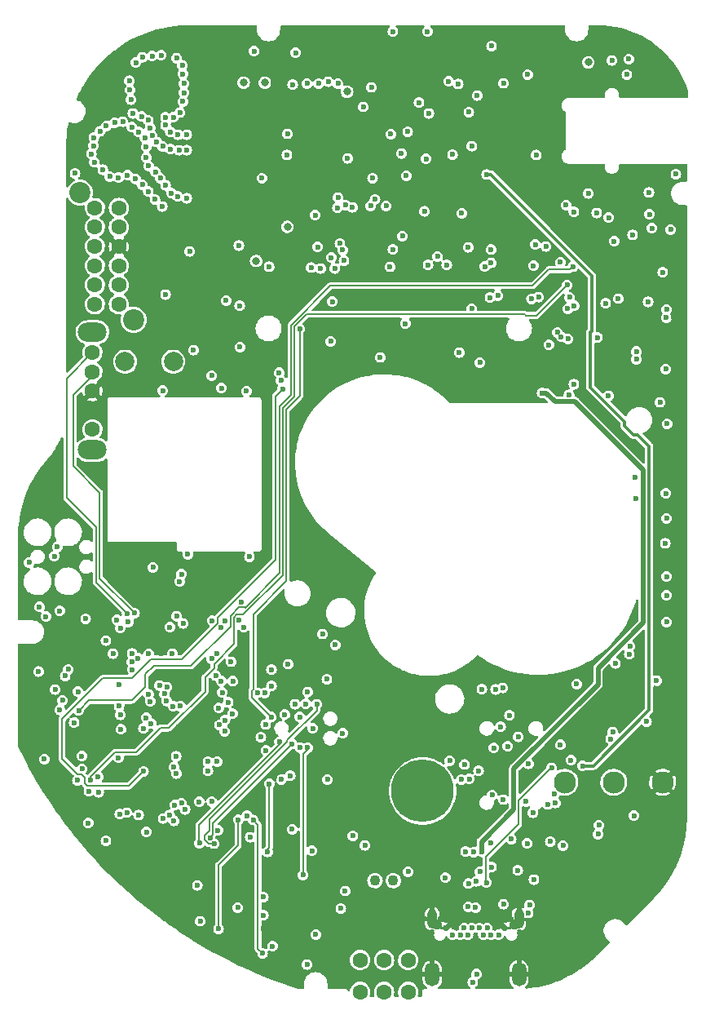
<source format=gbr>
G04 #@! TF.GenerationSoftware,KiCad,Pcbnew,6.0.0+dfsg1-2*
G04 #@! TF.CreationDate,2022-05-11T22:29:46-04:00*
G04 #@! TF.ProjectId,RUSP_Mainboard,52555350-5f4d-4616-996e-626f6172642e,rev?*
G04 #@! TF.SameCoordinates,Original*
G04 #@! TF.FileFunction,Copper,L4,Inr*
G04 #@! TF.FilePolarity,Positive*
%FSLAX46Y46*%
G04 Gerber Fmt 4.6, Leading zero omitted, Abs format (unit mm)*
G04 Created by KiCad (PCBNEW 6.0.0+dfsg1-2) date 2022-05-11 22:29:46*
%MOMM*%
%LPD*%
G01*
G04 APERTURE LIST*
G04 #@! TA.AperFunction,ComponentPad*
%ADD10C,2.300000*%
G04 #@! TD*
G04 #@! TA.AperFunction,ComponentPad*
%ADD11C,6.500000*%
G04 #@! TD*
G04 #@! TA.AperFunction,ComponentPad*
%ADD12C,1.600000*%
G04 #@! TD*
G04 #@! TA.AperFunction,ComponentPad*
%ADD13C,0.600000*%
G04 #@! TD*
G04 #@! TA.AperFunction,ComponentPad*
%ADD14O,1.000000X2.000000*%
G04 #@! TD*
G04 #@! TA.AperFunction,ComponentPad*
%ADD15O,1.500000X2.500000*%
G04 #@! TD*
G04 #@! TA.AperFunction,ComponentPad*
%ADD16C,1.100000*%
G04 #@! TD*
G04 #@! TA.AperFunction,ComponentPad*
%ADD17C,2.000000*%
G04 #@! TD*
G04 #@! TA.AperFunction,ComponentPad*
%ADD18O,3.000000X2.000000*%
G04 #@! TD*
G04 #@! TA.AperFunction,ComponentPad*
%ADD19C,2.200000*%
G04 #@! TD*
G04 #@! TA.AperFunction,ViaPad*
%ADD20C,0.600000*%
G04 #@! TD*
G04 #@! TA.AperFunction,ViaPad*
%ADD21C,0.800000*%
G04 #@! TD*
G04 #@! TA.AperFunction,Conductor*
%ADD22C,0.200000*%
G04 #@! TD*
G04 #@! TA.AperFunction,Conductor*
%ADD23C,0.500000*%
G04 #@! TD*
G04 #@! TA.AperFunction,Conductor*
%ADD24C,0.350000*%
G04 #@! TD*
G04 APERTURE END LIST*
D10*
X178930000Y-133100000D03*
X173850000Y-133100000D03*
X168770000Y-133100000D03*
D11*
X154000000Y-134000000D03*
D12*
X147500000Y-154850000D03*
X150000000Y-154850000D03*
X152500000Y-154850000D03*
X147500000Y-151550000D03*
X150000000Y-151550000D03*
X152500000Y-151550000D03*
D13*
X162550000Y-148230000D03*
X161900000Y-148930000D03*
X161100000Y-148930000D03*
X160700000Y-148230000D03*
X160300000Y-148930000D03*
X159900000Y-148230000D03*
X159100000Y-148230000D03*
X158700000Y-148930000D03*
X158300000Y-148230000D03*
X157900000Y-148930000D03*
X157100000Y-148930000D03*
X156450000Y-148230000D03*
D14*
X164000000Y-147280000D03*
D15*
X164000000Y-153030000D03*
D14*
X155000000Y-147280000D03*
D15*
X155000000Y-153030000D03*
D16*
X163550000Y-147830000D03*
X155450000Y-147830000D03*
D17*
X128100000Y-89460000D03*
X123100000Y-89460000D03*
D16*
X149050000Y-143300000D03*
X150950000Y-143300000D03*
D18*
X119700000Y-86400000D03*
X119700000Y-98600000D03*
D12*
X119700000Y-96500000D03*
X119700000Y-92500000D03*
X119700000Y-90500000D03*
X119700000Y-88500000D03*
D19*
X118400000Y-71900000D03*
X124000000Y-85100000D03*
D12*
X119950000Y-73500000D03*
X119950000Y-75500000D03*
X119950000Y-77500000D03*
X119950000Y-79500000D03*
X119950000Y-81500000D03*
X119950000Y-83500000D03*
X122450000Y-73500000D03*
X122450000Y-75500000D03*
X122450000Y-77500000D03*
X122450000Y-79500000D03*
X122450000Y-81500000D03*
X122450000Y-83500000D03*
D20*
X131700000Y-131900000D03*
X119264658Y-137323290D03*
X116300000Y-115300000D03*
X114700000Y-130700000D03*
X179720450Y-100507414D03*
X180056788Y-84780504D03*
X118200000Y-127650000D03*
X126900000Y-119750489D03*
X138030758Y-117769230D03*
X140100000Y-123800000D03*
X147345121Y-121661222D03*
X144300000Y-125450000D03*
X169328814Y-144905570D03*
X138616501Y-132550022D03*
X140493982Y-119313200D03*
X168000000Y-145300000D03*
X124800000Y-143300000D03*
X149200000Y-66000000D03*
X180560011Y-128302177D03*
X135800000Y-118950000D03*
X173433530Y-92123688D03*
X157400000Y-90300000D03*
X161001039Y-65812546D03*
X167900000Y-59000000D03*
X140163596Y-148736404D03*
X127574936Y-70119523D03*
X145150000Y-147999998D03*
X159210606Y-134910606D03*
X157750000Y-130775000D03*
X179714697Y-122654751D03*
X165029876Y-82136144D03*
X170924990Y-82750000D03*
X173250010Y-87311079D03*
X179449990Y-94550000D03*
X127700003Y-57299997D03*
X160800000Y-122900000D03*
X133500000Y-113699982D03*
X126350000Y-82650000D03*
X119249990Y-115100000D03*
X129988909Y-83888909D03*
X119100000Y-113570000D03*
X166350000Y-123000000D03*
X119030876Y-129070014D03*
X145006655Y-123407362D03*
X117275000Y-109600000D03*
X128650000Y-127360000D03*
X167100000Y-81100000D03*
X162897865Y-143357657D03*
X137399998Y-122731837D03*
X158100000Y-143199996D03*
X155800000Y-61600000D03*
X155600000Y-145800000D03*
X137450010Y-148300000D03*
X166492576Y-81449990D03*
X179300000Y-106525000D03*
X127200000Y-112850000D03*
X159500034Y-136300000D03*
X129100000Y-110400000D03*
X179997593Y-90164786D03*
X129895340Y-136921118D03*
X126110112Y-122363296D03*
X180688918Y-77331086D03*
X157449937Y-69258906D03*
X172822809Y-92125535D03*
X137720328Y-129799098D03*
X159485576Y-146111532D03*
X136400000Y-137000000D03*
X137378476Y-150856308D03*
X132800000Y-148300000D03*
X134846859Y-136977937D03*
X163200000Y-138999998D03*
X119342673Y-134025514D03*
X113122343Y-110293032D03*
X162835228Y-129362576D03*
X114200000Y-114899996D03*
X124500000Y-136500000D03*
X123850762Y-121400000D03*
X158833456Y-132738725D03*
X116050000Y-108650000D03*
X146750000Y-138650000D03*
X125307886Y-138244710D03*
X162321155Y-123293956D03*
X114883338Y-115897623D03*
X163007305Y-126140012D03*
X127192601Y-123923178D03*
X118150000Y-132900000D03*
X128400000Y-130400000D03*
X158349989Y-131249989D03*
X129600000Y-109450000D03*
X116319319Y-125578640D03*
X134800000Y-146100000D03*
X159600000Y-153000000D03*
X142900000Y-148886012D03*
X159200000Y-153850000D03*
X116600000Y-124600000D03*
X128950000Y-111500000D03*
D21*
X135400000Y-60499992D03*
X137600000Y-60500000D03*
X171200000Y-58400000D03*
D20*
X150900000Y-55200000D03*
X158014427Y-132813160D03*
X141293468Y-129498388D03*
X145951735Y-144368233D03*
X128450000Y-115850000D03*
X119000000Y-116120000D03*
X126000000Y-110800000D03*
X144917713Y-118850011D03*
X142000000Y-152000000D03*
X114100000Y-121600000D03*
X161394989Y-129531161D03*
X159100000Y-83950000D03*
X174013731Y-120753344D03*
X141850000Y-124950000D03*
X128426138Y-132198305D03*
X115754055Y-109644213D03*
X165500000Y-79500000D03*
X140010000Y-120830000D03*
X145827215Y-78971078D03*
X127420519Y-123209170D03*
X135158125Y-114394305D03*
X138081782Y-133256773D03*
X130900000Y-147500000D03*
X138400000Y-150100000D03*
X118598468Y-130376300D03*
X134295976Y-122605775D03*
X143100000Y-77550004D03*
X137894061Y-140318967D03*
X136500000Y-57220000D03*
X167100000Y-87700000D03*
X172999998Y-83400000D03*
X168388130Y-86863865D03*
X168000000Y-86400000D03*
X137450010Y-146885986D03*
X164953238Y-146660513D03*
X160100000Y-140299982D03*
X166400000Y-92700000D03*
X165700000Y-77300000D03*
X145700000Y-128000000D03*
X128161149Y-131497209D03*
X159807055Y-131899437D03*
X168293989Y-129208897D03*
X164850012Y-139430015D03*
X138300000Y-123100000D03*
X125000000Y-127500000D03*
X165100000Y-145825000D03*
X129322965Y-135915687D03*
X122653197Y-127600000D03*
X117800000Y-126900000D03*
X133185393Y-123776793D03*
X132100000Y-90900000D03*
X135419058Y-116995405D03*
X133591949Y-83108051D03*
X136000000Y-109700000D03*
X132619368Y-119759332D03*
D21*
X139950000Y-75450000D03*
D20*
X152300000Y-70150000D03*
X150900000Y-77800000D03*
X158725000Y-77575000D03*
X172072484Y-74027516D03*
X129800000Y-78000000D03*
X127300000Y-64100000D03*
X161108051Y-77816949D03*
X129200000Y-60600000D03*
X126750000Y-70400000D03*
X154200000Y-73850000D03*
X127000000Y-67100002D03*
X177548055Y-74168047D03*
X119600000Y-67900000D03*
X125300000Y-67150000D03*
X125300000Y-68250000D03*
X157800000Y-88500000D03*
X123900000Y-63700000D03*
X122850000Y-64550000D03*
X129100000Y-62450000D03*
X119900000Y-68750000D03*
X129500000Y-72500000D03*
X127300000Y-71150000D03*
X119850000Y-66200000D03*
X125500000Y-71800000D03*
X123700000Y-62250000D03*
X125150000Y-66200000D03*
X168294427Y-79137079D03*
X123550000Y-60300000D03*
X164900000Y-59650000D03*
X123350000Y-70100000D03*
X122000000Y-64650000D03*
X124800000Y-64000000D03*
X126349997Y-66649997D03*
X127800000Y-65600000D03*
X125700000Y-65200000D03*
X127900000Y-71950000D03*
X124900000Y-57850000D03*
X126250000Y-69750000D03*
X128100000Y-64100000D03*
X139950000Y-65800000D03*
X150600000Y-79600000D03*
X122400000Y-70350000D03*
X119800000Y-67050000D03*
X129092582Y-59600011D03*
X144508131Y-78644408D03*
X129200000Y-61550000D03*
X125550000Y-69150000D03*
X129050000Y-58700000D03*
X151890000Y-76414980D03*
X127300000Y-64900000D03*
X123600000Y-61250000D03*
X128600000Y-65900000D03*
X161100000Y-79200000D03*
X126850000Y-57650000D03*
X158052903Y-74057853D03*
X128700000Y-67500000D03*
X142850000Y-74250000D03*
X125500000Y-64400000D03*
X124200000Y-70500000D03*
X148800000Y-70400000D03*
X121500000Y-70250000D03*
X128800000Y-63600000D03*
X125900000Y-66000000D03*
X150200000Y-73300000D03*
X153613589Y-62563589D03*
X129500000Y-67500000D03*
X128550000Y-72300000D03*
X126950000Y-73350000D03*
X121150000Y-65000000D03*
X120500000Y-65550000D03*
X120777856Y-69534553D03*
X128450000Y-57950000D03*
X124206000Y-58420000D03*
X154500000Y-55200000D03*
X127800000Y-67400000D03*
X124500000Y-65600000D03*
X144450000Y-87350000D03*
X129500000Y-65900000D03*
X139900000Y-68000000D03*
X123800000Y-65100000D03*
X124900000Y-71100000D03*
X138050000Y-79600000D03*
X127300000Y-82500000D03*
X125900000Y-57750000D03*
X173650000Y-58200000D03*
X126200000Y-72600000D03*
X144884826Y-79784826D03*
X162400000Y-60550000D03*
X137300000Y-70400000D03*
X155543243Y-78543235D03*
X154562516Y-79399991D03*
X177500000Y-71900000D03*
X151800000Y-67850014D03*
X123829393Y-119744520D03*
X161224675Y-134423621D03*
X158740008Y-146030006D03*
X140456670Y-137969779D03*
X158770461Y-143603692D03*
X134100000Y-120581969D03*
X163934989Y-128375512D03*
X125300000Y-126400000D03*
X122600000Y-126100000D03*
X154350014Y-68400000D03*
X165800000Y-68000000D03*
X169744537Y-83656374D03*
X169270000Y-82780000D03*
X169063024Y-83969516D03*
X169099999Y-87100000D03*
X166040002Y-82740000D03*
X165296510Y-82927686D03*
X172150000Y-86950000D03*
X144100000Y-132800000D03*
X124443170Y-120214188D03*
X117900000Y-69900000D03*
X142498411Y-140199500D03*
X145200000Y-72400000D03*
X161058506Y-139396453D03*
X121100000Y-118400000D03*
X126659771Y-123046743D03*
X133088365Y-122600000D03*
X133489115Y-116371564D03*
X161569672Y-123467491D03*
X132076788Y-120277140D03*
X170000000Y-122900000D03*
X160150000Y-123450000D03*
X169001256Y-81497498D03*
X119488332Y-132850500D03*
X172210082Y-138488090D03*
X127050000Y-136850000D03*
X162395214Y-145747381D03*
X145500000Y-146200000D03*
X178300000Y-122550000D03*
X128159181Y-137111213D03*
X163875000Y-142225000D03*
X128960399Y-135259715D03*
X179329998Y-116470000D03*
X156350000Y-143000000D03*
X152486495Y-142379670D03*
X125700000Y-124710980D03*
X179329986Y-111750000D03*
X165550010Y-143199988D03*
X179329988Y-105702517D03*
X134249988Y-125975911D03*
X139669659Y-126076728D03*
X176063844Y-101494398D03*
X141240902Y-126313333D03*
X179376670Y-95900412D03*
X175950000Y-136550000D03*
X136816718Y-123805350D03*
X179250032Y-90225372D03*
X127750000Y-117000000D03*
X179329988Y-84050605D03*
X178925000Y-80175000D03*
X129119748Y-116616916D03*
X124084589Y-115549990D03*
X123800000Y-120600000D03*
X168569806Y-139669806D03*
X123272314Y-136238774D03*
X159676302Y-61840422D03*
X128000000Y-119750489D03*
X122540351Y-136399970D03*
X137450010Y-144999979D03*
X120361717Y-134146580D03*
X158459422Y-140288341D03*
X121099243Y-139157793D03*
X120300000Y-132525000D03*
X132150009Y-116325031D03*
X148000000Y-139650000D03*
X138280932Y-126331901D03*
X141225000Y-86050000D03*
X133442236Y-127800004D03*
X145705719Y-77871067D03*
X132892226Y-127141328D03*
X145400010Y-77186187D03*
X138300000Y-121400000D03*
X128838265Y-125198765D03*
X144050000Y-122400000D03*
X133076751Y-116998042D03*
X162100000Y-127339987D03*
X134939137Y-116266574D03*
X125537120Y-119778161D03*
X135700000Y-92500000D03*
X116870570Y-122056301D03*
X117199979Y-121382500D03*
X127000000Y-92449500D03*
X157691706Y-60633658D03*
X128750000Y-112250000D03*
X169400000Y-130800000D03*
X162362500Y-134887500D03*
X173530780Y-128597383D03*
X167250000Y-139250000D03*
X165441537Y-136248857D03*
X173748741Y-127879741D03*
X159575000Y-143375000D03*
X167000000Y-135400000D03*
X159941967Y-142381293D03*
X167799600Y-135249447D03*
X160625000Y-143500000D03*
X167400000Y-131600000D03*
X161150000Y-141900000D03*
X167663993Y-134336007D03*
X179200000Y-108300000D03*
X133459342Y-126650515D03*
X142041328Y-123724400D03*
X175455700Y-119809627D03*
X177800000Y-75600000D03*
X172312635Y-137550095D03*
X127716214Y-136506618D03*
X139323945Y-132799102D03*
X131700000Y-130949500D03*
X128238556Y-135461444D03*
X177249990Y-126800000D03*
X179329984Y-113700000D03*
X122600000Y-117100000D03*
X177417666Y-83254074D03*
X122250010Y-116250000D03*
X137596545Y-123831848D03*
X179300000Y-84900008D03*
X178661080Y-93658913D03*
X140749989Y-124996413D03*
X176160456Y-103639544D03*
X142582862Y-127510040D03*
X137700000Y-127100000D03*
X179260872Y-103112230D03*
X175400000Y-58050000D03*
X161150000Y-56700000D03*
X148675000Y-60975000D03*
X156500000Y-79400000D03*
X139274732Y-91397883D03*
X139100000Y-90600000D03*
X152200000Y-85500000D03*
X169700000Y-91800000D03*
X169200000Y-92900000D03*
X149600000Y-89000000D03*
X159950001Y-89549999D03*
X175518747Y-118968748D03*
X143599070Y-117700928D03*
X165002967Y-131177396D03*
X156815005Y-130857162D03*
X140252343Y-132414535D03*
X132650498Y-130949500D03*
X169600000Y-79600000D03*
X118275623Y-125647791D03*
X137200000Y-128400000D03*
X135019982Y-87930018D03*
X115830737Y-123478434D03*
X130200000Y-88250000D03*
D21*
X136700000Y-79000000D03*
D20*
X157100000Y-67950000D03*
X170600000Y-131400000D03*
X150698584Y-65851416D03*
X160650051Y-70028957D03*
X146200000Y-68350000D03*
X130800000Y-135120002D03*
X164745202Y-135085968D03*
X133100000Y-92200000D03*
X122475500Y-123000000D03*
X135000000Y-83650000D03*
X135750000Y-136550002D03*
X125800000Y-127000000D03*
X122400000Y-130549500D03*
X118624056Y-131703277D03*
X123436998Y-116463002D03*
X127400000Y-124661480D03*
X123303101Y-115551993D03*
X180300000Y-70000000D03*
X175200000Y-59650000D03*
X132828975Y-125383842D03*
X122475500Y-125198698D03*
X139462186Y-92284259D03*
X125017385Y-131952356D03*
X134911444Y-77411444D03*
X168900000Y-73200000D03*
X142000000Y-60600000D03*
X169700000Y-73900000D03*
X140500000Y-60700000D03*
X171200000Y-72000000D03*
X144200000Y-60400000D03*
X143200000Y-60600000D03*
X173325688Y-74503608D03*
X145200000Y-60600000D03*
X175799991Y-76299990D03*
X173900000Y-76950000D03*
X140800000Y-57400000D03*
X161800000Y-82600000D03*
X176200000Y-88400000D03*
X161000000Y-82800000D03*
X176200000Y-89200004D03*
X166800000Y-77500000D03*
X173291498Y-92987511D03*
X142431908Y-79681908D03*
X144626416Y-83226416D03*
X160457307Y-79585616D03*
D21*
X146152873Y-61447127D03*
D20*
X145145765Y-73482225D03*
X146000000Y-73200000D03*
X146710971Y-73438790D03*
X149050000Y-72600000D03*
X143403799Y-79785729D03*
X148588909Y-73288909D03*
X132739257Y-138075000D03*
X136100000Y-138799988D03*
X132100000Y-135100016D03*
X121838556Y-119738556D03*
X128088862Y-125210980D03*
X152450002Y-65582859D03*
X154650000Y-63700000D03*
X179750000Y-75750000D03*
X158799989Y-63545732D03*
X159111086Y-67088918D03*
X156700000Y-60350000D03*
X147848584Y-63001416D03*
X174300000Y-82900000D03*
X130809699Y-139411025D03*
X139115237Y-128915237D03*
X133800000Y-124800000D03*
X125542672Y-123978178D03*
X118200000Y-123700000D03*
X132500000Y-122030500D03*
X159298924Y-140350011D03*
X140440000Y-129100000D03*
X131913682Y-138840539D03*
X143000000Y-125000000D03*
X132331350Y-139463479D03*
X142042969Y-129500098D03*
X130600000Y-143800000D03*
X141572779Y-142725149D03*
D22*
X136400000Y-137000000D02*
X136900000Y-137500000D01*
X136900000Y-150377832D02*
X137378476Y-150856308D01*
X136900000Y-137500000D02*
X136900000Y-150377832D01*
X134846859Y-139628141D02*
X134846859Y-136977937D01*
X132800000Y-148300000D02*
X132800000Y-141675000D01*
X132800000Y-141675000D02*
X134846859Y-139628141D01*
X138081782Y-139881782D02*
X138081782Y-133256773D01*
X137894061Y-140069503D02*
X138081782Y-139881782D01*
X137894061Y-140318967D02*
X137894061Y-140069503D01*
D23*
X163470872Y-135894737D02*
X160100000Y-139265609D01*
X172210012Y-121241481D02*
X172210012Y-122934339D01*
X163470872Y-131673479D02*
X163470872Y-135894737D01*
X166400000Y-92700000D02*
X166824264Y-92700000D01*
X160100000Y-139265609D02*
X160100000Y-140299982D01*
X169800001Y-93600001D02*
X176923282Y-100723282D01*
X176923282Y-116528211D02*
X172210012Y-121241481D01*
X172210012Y-122934339D02*
X163470872Y-131673479D01*
X166824264Y-92700000D02*
X167724265Y-93600001D01*
X176923282Y-100723282D02*
X176923282Y-116528211D01*
X167724265Y-93600001D02*
X169800001Y-93600001D01*
D22*
X141935519Y-84550479D02*
X164600412Y-84550479D01*
X140674999Y-93075001D02*
X140674999Y-85810999D01*
X134675136Y-115716573D02*
X135369425Y-115716573D01*
X132329176Y-121270824D02*
X132329176Y-120826651D01*
X122047873Y-130000000D02*
X124227117Y-130000000D01*
X131400000Y-122200000D02*
X132329176Y-121270824D01*
X139500000Y-111585998D02*
X139500000Y-94250000D01*
X165848755Y-84649999D02*
X169001256Y-81497498D01*
X140674999Y-85810999D02*
X141935519Y-84550479D01*
X134389136Y-116002573D02*
X134675136Y-115716573D01*
X131400000Y-123700000D02*
X131400000Y-122200000D01*
X134389136Y-118766691D02*
X134389136Y-116002573D01*
X132329176Y-120826651D02*
X134389136Y-118766691D01*
X164600412Y-84550479D02*
X164699932Y-84649999D01*
X135369425Y-115716573D02*
X139500000Y-111585998D01*
X127622394Y-127477606D02*
X131400000Y-123700000D01*
X126749511Y-127477606D02*
X127622394Y-127477606D01*
X124227117Y-130000000D02*
X126749511Y-127477606D01*
X139500000Y-94250000D02*
X140674999Y-93075001D01*
X164699932Y-84649999D02*
X165848755Y-84649999D01*
X119488332Y-132559541D02*
X122047873Y-130000000D01*
X119488332Y-132850500D02*
X119488332Y-132559541D01*
X117700000Y-92900000D02*
X117700000Y-100275010D01*
X120450011Y-103025021D02*
X120450011Y-111915412D01*
X117700000Y-100275010D02*
X120450011Y-103025021D01*
X120450011Y-111915412D02*
X124084589Y-115549990D01*
X120100000Y-90500000D02*
X117700000Y-92900000D01*
X136267207Y-124318176D02*
X138280932Y-126331901D01*
X136267207Y-123577734D02*
X136267207Y-124318176D01*
X141225000Y-93019990D02*
X139850011Y-94394979D01*
X141225000Y-86050000D02*
X141225000Y-93019990D01*
X139850011Y-94394979D02*
X139850011Y-112189969D01*
X136400000Y-115639980D02*
X136400000Y-123444941D01*
X136400000Y-123444941D02*
X136267207Y-123577734D01*
X139850011Y-112189969D02*
X136400000Y-115639980D01*
X163970883Y-134963673D02*
X163970883Y-137429117D01*
X160541085Y-140858915D02*
X163970883Y-137429117D01*
X160550000Y-143425000D02*
X160625000Y-143500000D01*
X160550000Y-140850000D02*
X160550000Y-143425000D01*
X167400000Y-131600000D02*
X167334556Y-131600000D01*
X167334556Y-131600000D02*
X163970883Y-134963673D01*
X139149989Y-94105021D02*
X139149989Y-111398389D01*
X135600000Y-114948378D02*
X134948341Y-114948378D01*
X129945126Y-121018886D02*
X126070620Y-121018886D01*
X139149989Y-111398389D02*
X135556069Y-114992309D01*
X123800000Y-124600000D02*
X119323414Y-124600000D01*
X134948341Y-114948378D02*
X134039125Y-115857594D01*
X125200000Y-121889506D02*
X125200000Y-123200000D01*
X165394557Y-81586143D02*
X144404865Y-81586143D01*
X169300001Y-79899999D02*
X167080701Y-79899999D01*
X140324988Y-85666020D02*
X140324988Y-92930022D01*
X167080701Y-79899999D02*
X165394557Y-81586143D01*
X134039125Y-115857594D02*
X134039125Y-116924887D01*
X119323414Y-124600000D02*
X118275623Y-125647791D01*
X125200000Y-123200000D02*
X123800000Y-124600000D01*
X144404865Y-81586143D02*
X140324988Y-85666020D01*
X169600000Y-79600000D02*
X169300001Y-79899999D01*
X126070620Y-121018886D02*
X125200000Y-121889506D01*
X140324988Y-92930022D02*
X139149989Y-94105021D01*
X134039125Y-116924887D02*
X129945126Y-121018886D01*
D24*
X175868522Y-97024521D02*
X174975479Y-96131478D01*
X171724988Y-131400000D02*
X177530457Y-125594531D01*
X161074315Y-70028957D02*
X160650051Y-70028957D01*
X171424999Y-86399999D02*
X171550000Y-86274998D01*
X170600000Y-131400000D02*
X171724988Y-131400000D01*
X171550000Y-80504642D02*
X161074315Y-70028957D01*
X174975479Y-95675479D02*
X171424999Y-92124999D01*
X177530457Y-125594531D02*
X177530457Y-98230457D01*
X176324521Y-97024521D02*
X175868522Y-97024521D01*
X171550000Y-86274998D02*
X171550000Y-80504642D01*
X171424999Y-92124999D02*
X171424999Y-86399999D01*
X177530457Y-98230457D02*
X176324521Y-97024521D01*
X174975479Y-96131478D02*
X174975479Y-95675479D01*
D22*
X117022654Y-103537642D02*
X120100000Y-106614988D01*
X117022654Y-91177346D02*
X117022654Y-103537642D01*
X119700000Y-88500000D02*
X117022654Y-91177346D01*
X120100000Y-112348892D02*
X123303101Y-115551993D01*
X120100000Y-106614988D02*
X120100000Y-112348892D01*
X118923748Y-132609746D02*
X118564001Y-132249999D01*
X118923748Y-133223748D02*
X118923748Y-132609746D01*
X120785998Y-122300000D02*
X123792408Y-122300000D01*
X132700010Y-116589032D02*
X132700010Y-116038418D01*
X138700001Y-93046444D02*
X139462186Y-92284259D01*
X116550000Y-126535998D02*
X120785998Y-122300000D01*
X119176003Y-133476003D02*
X118923748Y-133223748D01*
X125792419Y-120299989D02*
X128989053Y-120299989D01*
X123469741Y-133500000D02*
X119594286Y-133500000D01*
X125017385Y-131952356D02*
X123469741Y-133500000D01*
X123792408Y-122300000D02*
X125792419Y-120299989D01*
X119594286Y-133500000D02*
X119570289Y-133476003D01*
X116550000Y-130634996D02*
X116550000Y-126535998D01*
X118564001Y-132249999D02*
X118165003Y-132249999D01*
X128989053Y-120299989D02*
X132700010Y-116589032D01*
X138700001Y-110038427D02*
X138700001Y-93046444D01*
X119570289Y-133476003D02*
X119176003Y-133476003D01*
X118165003Y-132249999D02*
X116550000Y-130634996D01*
X132700010Y-116038418D02*
X138700001Y-110038427D01*
X139115237Y-128915237D02*
X139115237Y-129181300D01*
X130800000Y-137496537D02*
X130800000Y-139401326D01*
X139115237Y-129181300D02*
X130800000Y-137496537D01*
X130800000Y-139401326D02*
X130809699Y-139411025D01*
X131913682Y-138840539D02*
X132189247Y-138564974D01*
X132189247Y-138564974D02*
X132189247Y-137350753D01*
X132189247Y-137350753D02*
X140440000Y-129100000D01*
X143000000Y-125000000D02*
X143000000Y-125643247D01*
X131364171Y-138612217D02*
X131364171Y-139068155D01*
X131839236Y-138137152D02*
X131364171Y-138612217D01*
X131839236Y-136968350D02*
X131839236Y-138137152D01*
X139896221Y-128911365D02*
X131839236Y-136968350D01*
X131364171Y-139068155D02*
X131759495Y-139463479D01*
X139896221Y-128747026D02*
X139896221Y-128911365D01*
X131759495Y-139463479D02*
X132331350Y-139463479D01*
X143000000Y-125643247D02*
X139896221Y-128747026D01*
X141707616Y-130059511D02*
X141572779Y-130059511D01*
X142042969Y-129500098D02*
X142042969Y-129724158D01*
X141572779Y-130059511D02*
X141572779Y-142725149D01*
X142042969Y-129724158D02*
X141707616Y-130059511D01*
G04 #@! TA.AperFunction,Conductor*
G36*
X136742121Y-54570002D02*
G01*
X136788614Y-54623658D01*
X136800000Y-54676000D01*
X136800000Y-54962966D01*
X136797579Y-54987547D01*
X136795102Y-55000000D01*
X136795663Y-55002818D01*
X136813716Y-55209174D01*
X136868061Y-55411992D01*
X136870383Y-55416972D01*
X136870384Y-55416974D01*
X136885598Y-55449599D01*
X136956800Y-55602292D01*
X137077235Y-55774292D01*
X137225708Y-55922765D01*
X137397708Y-56043200D01*
X137402686Y-56045521D01*
X137402689Y-56045523D01*
X137583026Y-56129616D01*
X137588008Y-56131939D01*
X137593316Y-56133361D01*
X137593318Y-56133362D01*
X137635819Y-56144750D01*
X137790826Y-56186284D01*
X138000000Y-56204584D01*
X138209174Y-56186284D01*
X138364181Y-56144750D01*
X138406682Y-56133362D01*
X138406684Y-56133361D01*
X138411992Y-56131939D01*
X138416974Y-56129616D01*
X138597311Y-56045523D01*
X138597314Y-56045521D01*
X138602292Y-56043200D01*
X138774292Y-55922765D01*
X138922765Y-55774292D01*
X139043200Y-55602292D01*
X139114403Y-55449599D01*
X139129616Y-55416974D01*
X139129617Y-55416972D01*
X139131939Y-55411992D01*
X139186284Y-55209174D01*
X139204337Y-55002818D01*
X139204898Y-55000000D01*
X139202421Y-54987547D01*
X139200000Y-54962966D01*
X139200000Y-54676000D01*
X139220002Y-54607879D01*
X139273658Y-54561386D01*
X139326000Y-54550000D01*
X150471618Y-54550000D01*
X150539739Y-54570002D01*
X150586232Y-54623658D01*
X150596336Y-54693932D01*
X150566842Y-54758512D01*
X150548322Y-54775962D01*
X150507379Y-54807379D01*
X150419139Y-54922375D01*
X150363670Y-55056291D01*
X150344750Y-55200000D01*
X150363670Y-55343709D01*
X150419139Y-55477625D01*
X150507379Y-55592621D01*
X150622375Y-55680861D01*
X150756291Y-55736330D01*
X150900000Y-55755250D01*
X151043709Y-55736330D01*
X151177625Y-55680861D01*
X151292621Y-55592621D01*
X151380861Y-55477625D01*
X151436330Y-55343709D01*
X151455250Y-55200000D01*
X151436330Y-55056291D01*
X151380861Y-54922375D01*
X151292621Y-54807379D01*
X151251678Y-54775962D01*
X151209811Y-54718624D01*
X151205589Y-54647753D01*
X151240354Y-54585850D01*
X151303066Y-54552569D01*
X151328382Y-54550000D01*
X154071618Y-54550000D01*
X154139739Y-54570002D01*
X154186232Y-54623658D01*
X154196336Y-54693932D01*
X154166842Y-54758512D01*
X154148322Y-54775962D01*
X154107379Y-54807379D01*
X154019139Y-54922375D01*
X153963670Y-55056291D01*
X153944750Y-55200000D01*
X153963670Y-55343709D01*
X154019139Y-55477625D01*
X154107379Y-55592621D01*
X154222375Y-55680861D01*
X154356291Y-55736330D01*
X154500000Y-55755250D01*
X154643709Y-55736330D01*
X154777625Y-55680861D01*
X154892621Y-55592621D01*
X154980861Y-55477625D01*
X155036330Y-55343709D01*
X155055250Y-55200000D01*
X155036330Y-55056291D01*
X154980861Y-54922375D01*
X154892621Y-54807379D01*
X154851678Y-54775962D01*
X154809811Y-54718624D01*
X154805589Y-54647753D01*
X154840354Y-54585850D01*
X154903066Y-54552569D01*
X154928382Y-54550000D01*
X168674000Y-54550000D01*
X168742121Y-54570002D01*
X168788614Y-54623658D01*
X168800000Y-54676000D01*
X168800000Y-54962966D01*
X168797579Y-54987547D01*
X168795102Y-55000000D01*
X168795663Y-55002818D01*
X168813716Y-55209174D01*
X168868061Y-55411992D01*
X168870383Y-55416972D01*
X168870384Y-55416974D01*
X168885598Y-55449599D01*
X168956800Y-55602292D01*
X169077235Y-55774292D01*
X169225708Y-55922765D01*
X169397708Y-56043200D01*
X169402686Y-56045521D01*
X169402689Y-56045523D01*
X169583026Y-56129616D01*
X169588008Y-56131939D01*
X169593316Y-56133361D01*
X169593318Y-56133362D01*
X169635819Y-56144750D01*
X169790826Y-56186284D01*
X170000000Y-56204584D01*
X170209174Y-56186284D01*
X170364181Y-56144750D01*
X170406682Y-56133362D01*
X170406684Y-56133361D01*
X170411992Y-56131939D01*
X170416974Y-56129616D01*
X170597311Y-56045523D01*
X170597314Y-56045521D01*
X170602292Y-56043200D01*
X170774292Y-55922765D01*
X170922765Y-55774292D01*
X171043200Y-55602292D01*
X171114403Y-55449599D01*
X171129616Y-55416974D01*
X171129617Y-55416972D01*
X171131939Y-55411992D01*
X171186284Y-55209174D01*
X171204337Y-55002818D01*
X171204898Y-55000000D01*
X171202421Y-54987547D01*
X171200000Y-54962966D01*
X171200000Y-54676000D01*
X171220002Y-54607879D01*
X171273658Y-54561386D01*
X171326000Y-54550000D01*
X172222966Y-54550000D01*
X172247547Y-54552421D01*
X172260000Y-54554898D01*
X172272172Y-54552477D01*
X172278921Y-54552477D01*
X172295698Y-54551080D01*
X172845588Y-54567716D01*
X172853165Y-54568174D01*
X173432844Y-54620913D01*
X173440403Y-54621833D01*
X174015808Y-54709514D01*
X174023279Y-54710885D01*
X174502718Y-54813929D01*
X174592339Y-54833191D01*
X174599738Y-54835017D01*
X175160355Y-54991498D01*
X175167629Y-54993768D01*
X175717745Y-55183846D01*
X175724869Y-55186551D01*
X176262506Y-55409544D01*
X176269453Y-55412675D01*
X176792633Y-55667763D01*
X176799334Y-55671284D01*
X177306158Y-55957544D01*
X177312676Y-55961491D01*
X177801230Y-56277841D01*
X177807498Y-56282174D01*
X178276038Y-56627481D01*
X178282033Y-56632185D01*
X178403990Y-56733995D01*
X178725453Y-57002353D01*
X178728844Y-57005184D01*
X178734538Y-57010236D01*
X178843075Y-57112592D01*
X179158003Y-57409584D01*
X179163386Y-57414978D01*
X179434942Y-57704021D01*
X179555212Y-57832035D01*
X179561915Y-57839170D01*
X179566959Y-57844875D01*
X179643014Y-57936330D01*
X179939115Y-58292383D01*
X179943808Y-58298386D01*
X180288239Y-58767582D01*
X180292561Y-58773859D01*
X180607996Y-59263014D01*
X180611930Y-59269540D01*
X180897214Y-59776859D01*
X180900747Y-59783611D01*
X181151325Y-60300000D01*
X181154848Y-60307261D01*
X181157961Y-60314204D01*
X181379953Y-60852283D01*
X181382630Y-60859373D01*
X181539194Y-61315272D01*
X181554777Y-61360647D01*
X181561608Y-61401787D01*
X181560639Y-61969460D01*
X181540521Y-62037547D01*
X181486786Y-62083948D01*
X181434721Y-62095245D01*
X180384988Y-62095930D01*
X174526081Y-62099755D01*
X174457948Y-62079797D01*
X174411421Y-62026172D01*
X174400000Y-61973755D01*
X174400000Y-61837034D01*
X174402421Y-61812453D01*
X174402477Y-61812170D01*
X174404898Y-61800000D01*
X174403272Y-61791824D01*
X174402478Y-61784270D01*
X174402478Y-61784265D01*
X174388341Y-61649770D01*
X174388341Y-61649768D01*
X174387651Y-61643207D01*
X174385333Y-61636071D01*
X174340975Y-61499552D01*
X174338933Y-61493267D01*
X174317836Y-61456725D01*
X174285859Y-61401340D01*
X174260105Y-61356733D01*
X174222774Y-61315272D01*
X174159034Y-61244482D01*
X174159033Y-61244481D01*
X174154612Y-61239571D01*
X174027066Y-61146903D01*
X174021037Y-61144219D01*
X174021034Y-61144217D01*
X173889075Y-61085466D01*
X173889072Y-61085465D01*
X173883039Y-61082779D01*
X173818489Y-61069058D01*
X173735285Y-61051372D01*
X173735280Y-61051372D01*
X173728828Y-61050000D01*
X173571172Y-61050000D01*
X173564720Y-61051372D01*
X173564715Y-61051372D01*
X173481511Y-61069058D01*
X173416961Y-61082779D01*
X173410928Y-61085465D01*
X173410925Y-61085466D01*
X173278967Y-61144217D01*
X173278964Y-61144219D01*
X173272935Y-61146903D01*
X173267594Y-61150783D01*
X173267593Y-61150784D01*
X173150732Y-61235688D01*
X173150730Y-61235690D01*
X173145388Y-61239571D01*
X173140967Y-61244481D01*
X173140966Y-61244482D01*
X173077227Y-61315272D01*
X173039895Y-61356733D01*
X173014141Y-61401340D01*
X172982165Y-61456725D01*
X172961067Y-61493267D01*
X172959025Y-61499552D01*
X172914668Y-61636071D01*
X172912349Y-61643207D01*
X172911659Y-61649768D01*
X172911659Y-61649770D01*
X172897522Y-61784265D01*
X172897522Y-61784270D01*
X172896728Y-61791824D01*
X172895102Y-61800000D01*
X172897523Y-61812170D01*
X172897579Y-61812453D01*
X172900000Y-61837034D01*
X172900000Y-61974000D01*
X172879998Y-62042121D01*
X172826342Y-62088614D01*
X172774000Y-62100000D01*
X169187034Y-62100000D01*
X169162453Y-62097579D01*
X169162408Y-62097570D01*
X169150000Y-62095102D01*
X169141824Y-62096728D01*
X169134270Y-62097522D01*
X169134265Y-62097522D01*
X168999770Y-62111659D01*
X168999768Y-62111659D01*
X168993207Y-62112349D01*
X168843267Y-62161067D01*
X168706733Y-62239895D01*
X168701826Y-62244313D01*
X168701825Y-62244314D01*
X168596382Y-62339255D01*
X168589571Y-62345388D01*
X168585690Y-62350730D01*
X168585688Y-62350732D01*
X168500784Y-62467593D01*
X168496903Y-62472935D01*
X168494219Y-62478964D01*
X168494217Y-62478967D01*
X168435466Y-62610925D01*
X168432779Y-62616961D01*
X168423952Y-62658489D01*
X168407897Y-62734021D01*
X168400000Y-62771172D01*
X168400000Y-62928828D01*
X168401372Y-62935280D01*
X168401372Y-62935285D01*
X168412322Y-62986797D01*
X168432779Y-63083039D01*
X168435465Y-63089072D01*
X168435466Y-63089075D01*
X168493374Y-63219139D01*
X168496903Y-63227066D01*
X168500783Y-63232407D01*
X168500784Y-63232408D01*
X168514087Y-63250718D01*
X168589571Y-63354612D01*
X168594481Y-63359033D01*
X168594482Y-63359034D01*
X168689680Y-63444750D01*
X168706733Y-63460105D01*
X168736426Y-63477248D01*
X168837000Y-63535315D01*
X168885993Y-63586698D01*
X168900000Y-63644434D01*
X168900000Y-67355566D01*
X168879998Y-67423687D01*
X168837000Y-67464685D01*
X168706733Y-67539895D01*
X168701826Y-67544313D01*
X168701825Y-67544314D01*
X168599629Y-67636332D01*
X168589571Y-67645388D01*
X168585690Y-67650730D01*
X168585688Y-67650732D01*
X168503046Y-67764480D01*
X168496903Y-67772935D01*
X168494219Y-67778964D01*
X168494217Y-67778967D01*
X168436685Y-67908188D01*
X168432779Y-67916961D01*
X168424640Y-67955250D01*
X168403614Y-68054172D01*
X168400000Y-68071172D01*
X168400000Y-68228828D01*
X168401372Y-68235280D01*
X168401372Y-68235285D01*
X168413560Y-68292621D01*
X168432779Y-68383039D01*
X168435465Y-68389072D01*
X168435466Y-68389075D01*
X168493293Y-68518957D01*
X168496903Y-68527066D01*
X168589571Y-68654612D01*
X168594481Y-68659033D01*
X168594482Y-68659034D01*
X168698124Y-68752353D01*
X168706733Y-68760105D01*
X168843267Y-68838933D01*
X168849553Y-68840975D01*
X168849552Y-68840975D01*
X168982035Y-68884021D01*
X168993207Y-68887651D01*
X168999768Y-68888341D01*
X168999770Y-68888341D01*
X169134265Y-68902478D01*
X169134270Y-68902478D01*
X169141824Y-68903272D01*
X169150000Y-68904898D01*
X169162453Y-68902421D01*
X169187034Y-68900000D01*
X172774000Y-68900000D01*
X172842121Y-68920002D01*
X172888614Y-68973658D01*
X172900000Y-69026000D01*
X172900000Y-69162966D01*
X172897579Y-69187547D01*
X172895102Y-69200000D01*
X172896728Y-69208176D01*
X172897522Y-69215730D01*
X172897522Y-69215735D01*
X172905056Y-69287408D01*
X172912349Y-69356793D01*
X172914389Y-69363071D01*
X172914389Y-69363072D01*
X172931751Y-69416506D01*
X172961067Y-69506733D01*
X172964370Y-69512455D01*
X172964371Y-69512456D01*
X172984689Y-69547647D01*
X173039895Y-69643267D01*
X173044313Y-69648174D01*
X173044314Y-69648175D01*
X173102315Y-69712592D01*
X173145388Y-69760429D01*
X173150730Y-69764310D01*
X173150732Y-69764312D01*
X173261446Y-69844750D01*
X173272935Y-69853097D01*
X173278964Y-69855781D01*
X173278967Y-69855783D01*
X173410925Y-69914534D01*
X173410928Y-69914535D01*
X173416961Y-69917221D01*
X173463786Y-69927174D01*
X173564715Y-69948628D01*
X173564720Y-69948628D01*
X173571172Y-69950000D01*
X173728828Y-69950000D01*
X173735280Y-69948628D01*
X173735285Y-69948628D01*
X173836214Y-69927174D01*
X173883039Y-69917221D01*
X173889072Y-69914535D01*
X173889075Y-69914534D01*
X174021034Y-69855783D01*
X174021037Y-69855781D01*
X174027066Y-69853097D01*
X174154612Y-69760429D01*
X174197685Y-69712592D01*
X174255686Y-69648175D01*
X174255687Y-69648174D01*
X174260105Y-69643267D01*
X174315311Y-69547647D01*
X174335629Y-69512456D01*
X174335630Y-69512455D01*
X174338933Y-69506733D01*
X174368249Y-69416506D01*
X174385611Y-69363072D01*
X174385611Y-69363071D01*
X174387651Y-69356793D01*
X174394944Y-69287408D01*
X174402478Y-69215735D01*
X174402478Y-69215730D01*
X174403272Y-69208176D01*
X174404898Y-69200000D01*
X174402421Y-69187547D01*
X174400000Y-69162966D01*
X174400000Y-69026000D01*
X174420002Y-68957879D01*
X174473658Y-68911386D01*
X174526000Y-68900000D01*
X181324000Y-68900000D01*
X181392121Y-68920002D01*
X181438614Y-68973658D01*
X181450000Y-69026000D01*
X181450000Y-70674000D01*
X181429998Y-70742121D01*
X181376342Y-70788614D01*
X181324000Y-70800000D01*
X181037034Y-70800000D01*
X181012453Y-70797579D01*
X181012176Y-70797524D01*
X181000000Y-70795102D01*
X180997182Y-70795663D01*
X180790826Y-70813716D01*
X180715047Y-70834021D01*
X180593318Y-70866638D01*
X180593316Y-70866639D01*
X180588008Y-70868061D01*
X180583028Y-70870383D01*
X180583026Y-70870384D01*
X180402689Y-70954477D01*
X180402686Y-70954479D01*
X180397708Y-70956800D01*
X180225708Y-71077235D01*
X180077235Y-71225708D01*
X179956800Y-71397708D01*
X179954479Y-71402686D01*
X179954477Y-71402689D01*
X179879463Y-71563557D01*
X179868061Y-71588008D01*
X179866639Y-71593316D01*
X179866638Y-71593318D01*
X179855960Y-71633169D01*
X179813716Y-71790826D01*
X179795416Y-72000000D01*
X179813716Y-72209174D01*
X179832925Y-72280861D01*
X179862871Y-72392621D01*
X179868061Y-72411992D01*
X179870383Y-72416972D01*
X179870384Y-72416974D01*
X179951913Y-72591811D01*
X179956800Y-72602292D01*
X180077235Y-72774292D01*
X180225708Y-72922765D01*
X180397708Y-73043200D01*
X180402686Y-73045521D01*
X180402689Y-73045523D01*
X180583026Y-73129616D01*
X180588008Y-73131939D01*
X180593316Y-73133361D01*
X180593318Y-73133362D01*
X180656433Y-73150273D01*
X180790826Y-73186284D01*
X180997182Y-73204337D01*
X181000000Y-73204898D01*
X181012176Y-73202476D01*
X181012453Y-73202421D01*
X181037034Y-73200000D01*
X181324000Y-73200000D01*
X181392121Y-73220002D01*
X181438614Y-73273658D01*
X181450000Y-73326000D01*
X181450000Y-136791966D01*
X181447579Y-136816547D01*
X181445102Y-136829000D01*
X181447522Y-136841169D01*
X181447522Y-136847295D01*
X181448996Y-136864771D01*
X181442525Y-137095395D01*
X181431611Y-137484337D01*
X181431215Y-137491394D01*
X181400057Y-137860767D01*
X181378602Y-138115111D01*
X181376405Y-138141150D01*
X181375615Y-138148168D01*
X181349913Y-138330206D01*
X181284454Y-138793843D01*
X181283270Y-138800811D01*
X181234904Y-139043944D01*
X181157030Y-139435418D01*
X181156049Y-139440347D01*
X181154478Y-139447228D01*
X180995373Y-140063980D01*
X180991593Y-140078633D01*
X180989638Y-140085418D01*
X180792130Y-140705042D01*
X180791604Y-140706693D01*
X180789269Y-140713365D01*
X180556713Y-141322546D01*
X180554008Y-141329075D01*
X180287657Y-141924263D01*
X180284595Y-141930622D01*
X180156979Y-142177625D01*
X179985284Y-142509943D01*
X179981865Y-142516129D01*
X179650542Y-143077751D01*
X179646781Y-143083735D01*
X179284491Y-143625889D01*
X179280413Y-143631637D01*
X179039788Y-143951340D01*
X178888270Y-144152652D01*
X178883862Y-144158178D01*
X178644759Y-144441303D01*
X178466476Y-144652411D01*
X178463149Y-144656350D01*
X178458441Y-144661618D01*
X178285933Y-144844065D01*
X178032601Y-145111992D01*
X178019212Y-145123296D01*
X178014872Y-145127635D01*
X178004552Y-145134530D01*
X177997482Y-145145110D01*
X177981826Y-145164186D01*
X175261083Y-147885325D01*
X175198773Y-147919355D01*
X175127957Y-147914295D01*
X175082886Y-147885331D01*
X174874963Y-147677408D01*
X174859295Y-147658317D01*
X174859138Y-147658082D01*
X174859136Y-147658080D01*
X174852240Y-147647760D01*
X174849851Y-147646164D01*
X174737769Y-147552115D01*
X174695341Y-147516513D01*
X174695338Y-147516511D01*
X174691123Y-147512974D01*
X174509228Y-147407957D01*
X174504065Y-147406078D01*
X174504061Y-147406076D01*
X174330403Y-147342870D01*
X174311860Y-147336121D01*
X174306443Y-147335166D01*
X174306440Y-147335165D01*
X174230258Y-147321732D01*
X174105017Y-147299649D01*
X173894983Y-147299649D01*
X173769742Y-147321732D01*
X173693560Y-147335165D01*
X173693557Y-147335166D01*
X173688140Y-147336121D01*
X173669597Y-147342870D01*
X173495939Y-147406076D01*
X173495935Y-147406078D01*
X173490772Y-147407957D01*
X173308877Y-147512974D01*
X173304662Y-147516511D01*
X173304659Y-147516513D01*
X173160336Y-147637616D01*
X173147982Y-147647982D01*
X173144451Y-147652190D01*
X173017022Y-147804053D01*
X173012974Y-147808877D01*
X172907957Y-147990772D01*
X172906078Y-147995935D01*
X172906076Y-147995939D01*
X172873680Y-148084948D01*
X172836121Y-148188140D01*
X172835166Y-148193557D01*
X172835165Y-148193560D01*
X172832524Y-148208539D01*
X172799649Y-148394983D01*
X172799649Y-148605017D01*
X172812133Y-148675816D01*
X172830755Y-148781426D01*
X172836121Y-148811860D01*
X172838005Y-148817036D01*
X172898359Y-148982857D01*
X172907957Y-149009228D01*
X173012974Y-149191123D01*
X173016511Y-149195338D01*
X173016513Y-149195341D01*
X173090622Y-149283659D01*
X173146164Y-149349851D01*
X173147760Y-149352240D01*
X173158080Y-149359136D01*
X173158082Y-149359138D01*
X173158317Y-149359295D01*
X173177408Y-149374963D01*
X173385351Y-149582906D01*
X173419377Y-149645218D01*
X173414312Y-149716033D01*
X173385351Y-149761096D01*
X172064408Y-151082039D01*
X172045320Y-151097706D01*
X172034749Y-151104770D01*
X172027854Y-151115090D01*
X172023520Y-151119425D01*
X172012208Y-151132823D01*
X171996422Y-151147749D01*
X171570998Y-151550000D01*
X171561863Y-151558637D01*
X171556595Y-151563345D01*
X171541671Y-151575949D01*
X171058444Y-151984045D01*
X171052919Y-151988452D01*
X170745005Y-152220210D01*
X170593513Y-152334234D01*
X170531952Y-152380569D01*
X170526195Y-152384654D01*
X170306647Y-152531370D01*
X169984074Y-152746934D01*
X169978090Y-152750695D01*
X169416492Y-153082017D01*
X169410306Y-153085436D01*
X169146362Y-153221813D01*
X168831024Y-153384744D01*
X168824685Y-153387797D01*
X168229498Y-153654168D01*
X168222994Y-153656863D01*
X167952572Y-153760106D01*
X167613825Y-153889435D01*
X167607155Y-153891769D01*
X167518995Y-153919874D01*
X166985918Y-154089816D01*
X166979158Y-154091764D01*
X166347793Y-154254665D01*
X166340926Y-154256234D01*
X165912232Y-154341533D01*
X165701394Y-154383484D01*
X165694426Y-154384668D01*
X165048810Y-154475853D01*
X165041789Y-154476645D01*
X165013517Y-154479031D01*
X164755590Y-154500802D01*
X164686028Y-154486600D01*
X164635187Y-154437045D01*
X164619208Y-154367870D01*
X164643165Y-154301037D01*
X164658419Y-154283699D01*
X164756263Y-154191173D01*
X164764562Y-154181559D01*
X164873765Y-154025602D01*
X164879958Y-154014520D01*
X164955570Y-153839790D01*
X164959412Y-153827678D01*
X164998660Y-153639813D01*
X164999905Y-153630227D01*
X164999912Y-153630078D01*
X165000000Y-153626742D01*
X165000000Y-153302115D01*
X164995525Y-153286876D01*
X164994135Y-153285671D01*
X164986452Y-153284000D01*
X163018115Y-153284000D01*
X163002876Y-153288475D01*
X163001671Y-153289865D01*
X163000000Y-153297548D01*
X163000000Y-153577574D01*
X163000323Y-153583949D01*
X163014728Y-153725766D01*
X163017282Y-153738206D01*
X163074214Y-153919874D01*
X163079223Y-153931562D01*
X163171523Y-154098077D01*
X163178767Y-154108500D01*
X163302670Y-154253059D01*
X163311868Y-154261818D01*
X163392980Y-154324735D01*
X163434547Y-154382291D01*
X163438398Y-154453184D01*
X163403310Y-154514904D01*
X163340424Y-154547856D01*
X163315750Y-154550295D01*
X160501254Y-154550204D01*
X159562990Y-154550174D01*
X159494870Y-154530170D01*
X159448379Y-154476513D01*
X159438277Y-154406238D01*
X159467772Y-154341658D01*
X159486290Y-154324212D01*
X159586071Y-154247647D01*
X159592621Y-154242621D01*
X159680861Y-154127625D01*
X159736330Y-153993709D01*
X159755250Y-153850000D01*
X159736330Y-153706291D01*
X159725538Y-153680236D01*
X159717950Y-153609646D01*
X159749731Y-153546160D01*
X159793730Y-153515611D01*
X159804894Y-153510987D01*
X159877625Y-153480861D01*
X159992621Y-153392621D01*
X160080861Y-153277625D01*
X160136330Y-153143709D01*
X160155250Y-153000000D01*
X160136330Y-152856291D01*
X160095570Y-152757885D01*
X163000000Y-152757885D01*
X163004475Y-152773124D01*
X163005865Y-152774329D01*
X163013548Y-152776000D01*
X163727885Y-152776000D01*
X163743124Y-152771525D01*
X163744329Y-152770135D01*
X163746000Y-152762452D01*
X163746000Y-152757885D01*
X164254000Y-152757885D01*
X164258475Y-152773124D01*
X164259865Y-152774329D01*
X164267548Y-152776000D01*
X164981885Y-152776000D01*
X164997124Y-152771525D01*
X164998329Y-152770135D01*
X165000000Y-152762452D01*
X165000000Y-152482426D01*
X164999677Y-152476051D01*
X164985272Y-152334234D01*
X164982718Y-152321794D01*
X164925786Y-152140126D01*
X164920777Y-152128438D01*
X164828477Y-151961923D01*
X164821233Y-151951500D01*
X164697330Y-151806941D01*
X164688132Y-151798182D01*
X164537696Y-151681491D01*
X164526922Y-151674759D01*
X164356098Y-151590703D01*
X164344196Y-151586276D01*
X164271529Y-151567348D01*
X164257436Y-151567782D01*
X164254000Y-151575965D01*
X164254000Y-152757885D01*
X163746000Y-152757885D01*
X163746000Y-151576019D01*
X163742027Y-151562488D01*
X163735925Y-151561611D01*
X163565358Y-151624367D01*
X163553945Y-151629934D01*
X163392134Y-151730261D01*
X163382068Y-151738013D01*
X163243742Y-151868821D01*
X163235438Y-151878441D01*
X163126235Y-152034398D01*
X163120042Y-152045480D01*
X163044430Y-152220210D01*
X163040588Y-152232322D01*
X163001340Y-152420187D01*
X163000095Y-152429773D01*
X163000088Y-152429922D01*
X163000000Y-152433258D01*
X163000000Y-152757885D01*
X160095570Y-152757885D01*
X160080861Y-152722375D01*
X159992621Y-152607379D01*
X159877625Y-152519139D01*
X159743709Y-152463670D01*
X159600000Y-152444750D01*
X159456291Y-152463670D01*
X159322375Y-152519139D01*
X159207379Y-152607379D01*
X159119139Y-152722375D01*
X159063670Y-152856291D01*
X159044750Y-153000000D01*
X159063670Y-153143709D01*
X159066831Y-153151340D01*
X159074462Y-153169764D01*
X159082050Y-153240354D01*
X159050269Y-153303840D01*
X159006270Y-153334389D01*
X158922375Y-153369139D01*
X158807379Y-153457379D01*
X158719139Y-153572375D01*
X158663670Y-153706291D01*
X158644750Y-153850000D01*
X158663670Y-153993709D01*
X158719139Y-154127625D01*
X158807379Y-154242621D01*
X158813929Y-154247647D01*
X158913679Y-154324188D01*
X158955546Y-154381526D01*
X158959768Y-154452397D01*
X158925004Y-154514299D01*
X158862291Y-154547581D01*
X158836971Y-154550150D01*
X157500933Y-154550107D01*
X155691905Y-154550049D01*
X155623787Y-154530045D01*
X155577296Y-154476388D01*
X155567194Y-154406113D01*
X155596689Y-154341533D01*
X155615028Y-154324224D01*
X155617931Y-154321988D01*
X155756258Y-154191179D01*
X155764562Y-154181559D01*
X155873765Y-154025602D01*
X155879958Y-154014520D01*
X155955570Y-153839790D01*
X155959412Y-153827678D01*
X155998660Y-153639813D01*
X155999905Y-153630227D01*
X155999912Y-153630078D01*
X156000000Y-153626742D01*
X156000000Y-153302115D01*
X155995525Y-153286876D01*
X155994135Y-153285671D01*
X155986452Y-153284000D01*
X154018115Y-153284000D01*
X154002876Y-153288475D01*
X154001671Y-153289865D01*
X154000000Y-153297548D01*
X154000000Y-153577574D01*
X154000323Y-153583949D01*
X154014728Y-153725766D01*
X154017282Y-153738206D01*
X154074214Y-153919874D01*
X154079223Y-153931562D01*
X154171523Y-154098077D01*
X154178767Y-154108500D01*
X154302670Y-154253059D01*
X154311874Y-154261824D01*
X154392604Y-154324445D01*
X154434171Y-154382001D01*
X154438021Y-154452893D01*
X154402934Y-154514613D01*
X154340047Y-154547565D01*
X154315374Y-154550004D01*
X154304987Y-154550004D01*
X154237037Y-154550001D01*
X154212463Y-154547580D01*
X154212176Y-154547523D01*
X154212170Y-154547523D01*
X154200000Y-154545102D01*
X154187829Y-154547523D01*
X154187828Y-154547523D01*
X154155783Y-154553897D01*
X154155780Y-154553898D01*
X154114616Y-154562085D01*
X154102463Y-154564502D01*
X154102460Y-154564504D01*
X154102455Y-154564505D01*
X154057734Y-154594386D01*
X154019766Y-154619754D01*
X154019764Y-154619758D01*
X154019760Y-154619760D01*
X154010644Y-154633403D01*
X154010642Y-154633405D01*
X153994397Y-154657717D01*
X153994396Y-154657720D01*
X153964508Y-154702447D01*
X153964507Y-154702452D01*
X153964505Y-154702455D01*
X153955223Y-154749117D01*
X153954091Y-154754809D01*
X153947773Y-154786567D01*
X153945102Y-154799992D01*
X153947523Y-154812163D01*
X153947580Y-154812452D01*
X153950000Y-154837029D01*
X153950000Y-155224000D01*
X153929998Y-155292121D01*
X153876342Y-155338614D01*
X153824000Y-155350000D01*
X153615522Y-155350000D01*
X153547401Y-155329998D01*
X153500908Y-155276342D01*
X153490804Y-155206068D01*
X153495964Y-155184228D01*
X153502737Y-155163867D01*
X153529351Y-155083863D01*
X153555171Y-154879474D01*
X153555583Y-154850000D01*
X153535480Y-154644970D01*
X153475935Y-154447749D01*
X153379218Y-154265849D01*
X153297998Y-154166264D01*
X153252906Y-154110975D01*
X153252903Y-154110972D01*
X153249011Y-154106200D01*
X153231565Y-154091767D01*
X153095025Y-153978811D01*
X153095021Y-153978809D01*
X153090275Y-153974882D01*
X152909055Y-153876897D01*
X152712254Y-153815977D01*
X152706129Y-153815333D01*
X152706128Y-153815333D01*
X152513498Y-153795087D01*
X152513496Y-153795087D01*
X152507369Y-153794443D01*
X152420529Y-153802346D01*
X152308342Y-153812555D01*
X152308339Y-153812556D01*
X152302203Y-153813114D01*
X152104572Y-153871280D01*
X152099107Y-153874137D01*
X152065380Y-153891769D01*
X151922002Y-153966726D01*
X151917201Y-153970586D01*
X151917198Y-153970588D01*
X151834556Y-154037034D01*
X151761447Y-154095815D01*
X151629024Y-154253630D01*
X151626056Y-154259028D01*
X151626053Y-154259033D01*
X151556985Y-154384668D01*
X151529776Y-154434162D01*
X151467484Y-154630532D01*
X151466798Y-154636649D01*
X151466797Y-154636653D01*
X151445714Y-154824620D01*
X151444520Y-154835262D01*
X151445036Y-154841406D01*
X151456715Y-154980482D01*
X151461759Y-155040553D01*
X151463458Y-155046478D01*
X151504403Y-155189270D01*
X151503952Y-155260265D01*
X151465190Y-155319746D01*
X151400424Y-155348829D01*
X151383284Y-155350000D01*
X151115522Y-155350000D01*
X151047401Y-155329998D01*
X151000908Y-155276342D01*
X150990804Y-155206068D01*
X150995964Y-155184228D01*
X151002737Y-155163867D01*
X151029351Y-155083863D01*
X151055171Y-154879474D01*
X151055583Y-154850000D01*
X151035480Y-154644970D01*
X150975935Y-154447749D01*
X150879218Y-154265849D01*
X150797998Y-154166264D01*
X150752906Y-154110975D01*
X150752903Y-154110972D01*
X150749011Y-154106200D01*
X150731565Y-154091767D01*
X150595025Y-153978811D01*
X150595021Y-153978809D01*
X150590275Y-153974882D01*
X150409055Y-153876897D01*
X150212254Y-153815977D01*
X150206129Y-153815333D01*
X150206128Y-153815333D01*
X150013498Y-153795087D01*
X150013496Y-153795087D01*
X150007369Y-153794443D01*
X149920529Y-153802346D01*
X149808342Y-153812555D01*
X149808339Y-153812556D01*
X149802203Y-153813114D01*
X149604572Y-153871280D01*
X149599107Y-153874137D01*
X149565380Y-153891769D01*
X149422002Y-153966726D01*
X149417201Y-153970586D01*
X149417198Y-153970588D01*
X149334556Y-154037034D01*
X149261447Y-154095815D01*
X149129024Y-154253630D01*
X149126056Y-154259028D01*
X149126053Y-154259033D01*
X149056985Y-154384668D01*
X149029776Y-154434162D01*
X148967484Y-154630532D01*
X148966798Y-154636649D01*
X148966797Y-154636653D01*
X148945714Y-154824620D01*
X148944520Y-154835262D01*
X148945036Y-154841406D01*
X148956715Y-154980482D01*
X148961759Y-155040553D01*
X148963458Y-155046478D01*
X149004403Y-155189270D01*
X149003952Y-155260265D01*
X148965190Y-155319746D01*
X148900424Y-155348829D01*
X148883284Y-155350000D01*
X148615522Y-155350000D01*
X148547401Y-155329998D01*
X148500908Y-155276342D01*
X148490804Y-155206068D01*
X148495964Y-155184228D01*
X148502737Y-155163867D01*
X148529351Y-155083863D01*
X148555171Y-154879474D01*
X148555583Y-154850000D01*
X148535480Y-154644970D01*
X148475935Y-154447749D01*
X148379218Y-154265849D01*
X148297998Y-154166264D01*
X148252906Y-154110975D01*
X148252903Y-154110972D01*
X148249011Y-154106200D01*
X148231565Y-154091767D01*
X148095025Y-153978811D01*
X148095021Y-153978809D01*
X148090275Y-153974882D01*
X147909055Y-153876897D01*
X147712254Y-153815977D01*
X147706129Y-153815333D01*
X147706128Y-153815333D01*
X147513498Y-153795087D01*
X147513496Y-153795087D01*
X147507369Y-153794443D01*
X147420529Y-153802346D01*
X147308342Y-153812555D01*
X147308339Y-153812556D01*
X147302203Y-153813114D01*
X147104572Y-153871280D01*
X147099107Y-153874137D01*
X147065380Y-153891769D01*
X146922002Y-153966726D01*
X146917201Y-153970586D01*
X146917198Y-153970588D01*
X146834556Y-154037034D01*
X146761447Y-154095815D01*
X146629024Y-154253630D01*
X146626056Y-154259028D01*
X146626053Y-154259033D01*
X146556985Y-154384668D01*
X146529776Y-154434162D01*
X146467484Y-154630532D01*
X146466798Y-154636651D01*
X146466797Y-154636654D01*
X146465647Y-154646910D01*
X146438178Y-154712377D01*
X146379674Y-154752600D01*
X146308712Y-154754809D01*
X146247821Y-154718302D01*
X146237022Y-154701434D01*
X146235495Y-154702455D01*
X146187133Y-154630076D01*
X146180240Y-154619760D01*
X146169924Y-154612867D01*
X146107862Y-154571398D01*
X146107860Y-154571397D01*
X146097545Y-154564505D01*
X146024624Y-154550000D01*
X146000000Y-154545102D01*
X145987829Y-154547523D01*
X145987547Y-154547579D01*
X145962966Y-154550000D01*
X144226000Y-154550000D01*
X144157879Y-154529998D01*
X144111386Y-154476342D01*
X144100000Y-154424000D01*
X144100000Y-154037034D01*
X144102421Y-154012453D01*
X144102476Y-154012176D01*
X144104898Y-154000000D01*
X144104337Y-153997182D01*
X144086284Y-153790826D01*
X144031939Y-153588008D01*
X144024649Y-153572375D01*
X143945523Y-153402689D01*
X143945521Y-153402686D01*
X143943200Y-153397708D01*
X143822765Y-153225708D01*
X143674292Y-153077235D01*
X143502292Y-152956800D01*
X143497314Y-152954479D01*
X143497311Y-152954477D01*
X143316974Y-152870384D01*
X143316972Y-152870383D01*
X143311992Y-152868061D01*
X143306684Y-152866639D01*
X143306682Y-152866638D01*
X143239587Y-152848660D01*
X143109174Y-152813716D01*
X142900000Y-152795416D01*
X142690826Y-152813716D01*
X142560413Y-152848660D01*
X142493318Y-152866638D01*
X142493316Y-152866639D01*
X142488008Y-152868061D01*
X142483028Y-152870383D01*
X142483026Y-152870384D01*
X142302689Y-152954477D01*
X142302686Y-152954479D01*
X142297708Y-152956800D01*
X142125708Y-153077235D01*
X141977235Y-153225708D01*
X141856800Y-153397708D01*
X141854479Y-153402686D01*
X141854477Y-153402689D01*
X141775351Y-153572375D01*
X141768061Y-153588008D01*
X141713716Y-153790826D01*
X141695663Y-153997182D01*
X141695102Y-154000000D01*
X141697524Y-154012176D01*
X141697579Y-154012453D01*
X141700000Y-154037034D01*
X141700000Y-154422738D01*
X141679998Y-154490859D01*
X141626342Y-154537352D01*
X141573578Y-154548737D01*
X141107774Y-154547176D01*
X141068585Y-154540789D01*
X139824832Y-154128909D01*
X139821489Y-154127749D01*
X139167765Y-153890692D01*
X138538336Y-153662445D01*
X138535043Y-153661198D01*
X137265395Y-153160019D01*
X137262122Y-153158674D01*
X136324760Y-152757885D01*
X154000000Y-152757885D01*
X154004475Y-152773124D01*
X154005865Y-152774329D01*
X154013548Y-152776000D01*
X154727885Y-152776000D01*
X154743124Y-152771525D01*
X154744329Y-152770135D01*
X154746000Y-152762452D01*
X154746000Y-152757885D01*
X155254000Y-152757885D01*
X155258475Y-152773124D01*
X155259865Y-152774329D01*
X155267548Y-152776000D01*
X155981885Y-152776000D01*
X155997124Y-152771525D01*
X155998329Y-152770135D01*
X156000000Y-152762452D01*
X156000000Y-152482426D01*
X155999677Y-152476051D01*
X155985272Y-152334234D01*
X155982718Y-152321794D01*
X155925786Y-152140126D01*
X155920777Y-152128438D01*
X155828477Y-151961923D01*
X155821233Y-151951500D01*
X155697330Y-151806941D01*
X155688132Y-151798182D01*
X155537696Y-151681491D01*
X155526922Y-151674759D01*
X155356098Y-151590703D01*
X155344196Y-151586276D01*
X155271529Y-151567348D01*
X155257436Y-151567782D01*
X155254000Y-151575965D01*
X155254000Y-152757885D01*
X154746000Y-152757885D01*
X154746000Y-151576019D01*
X154742027Y-151562488D01*
X154735925Y-151561611D01*
X154565358Y-151624367D01*
X154553945Y-151629934D01*
X154392134Y-151730261D01*
X154382068Y-151738013D01*
X154243742Y-151868821D01*
X154235438Y-151878441D01*
X154126235Y-152034398D01*
X154120042Y-152045480D01*
X154044430Y-152220210D01*
X154040588Y-152232322D01*
X154001340Y-152420187D01*
X154000095Y-152429773D01*
X154000088Y-152429922D01*
X154000000Y-152433258D01*
X154000000Y-152757885D01*
X136324760Y-152757885D01*
X136007101Y-152622063D01*
X136003867Y-152620626D01*
X135382901Y-152334234D01*
X134764411Y-152048984D01*
X134761256Y-152047476D01*
X134665484Y-152000000D01*
X141444750Y-152000000D01*
X141463670Y-152143709D01*
X141519139Y-152277625D01*
X141607379Y-152392621D01*
X141722375Y-152480861D01*
X141856291Y-152536330D01*
X142000000Y-152555250D01*
X142143709Y-152536330D01*
X142277625Y-152480861D01*
X142392621Y-152392621D01*
X142480861Y-152277625D01*
X142536330Y-152143709D01*
X142555250Y-152000000D01*
X142536330Y-151856291D01*
X142480861Y-151722375D01*
X142392621Y-151607379D01*
X142298637Y-151535262D01*
X146444520Y-151535262D01*
X146445036Y-151541406D01*
X146460233Y-151722375D01*
X146461759Y-151740553D01*
X146463458Y-151746478D01*
X146501298Y-151878441D01*
X146518544Y-151938586D01*
X146521359Y-151944063D01*
X146521360Y-151944066D01*
X146545898Y-151991812D01*
X146612712Y-152121818D01*
X146740677Y-152283270D01*
X146745370Y-152287264D01*
X146745371Y-152287265D01*
X146800560Y-152334234D01*
X146897564Y-152416791D01*
X146902942Y-152419797D01*
X146902944Y-152419798D01*
X146979515Y-152462592D01*
X147077398Y-152517297D01*
X147172238Y-152548113D01*
X147267471Y-152579056D01*
X147267475Y-152579057D01*
X147273329Y-152580959D01*
X147477894Y-152605351D01*
X147484029Y-152604879D01*
X147484031Y-152604879D01*
X147540039Y-152600569D01*
X147683300Y-152589546D01*
X147689230Y-152587890D01*
X147689232Y-152587890D01*
X147875797Y-152535800D01*
X147875796Y-152535800D01*
X147881725Y-152534145D01*
X147887214Y-152531372D01*
X147887220Y-152531370D01*
X148060116Y-152444033D01*
X148065610Y-152441258D01*
X148080120Y-152429922D01*
X148223101Y-152318213D01*
X148227951Y-152314424D01*
X148254059Y-152284178D01*
X148358540Y-152163134D01*
X148358540Y-152163133D01*
X148362564Y-152158472D01*
X148383387Y-152121818D01*
X148424757Y-152048993D01*
X148464323Y-151979344D01*
X148529351Y-151783863D01*
X148555171Y-151579474D01*
X148555583Y-151550000D01*
X148554138Y-151535262D01*
X148944520Y-151535262D01*
X148945036Y-151541406D01*
X148960233Y-151722375D01*
X148961759Y-151740553D01*
X148963458Y-151746478D01*
X149001298Y-151878441D01*
X149018544Y-151938586D01*
X149021359Y-151944063D01*
X149021360Y-151944066D01*
X149045898Y-151991812D01*
X149112712Y-152121818D01*
X149240677Y-152283270D01*
X149245370Y-152287264D01*
X149245371Y-152287265D01*
X149300560Y-152334234D01*
X149397564Y-152416791D01*
X149402942Y-152419797D01*
X149402944Y-152419798D01*
X149479515Y-152462592D01*
X149577398Y-152517297D01*
X149672238Y-152548113D01*
X149767471Y-152579056D01*
X149767475Y-152579057D01*
X149773329Y-152580959D01*
X149977894Y-152605351D01*
X149984029Y-152604879D01*
X149984031Y-152604879D01*
X150040039Y-152600569D01*
X150183300Y-152589546D01*
X150189230Y-152587890D01*
X150189232Y-152587890D01*
X150375797Y-152535800D01*
X150375796Y-152535800D01*
X150381725Y-152534145D01*
X150387214Y-152531372D01*
X150387220Y-152531370D01*
X150560116Y-152444033D01*
X150565610Y-152441258D01*
X150580120Y-152429922D01*
X150723101Y-152318213D01*
X150727951Y-152314424D01*
X150754059Y-152284178D01*
X150858540Y-152163134D01*
X150858540Y-152163133D01*
X150862564Y-152158472D01*
X150883387Y-152121818D01*
X150924757Y-152048993D01*
X150964323Y-151979344D01*
X151029351Y-151783863D01*
X151055171Y-151579474D01*
X151055583Y-151550000D01*
X151054138Y-151535262D01*
X151444520Y-151535262D01*
X151445036Y-151541406D01*
X151460233Y-151722375D01*
X151461759Y-151740553D01*
X151463458Y-151746478D01*
X151501298Y-151878441D01*
X151518544Y-151938586D01*
X151521359Y-151944063D01*
X151521360Y-151944066D01*
X151545898Y-151991812D01*
X151612712Y-152121818D01*
X151740677Y-152283270D01*
X151745370Y-152287264D01*
X151745371Y-152287265D01*
X151800560Y-152334234D01*
X151897564Y-152416791D01*
X151902942Y-152419797D01*
X151902944Y-152419798D01*
X151979515Y-152462592D01*
X152077398Y-152517297D01*
X152172238Y-152548113D01*
X152267471Y-152579056D01*
X152267475Y-152579057D01*
X152273329Y-152580959D01*
X152477894Y-152605351D01*
X152484029Y-152604879D01*
X152484031Y-152604879D01*
X152540039Y-152600569D01*
X152683300Y-152589546D01*
X152689230Y-152587890D01*
X152689232Y-152587890D01*
X152875797Y-152535800D01*
X152875796Y-152535800D01*
X152881725Y-152534145D01*
X152887214Y-152531372D01*
X152887220Y-152531370D01*
X153060116Y-152444033D01*
X153065610Y-152441258D01*
X153080120Y-152429922D01*
X153223101Y-152318213D01*
X153227951Y-152314424D01*
X153254059Y-152284178D01*
X153358540Y-152163134D01*
X153358540Y-152163133D01*
X153362564Y-152158472D01*
X153383387Y-152121818D01*
X153424757Y-152048993D01*
X153464323Y-151979344D01*
X153529351Y-151783863D01*
X153555171Y-151579474D01*
X153555583Y-151550000D01*
X153535480Y-151344970D01*
X153475935Y-151147749D01*
X153379218Y-150965849D01*
X153283200Y-150848120D01*
X153252906Y-150810975D01*
X153252903Y-150810972D01*
X153249011Y-150806200D01*
X153231786Y-150791950D01*
X153095025Y-150678811D01*
X153095021Y-150678809D01*
X153090275Y-150674882D01*
X152909055Y-150576897D01*
X152712254Y-150515977D01*
X152706129Y-150515333D01*
X152706128Y-150515333D01*
X152513498Y-150495087D01*
X152513496Y-150495087D01*
X152507369Y-150494443D01*
X152423241Y-150502099D01*
X152308342Y-150512555D01*
X152308339Y-150512556D01*
X152302203Y-150513114D01*
X152104572Y-150571280D01*
X152099107Y-150574137D01*
X152097313Y-150575075D01*
X151922002Y-150666726D01*
X151917201Y-150670586D01*
X151917198Y-150670588D01*
X151766254Y-150791950D01*
X151761447Y-150795815D01*
X151629024Y-150953630D01*
X151626056Y-150959028D01*
X151626053Y-150959033D01*
X151599327Y-151007648D01*
X151529776Y-151134162D01*
X151467484Y-151330532D01*
X151466798Y-151336649D01*
X151466797Y-151336653D01*
X151452671Y-151462592D01*
X151444520Y-151535262D01*
X151054138Y-151535262D01*
X151035480Y-151344970D01*
X150975935Y-151147749D01*
X150879218Y-150965849D01*
X150783200Y-150848120D01*
X150752906Y-150810975D01*
X150752903Y-150810972D01*
X150749011Y-150806200D01*
X150731786Y-150791950D01*
X150595025Y-150678811D01*
X150595021Y-150678809D01*
X150590275Y-150674882D01*
X150409055Y-150576897D01*
X150212254Y-150515977D01*
X150206129Y-150515333D01*
X150206128Y-150515333D01*
X150013498Y-150495087D01*
X150013496Y-150495087D01*
X150007369Y-150494443D01*
X149923241Y-150502099D01*
X149808342Y-150512555D01*
X149808339Y-150512556D01*
X149802203Y-150513114D01*
X149604572Y-150571280D01*
X149599107Y-150574137D01*
X149597313Y-150575075D01*
X149422002Y-150666726D01*
X149417201Y-150670586D01*
X149417198Y-150670588D01*
X149266254Y-150791950D01*
X149261447Y-150795815D01*
X149129024Y-150953630D01*
X149126056Y-150959028D01*
X149126053Y-150959033D01*
X149099327Y-151007648D01*
X149029776Y-151134162D01*
X148967484Y-151330532D01*
X148966798Y-151336649D01*
X148966797Y-151336653D01*
X148952671Y-151462592D01*
X148944520Y-151535262D01*
X148554138Y-151535262D01*
X148535480Y-151344970D01*
X148475935Y-151147749D01*
X148379218Y-150965849D01*
X148283200Y-150848120D01*
X148252906Y-150810975D01*
X148252903Y-150810972D01*
X148249011Y-150806200D01*
X148231786Y-150791950D01*
X148095025Y-150678811D01*
X148095021Y-150678809D01*
X148090275Y-150674882D01*
X147909055Y-150576897D01*
X147712254Y-150515977D01*
X147706129Y-150515333D01*
X147706128Y-150515333D01*
X147513498Y-150495087D01*
X147513496Y-150495087D01*
X147507369Y-150494443D01*
X147423241Y-150502099D01*
X147308342Y-150512555D01*
X147308339Y-150512556D01*
X147302203Y-150513114D01*
X147104572Y-150571280D01*
X147099107Y-150574137D01*
X147097313Y-150575075D01*
X146922002Y-150666726D01*
X146917201Y-150670586D01*
X146917198Y-150670588D01*
X146766254Y-150791950D01*
X146761447Y-150795815D01*
X146629024Y-150953630D01*
X146626056Y-150959028D01*
X146626053Y-150959033D01*
X146599327Y-151007648D01*
X146529776Y-151134162D01*
X146467484Y-151330532D01*
X146466798Y-151336649D01*
X146466797Y-151336653D01*
X146452671Y-151462592D01*
X146444520Y-151535262D01*
X142298637Y-151535262D01*
X142277625Y-151519139D01*
X142143709Y-151463670D01*
X142000000Y-151444750D01*
X141856291Y-151463670D01*
X141722375Y-151519139D01*
X141607379Y-151607379D01*
X141519139Y-151722375D01*
X141463670Y-151856291D01*
X141444750Y-152000000D01*
X134665484Y-152000000D01*
X133538268Y-151441219D01*
X133535136Y-151439610D01*
X132329702Y-150799273D01*
X132326601Y-150797570D01*
X131139663Y-150123659D01*
X131136610Y-150121869D01*
X130026230Y-149449509D01*
X129968985Y-149414846D01*
X129965987Y-149412971D01*
X129894471Y-149366873D01*
X128818751Y-148673486D01*
X128815859Y-148671565D01*
X128273488Y-148300000D01*
X132244750Y-148300000D01*
X132263670Y-148443709D01*
X132319139Y-148577625D01*
X132407379Y-148692621D01*
X132522375Y-148780861D01*
X132656291Y-148836330D01*
X132800000Y-148855250D01*
X132943709Y-148836330D01*
X133077625Y-148780861D01*
X133192621Y-148692621D01*
X133280861Y-148577625D01*
X133336330Y-148443709D01*
X133355250Y-148300000D01*
X133336330Y-148156291D01*
X133280861Y-148022375D01*
X133192621Y-147907379D01*
X133187111Y-147903151D01*
X133153379Y-147841370D01*
X133150500Y-147814591D01*
X133150500Y-146100000D01*
X134244750Y-146100000D01*
X134263670Y-146243709D01*
X134319139Y-146377625D01*
X134407379Y-146492621D01*
X134522375Y-146580861D01*
X134656291Y-146636330D01*
X134800000Y-146655250D01*
X134943709Y-146636330D01*
X135077625Y-146580861D01*
X135192621Y-146492621D01*
X135280861Y-146377625D01*
X135336330Y-146243709D01*
X135355250Y-146100000D01*
X135336330Y-145956291D01*
X135280861Y-145822375D01*
X135192621Y-145707379D01*
X135077625Y-145619139D01*
X134943709Y-145563670D01*
X134800000Y-145544750D01*
X134656291Y-145563670D01*
X134522375Y-145619139D01*
X134407379Y-145707379D01*
X134319139Y-145822375D01*
X134263670Y-145956291D01*
X134244750Y-146100000D01*
X133150500Y-146100000D01*
X133150500Y-141872372D01*
X133170502Y-141804251D01*
X133187405Y-141783277D01*
X135058758Y-139911924D01*
X135073712Y-139899846D01*
X135077264Y-139896614D01*
X135086011Y-139890966D01*
X135104861Y-139867055D01*
X135108358Y-139863120D01*
X135108254Y-139863032D01*
X135111607Y-139859075D01*
X135115288Y-139855394D01*
X135125526Y-139841068D01*
X135129089Y-139836322D01*
X135158251Y-139799330D01*
X135161052Y-139791354D01*
X135165970Y-139784472D01*
X135179478Y-139739305D01*
X135181300Y-139733699D01*
X135194287Y-139696718D01*
X135194288Y-139696712D01*
X135196914Y-139689235D01*
X135197359Y-139684097D01*
X135197359Y-139681378D01*
X135197454Y-139679196D01*
X135197614Y-139678661D01*
X135197641Y-139678662D01*
X135197648Y-139678544D01*
X135199403Y-139672677D01*
X135197456Y-139623122D01*
X135197359Y-139618175D01*
X135197359Y-137463346D01*
X135217361Y-137395225D01*
X135233607Y-137375065D01*
X135239480Y-137370558D01*
X135327720Y-137255562D01*
X135370431Y-137152448D01*
X135380129Y-137129035D01*
X135424677Y-137073754D01*
X135492041Y-137051333D01*
X135544755Y-137060844D01*
X135577153Y-137074263D01*
X135606291Y-137086332D01*
X135733085Y-137103025D01*
X135741812Y-137104174D01*
X135750000Y-137105252D01*
X135758188Y-137104174D01*
X135763103Y-137104174D01*
X135831224Y-137124176D01*
X135879512Y-137181956D01*
X135919139Y-137277625D01*
X136007379Y-137392621D01*
X136122375Y-137480861D01*
X136256291Y-137536330D01*
X136360845Y-137550095D01*
X136391812Y-137554172D01*
X136400000Y-137555250D01*
X136406884Y-137554344D01*
X136474420Y-137574174D01*
X136495392Y-137591074D01*
X136512593Y-137608274D01*
X136546620Y-137670585D01*
X136549500Y-137697372D01*
X136549500Y-138201748D01*
X136529498Y-138269869D01*
X136475842Y-138316362D01*
X136405568Y-138326466D01*
X136375285Y-138318158D01*
X136243709Y-138263658D01*
X136100000Y-138244738D01*
X135956291Y-138263658D01*
X135822375Y-138319127D01*
X135707379Y-138407367D01*
X135619139Y-138522363D01*
X135563670Y-138656279D01*
X135544750Y-138799988D01*
X135563670Y-138943697D01*
X135619139Y-139077613D01*
X135707379Y-139192609D01*
X135822375Y-139280849D01*
X135956291Y-139336318D01*
X136100000Y-139355238D01*
X136243709Y-139336318D01*
X136375284Y-139281819D01*
X136445872Y-139274230D01*
X136509359Y-139306009D01*
X136545586Y-139367068D01*
X136549500Y-139398228D01*
X136549500Y-150327008D01*
X136547467Y-150346107D01*
X136547240Y-150350915D01*
X136545049Y-150361093D01*
X136546273Y-150371432D01*
X136548627Y-150391323D01*
X136548937Y-150396578D01*
X136549072Y-150396567D01*
X136549500Y-150401746D01*
X136549500Y-150406947D01*
X136550354Y-150412075D01*
X136550354Y-150412081D01*
X136552389Y-150424305D01*
X136553226Y-150430181D01*
X136558764Y-150476970D01*
X136562423Y-150484590D01*
X136563812Y-150492935D01*
X136576245Y-150515977D01*
X136586192Y-150534412D01*
X136588884Y-150539697D01*
X136609274Y-150582158D01*
X136612592Y-150586106D01*
X136614525Y-150588039D01*
X136615990Y-150589636D01*
X136616254Y-150590126D01*
X136616234Y-150590145D01*
X136616313Y-150590234D01*
X136619222Y-150595626D01*
X136626870Y-150602696D01*
X136626871Y-150602697D01*
X136655636Y-150629287D01*
X136659202Y-150632716D01*
X136787399Y-150760913D01*
X136821425Y-150823225D01*
X136824192Y-150848969D01*
X136823226Y-150856308D01*
X136842146Y-151000017D01*
X136897615Y-151133933D01*
X136985855Y-151248929D01*
X137100851Y-151337169D01*
X137234767Y-151392638D01*
X137378476Y-151411558D01*
X137522185Y-151392638D01*
X137656101Y-151337169D01*
X137771097Y-151248929D01*
X137859337Y-151133933D01*
X137914806Y-151000017D01*
X137933726Y-150856308D01*
X137914806Y-150712599D01*
X137911645Y-150704969D01*
X137911313Y-150703728D01*
X137913001Y-150632751D01*
X137952795Y-150573955D01*
X138018059Y-150546006D01*
X138088073Y-150557779D01*
X138109722Y-150571152D01*
X138114835Y-150575075D01*
X138122375Y-150580861D01*
X138256291Y-150636330D01*
X138400000Y-150655250D01*
X138543709Y-150636330D01*
X138677625Y-150580861D01*
X138792621Y-150492621D01*
X138880861Y-150377625D01*
X138936330Y-150243709D01*
X138955250Y-150100000D01*
X138936330Y-149956291D01*
X138880861Y-149822375D01*
X138792621Y-149707379D01*
X138677625Y-149619139D01*
X138543709Y-149563670D01*
X138400000Y-149544750D01*
X138256291Y-149563670D01*
X138122375Y-149619139D01*
X138007379Y-149707379D01*
X137919139Y-149822375D01*
X137863670Y-149956291D01*
X137844750Y-150100000D01*
X137863670Y-150243709D01*
X137866831Y-150251339D01*
X137867163Y-150252580D01*
X137865475Y-150323557D01*
X137825681Y-150382353D01*
X137760417Y-150410302D01*
X137690403Y-150398529D01*
X137668754Y-150385156D01*
X137662654Y-150380475D01*
X137662652Y-150380474D01*
X137656101Y-150375447D01*
X137522185Y-150319978D01*
X137378476Y-150301058D01*
X137374577Y-150301571D01*
X137308379Y-150282134D01*
X137261886Y-150228478D01*
X137250500Y-150176136D01*
X137250500Y-148886012D01*
X142344750Y-148886012D01*
X142363670Y-149029721D01*
X142419139Y-149163637D01*
X142507379Y-149278633D01*
X142622375Y-149366873D01*
X142756291Y-149422342D01*
X142900000Y-149441262D01*
X143043709Y-149422342D01*
X143177625Y-149366873D01*
X143292621Y-149278633D01*
X143380861Y-149163637D01*
X143436330Y-149029721D01*
X143455250Y-148886012D01*
X143436330Y-148742303D01*
X143380861Y-148608387D01*
X143292621Y-148493391D01*
X143177625Y-148405151D01*
X143043709Y-148349682D01*
X142900000Y-148330762D01*
X142756291Y-148349682D01*
X142622375Y-148405151D01*
X142507379Y-148493391D01*
X142419139Y-148608387D01*
X142363670Y-148742303D01*
X142344750Y-148886012D01*
X137250500Y-148886012D01*
X137250500Y-147820132D01*
X154250000Y-147820132D01*
X154250425Y-147827436D01*
X154264299Y-147946440D01*
X154267644Y-147960592D01*
X154322322Y-148111227D01*
X154328832Y-148124226D01*
X154416697Y-148258242D01*
X154426021Y-148269394D01*
X154542358Y-148379601D01*
X154554005Y-148388314D01*
X154692575Y-148468803D01*
X154705905Y-148474599D01*
X154728664Y-148481492D01*
X154742763Y-148481611D01*
X154746000Y-148474680D01*
X154746000Y-148451511D01*
X154766002Y-148383390D01*
X154819658Y-148336897D01*
X154889932Y-148326793D01*
X154893077Y-148327412D01*
X154897537Y-148328012D01*
X154904401Y-148329735D01*
X154974178Y-148331239D01*
X154999339Y-148331781D01*
X155009913Y-148332455D01*
X155010732Y-148332542D01*
X155010734Y-148332542D01*
X155023077Y-148333851D01*
X155034620Y-148330444D01*
X155044413Y-148330000D01*
X155103725Y-148330000D01*
X155171846Y-148350002D01*
X155218339Y-148403658D01*
X155228443Y-148473932D01*
X155198949Y-148538512D01*
X155153098Y-148567979D01*
X155151400Y-148569939D01*
X155163295Y-148578190D01*
X155207868Y-148633450D01*
X155215490Y-148704036D01*
X155207890Y-148729941D01*
X155193117Y-148765605D01*
X155193116Y-148765610D01*
X155189956Y-148773238D01*
X155169318Y-148930000D01*
X155189956Y-149086762D01*
X155250464Y-149232841D01*
X155346718Y-149358282D01*
X155472159Y-149454536D01*
X155618238Y-149515044D01*
X155735639Y-149530500D01*
X155814361Y-149530500D01*
X155931762Y-149515044D01*
X156077841Y-149454536D01*
X156203282Y-149358282D01*
X156299536Y-149232841D01*
X156348151Y-149115474D01*
X156392699Y-149060193D01*
X156460063Y-149037772D01*
X156528854Y-149055330D01*
X156577232Y-149107292D01*
X156580969Y-149115474D01*
X156619139Y-149207625D01*
X156707379Y-149322621D01*
X156822375Y-149410861D01*
X156956291Y-149466330D01*
X157100000Y-149485250D01*
X157243709Y-149466330D01*
X157377625Y-149410861D01*
X157423298Y-149375815D01*
X157489516Y-149350215D01*
X157559065Y-149364479D01*
X157576697Y-149375811D01*
X157622375Y-149410861D01*
X157756291Y-149466330D01*
X157900000Y-149485250D01*
X158043709Y-149466330D01*
X158177625Y-149410861D01*
X158223298Y-149375815D01*
X158289516Y-149350215D01*
X158359065Y-149364479D01*
X158376697Y-149375811D01*
X158422375Y-149410861D01*
X158556291Y-149466330D01*
X158700000Y-149485250D01*
X158843709Y-149466330D01*
X158977625Y-149410861D01*
X159092621Y-149322621D01*
X159180861Y-149207625D01*
X159236330Y-149073709D01*
X159255250Y-148930000D01*
X159248381Y-148877824D01*
X159246840Y-148866117D01*
X159257780Y-148795968D01*
X159304908Y-148742870D01*
X159323544Y-148733262D01*
X159341290Y-148725911D01*
X159377625Y-148710861D01*
X159423298Y-148675815D01*
X159489516Y-148650215D01*
X159559065Y-148664479D01*
X159576697Y-148675811D01*
X159622375Y-148710861D01*
X159658710Y-148725911D01*
X159676456Y-148733262D01*
X159731737Y-148777810D01*
X159754158Y-148845174D01*
X159753160Y-148866117D01*
X159751619Y-148877824D01*
X159744750Y-148930000D01*
X159763670Y-149073709D01*
X159819139Y-149207625D01*
X159907379Y-149322621D01*
X160022375Y-149410861D01*
X160156291Y-149466330D01*
X160300000Y-149485250D01*
X160443709Y-149466330D01*
X160577625Y-149410861D01*
X160623298Y-149375815D01*
X160689516Y-149350215D01*
X160759065Y-149364479D01*
X160776697Y-149375811D01*
X160822375Y-149410861D01*
X160956291Y-149466330D01*
X161100000Y-149485250D01*
X161243709Y-149466330D01*
X161377625Y-149410861D01*
X161423298Y-149375815D01*
X161489516Y-149350215D01*
X161559065Y-149364479D01*
X161576697Y-149375811D01*
X161622375Y-149410861D01*
X161756291Y-149466330D01*
X161900000Y-149485250D01*
X162043709Y-149466330D01*
X162177625Y-149410861D01*
X162292621Y-149322621D01*
X162380861Y-149207625D01*
X162419031Y-149115474D01*
X162463579Y-149060193D01*
X162530943Y-149037772D01*
X162599734Y-149055330D01*
X162648112Y-149107292D01*
X162651848Y-149115472D01*
X162700464Y-149232841D01*
X162796718Y-149358282D01*
X162922159Y-149454536D01*
X163068238Y-149515044D01*
X163185639Y-149530500D01*
X163264361Y-149530500D01*
X163381762Y-149515044D01*
X163527841Y-149454536D01*
X163653282Y-149358282D01*
X163749536Y-149232841D01*
X163810044Y-149086762D01*
X163830682Y-148930000D01*
X163810044Y-148773238D01*
X163806884Y-148765610D01*
X163806883Y-148765605D01*
X163792947Y-148731960D01*
X163785358Y-148661370D01*
X163817138Y-148597883D01*
X163838236Y-148579734D01*
X163853771Y-148569111D01*
X163848683Y-148563567D01*
X163810615Y-148539863D01*
X163780203Y-148475710D01*
X163789303Y-148405299D01*
X163835025Y-148350985D01*
X163904652Y-148330000D01*
X163955587Y-148330000D01*
X163965380Y-148330444D01*
X163976923Y-148333851D01*
X163989266Y-148332542D01*
X163989268Y-148332542D01*
X163990087Y-148332455D01*
X164000661Y-148331781D01*
X164025822Y-148331239D01*
X164095599Y-148329735D01*
X164102461Y-148328013D01*
X164109475Y-148327069D01*
X164109843Y-148329802D01*
X164168248Y-148332112D01*
X164226411Y-148372826D01*
X164253329Y-148438522D01*
X164254000Y-148451511D01*
X164254000Y-148468907D01*
X164257973Y-148482438D01*
X164263056Y-148483169D01*
X164367393Y-148438773D01*
X164380017Y-148431572D01*
X164509082Y-148336591D01*
X164519724Y-148326667D01*
X164623475Y-148204544D01*
X164631542Y-148192448D01*
X164704418Y-148049728D01*
X164709487Y-148036100D01*
X164747982Y-147878782D01*
X164749664Y-147867730D01*
X164749880Y-147864247D01*
X164750000Y-147860365D01*
X164750000Y-147552115D01*
X164745525Y-147536876D01*
X164744135Y-147535671D01*
X164736452Y-147534000D01*
X164676000Y-147534000D01*
X164607879Y-147513998D01*
X164561386Y-147460342D01*
X164550000Y-147408000D01*
X164550000Y-147277916D01*
X164570002Y-147209795D01*
X164623658Y-147163302D01*
X164693932Y-147153198D01*
X164724217Y-147161507D01*
X164801895Y-147193681D01*
X164809529Y-147196843D01*
X164953238Y-147215763D01*
X165096947Y-147196843D01*
X165230863Y-147141374D01*
X165345859Y-147053134D01*
X165434099Y-146938138D01*
X165489568Y-146804222D01*
X165508488Y-146660513D01*
X165489568Y-146516804D01*
X165434099Y-146382888D01*
X165436910Y-146381724D01*
X165423589Y-146326869D01*
X165446795Y-146259771D01*
X165472743Y-146232874D01*
X165492621Y-146217621D01*
X165580861Y-146102625D01*
X165636330Y-145968709D01*
X165655250Y-145825000D01*
X165636330Y-145681291D01*
X165580861Y-145547375D01*
X165492621Y-145432379D01*
X165377625Y-145344139D01*
X165243709Y-145288670D01*
X165100000Y-145269750D01*
X164956291Y-145288670D01*
X164822375Y-145344139D01*
X164707379Y-145432379D01*
X164619139Y-145547375D01*
X164563670Y-145681291D01*
X164544750Y-145825000D01*
X164563670Y-145968709D01*
X164566831Y-145976340D01*
X164566832Y-145976343D01*
X164569006Y-145981593D01*
X164576592Y-146052183D01*
X164544810Y-146115669D01*
X164483750Y-146151893D01*
X164412799Y-146149356D01*
X164389309Y-146138759D01*
X164307431Y-146091200D01*
X164294095Y-146085401D01*
X164271336Y-146078508D01*
X164257237Y-146078389D01*
X164254000Y-146085320D01*
X164254000Y-146415318D01*
X164233998Y-146483439D01*
X164180342Y-146529932D01*
X164110068Y-146540036D01*
X164097845Y-146537656D01*
X164074181Y-146531823D01*
X164074175Y-146531822D01*
X164066782Y-146530000D01*
X163933218Y-146530000D01*
X163925825Y-146531822D01*
X163925819Y-146531823D01*
X163902155Y-146537656D01*
X163831227Y-146534539D01*
X163773244Y-146493569D01*
X163746615Y-146427756D01*
X163746000Y-146415318D01*
X163746000Y-146091093D01*
X163742027Y-146077562D01*
X163736944Y-146076831D01*
X163632607Y-146121227D01*
X163619983Y-146128428D01*
X163490918Y-146223409D01*
X163480276Y-146233333D01*
X163376525Y-146355456D01*
X163368458Y-146367552D01*
X163295582Y-146510272D01*
X163290513Y-146523900D01*
X163252018Y-146681218D01*
X163250336Y-146692270D01*
X163250120Y-146695753D01*
X163250000Y-146699635D01*
X163250000Y-147005228D01*
X163229998Y-147073349D01*
X163217579Y-147089602D01*
X163196830Y-147112614D01*
X163199762Y-147119384D01*
X163208228Y-147124007D01*
X163248491Y-147070223D01*
X163315012Y-147045412D01*
X163384386Y-147060504D01*
X163434588Y-147110706D01*
X163450000Y-147171091D01*
X163450000Y-147246035D01*
X163429998Y-147314156D01*
X163372218Y-147362444D01*
X163297843Y-147393251D01*
X163193396Y-147473396D01*
X163188373Y-147479942D01*
X163188369Y-147479946D01*
X163124899Y-147562661D01*
X163067561Y-147604528D01*
X162996690Y-147608750D01*
X162935842Y-147575052D01*
X162843250Y-147482460D01*
X162830870Y-147475700D01*
X162826326Y-147479102D01*
X162780149Y-147605973D01*
X162738055Y-147663145D01*
X162671734Y-147688483D01*
X162645301Y-147687801D01*
X162558188Y-147676332D01*
X162541812Y-147676332D01*
X162414605Y-147693079D01*
X162399516Y-147697122D01*
X162388804Y-147705755D01*
X162390120Y-147710910D01*
X162820115Y-148140905D01*
X162845213Y-148186867D01*
X162865520Y-148155270D01*
X162935842Y-148084948D01*
X162998154Y-148050922D01*
X163068969Y-148055987D01*
X163124898Y-148097338D01*
X163159415Y-148142320D01*
X163185017Y-148208539D01*
X163170753Y-148278088D01*
X163121153Y-148328885D01*
X163084248Y-148341169D01*
X163084401Y-148341741D01*
X163076425Y-148343878D01*
X163068238Y-148344956D01*
X163010806Y-148368745D01*
X162940217Y-148376335D01*
X162873492Y-148341432D01*
X162865520Y-148333460D01*
X162840422Y-148287498D01*
X162820115Y-148319095D01*
X162639095Y-148500115D01*
X162576783Y-148534141D01*
X162505968Y-148529076D01*
X162460905Y-148500115D01*
X162036650Y-148075860D01*
X162024270Y-148069100D01*
X162020011Y-148072289D01*
X162017316Y-148078795D01*
X162013079Y-148094605D01*
X161996332Y-148221812D01*
X161996332Y-148246447D01*
X161994136Y-148246447D01*
X161984980Y-148305178D01*
X161937855Y-148358279D01*
X161887442Y-148376403D01*
X161798273Y-148388143D01*
X161756291Y-148393670D01*
X161622375Y-148449139D01*
X161576702Y-148484185D01*
X161510484Y-148509785D01*
X161440935Y-148495521D01*
X161423303Y-148484189D01*
X161377625Y-148449139D01*
X161335214Y-148431572D01*
X161323544Y-148426738D01*
X161268263Y-148382190D01*
X161245842Y-148314826D01*
X161246840Y-148293883D01*
X161254172Y-148238189D01*
X161254172Y-148238188D01*
X161255250Y-148230000D01*
X161236330Y-148086291D01*
X161180861Y-147952375D01*
X161092621Y-147837379D01*
X160977625Y-147749139D01*
X160843709Y-147693670D01*
X160700000Y-147674750D01*
X160556291Y-147693670D01*
X160422375Y-147749139D01*
X160376702Y-147784185D01*
X160310484Y-147809785D01*
X160240935Y-147795521D01*
X160223303Y-147784189D01*
X160177625Y-147749139D01*
X160043709Y-147693670D01*
X159900000Y-147674750D01*
X159756291Y-147693670D01*
X159622375Y-147749139D01*
X159576702Y-147784185D01*
X159510484Y-147809785D01*
X159440935Y-147795521D01*
X159423303Y-147784189D01*
X159377625Y-147749139D01*
X159243709Y-147693670D01*
X159100000Y-147674750D01*
X158956291Y-147693670D01*
X158822375Y-147749139D01*
X158776702Y-147784185D01*
X158710484Y-147809785D01*
X158640935Y-147795521D01*
X158623303Y-147784189D01*
X158577625Y-147749139D01*
X158443709Y-147693670D01*
X158300000Y-147674750D01*
X158156291Y-147693670D01*
X158022375Y-147749139D01*
X157907379Y-147837379D01*
X157819139Y-147952375D01*
X157763670Y-148086291D01*
X157744750Y-148230000D01*
X157745828Y-148238188D01*
X157745828Y-148238189D01*
X157753160Y-148293883D01*
X157742220Y-148364032D01*
X157695092Y-148417130D01*
X157676456Y-148426738D01*
X157664786Y-148431572D01*
X157622375Y-148449139D01*
X157576702Y-148484185D01*
X157510484Y-148509785D01*
X157440935Y-148495521D01*
X157423303Y-148484189D01*
X157377625Y-148449139D01*
X157243709Y-148393670D01*
X157201727Y-148388143D01*
X157112558Y-148376403D01*
X157047631Y-148347680D01*
X157008540Y-148288415D01*
X157005037Y-148246447D01*
X157003668Y-148246447D01*
X157003668Y-148221812D01*
X156986921Y-148094605D01*
X156982878Y-148079516D01*
X156974245Y-148068804D01*
X156969090Y-148070120D01*
X156539095Y-148500115D01*
X156476783Y-148534141D01*
X156405968Y-148529076D01*
X156360905Y-148500115D01*
X156179885Y-148319095D01*
X156163269Y-148288665D01*
X156134480Y-148333460D01*
X156126508Y-148341432D01*
X156064196Y-148375458D01*
X155989194Y-148368745D01*
X155931762Y-148344956D01*
X155923575Y-148343878D01*
X155915599Y-148341741D01*
X155915971Y-148340352D01*
X155859169Y-148315222D01*
X155820080Y-148255955D01*
X155819237Y-148184964D01*
X155840585Y-148142320D01*
X155875102Y-148097338D01*
X155932440Y-148055471D01*
X156003311Y-148051250D01*
X156064158Y-148084948D01*
X156134480Y-148155270D01*
X156151096Y-148185700D01*
X156179885Y-148140905D01*
X156604140Y-147716650D01*
X156610900Y-147704270D01*
X156607711Y-147700011D01*
X156601205Y-147697316D01*
X156585395Y-147693079D01*
X156458188Y-147676332D01*
X156441811Y-147676332D01*
X156354043Y-147687887D01*
X156283895Y-147676948D01*
X156230796Y-147629820D01*
X156218606Y-147604402D01*
X156178349Y-147488801D01*
X156175883Y-147483653D01*
X156167798Y-147476466D01*
X156158751Y-147480459D01*
X156064158Y-147575052D01*
X156001846Y-147609078D01*
X155931031Y-147604013D01*
X155875101Y-147562661D01*
X155811631Y-147479946D01*
X155811627Y-147479942D01*
X155806604Y-147473396D01*
X155702157Y-147393251D01*
X155627782Y-147362444D01*
X155572501Y-147317896D01*
X155550000Y-147246035D01*
X155550000Y-147171659D01*
X155570002Y-147103538D01*
X155623658Y-147057045D01*
X155693932Y-147046941D01*
X155758512Y-147076435D01*
X155787979Y-147122286D01*
X155790863Y-147124785D01*
X155798384Y-147121350D01*
X155803874Y-147111296D01*
X155784567Y-147085505D01*
X155786071Y-147084379D01*
X155761697Y-147056583D01*
X155750000Y-147003565D01*
X155750000Y-146739868D01*
X155749575Y-146732564D01*
X155735701Y-146613560D01*
X155732356Y-146599408D01*
X155677678Y-146448773D01*
X155671168Y-146435774D01*
X155583303Y-146301758D01*
X155573979Y-146290606D01*
X155457642Y-146180399D01*
X155445995Y-146171686D01*
X155307425Y-146091197D01*
X155294095Y-146085401D01*
X155271336Y-146078508D01*
X155257237Y-146078389D01*
X155254000Y-146085320D01*
X155254000Y-146415318D01*
X155233998Y-146483439D01*
X155180342Y-146529932D01*
X155110068Y-146540036D01*
X155097845Y-146537656D01*
X155074181Y-146531823D01*
X155074175Y-146531822D01*
X155066782Y-146530000D01*
X154933218Y-146530000D01*
X154925825Y-146531822D01*
X154925819Y-146531823D01*
X154902155Y-146537656D01*
X154831227Y-146534539D01*
X154773244Y-146493569D01*
X154746615Y-146427756D01*
X154746000Y-146415318D01*
X154746000Y-146091093D01*
X154742027Y-146077562D01*
X154736944Y-146076831D01*
X154632607Y-146121227D01*
X154619983Y-146128428D01*
X154490918Y-146223409D01*
X154480276Y-146233333D01*
X154376525Y-146355456D01*
X154368458Y-146367552D01*
X154295582Y-146510272D01*
X154290513Y-146523900D01*
X154252018Y-146681218D01*
X154250336Y-146692270D01*
X154250120Y-146695753D01*
X154250000Y-146699635D01*
X154250000Y-147007885D01*
X154254475Y-147023124D01*
X154255865Y-147024329D01*
X154263548Y-147026000D01*
X154324000Y-147026000D01*
X154392121Y-147046002D01*
X154438614Y-147099658D01*
X154450000Y-147152000D01*
X154450000Y-147408000D01*
X154429998Y-147476121D01*
X154376342Y-147522614D01*
X154324000Y-147534000D01*
X154268115Y-147534000D01*
X154252876Y-147538475D01*
X154251671Y-147539865D01*
X154250000Y-147547548D01*
X154250000Y-147820132D01*
X137250500Y-147820132D01*
X137250500Y-147558645D01*
X137270502Y-147490524D01*
X137324158Y-147444031D01*
X137392946Y-147433723D01*
X137450010Y-147441236D01*
X137593719Y-147422316D01*
X137727635Y-147366847D01*
X137842631Y-147278607D01*
X137930871Y-147163611D01*
X137986340Y-147029695D01*
X138005260Y-146885986D01*
X137986340Y-146742277D01*
X137930871Y-146608361D01*
X137842631Y-146493365D01*
X137727635Y-146405125D01*
X137593719Y-146349656D01*
X137450010Y-146330736D01*
X137392946Y-146338249D01*
X137322799Y-146327310D01*
X137269700Y-146280183D01*
X137250500Y-146213327D01*
X137250500Y-146200000D01*
X144944750Y-146200000D01*
X144963670Y-146343709D01*
X145019139Y-146477625D01*
X145107379Y-146592621D01*
X145222375Y-146680861D01*
X145356291Y-146736330D01*
X145500000Y-146755250D01*
X145643709Y-146736330D01*
X145777625Y-146680861D01*
X145892621Y-146592621D01*
X145980861Y-146477625D01*
X146036330Y-146343709D01*
X146055250Y-146200000D01*
X146036330Y-146056291D01*
X146025443Y-146030006D01*
X158184758Y-146030006D01*
X158203678Y-146173715D01*
X158259147Y-146307631D01*
X158347387Y-146422627D01*
X158462383Y-146510867D01*
X158596299Y-146566336D01*
X158740008Y-146585256D01*
X158883717Y-146566336D01*
X159005024Y-146516090D01*
X159075613Y-146508501D01*
X159129943Y-146532535D01*
X159207951Y-146592393D01*
X159341867Y-146647862D01*
X159485576Y-146666782D01*
X159629285Y-146647862D01*
X159763201Y-146592393D01*
X159878197Y-146504153D01*
X159966437Y-146389157D01*
X160021906Y-146255241D01*
X160040826Y-146111532D01*
X160021906Y-145967823D01*
X159966437Y-145833907D01*
X159900043Y-145747381D01*
X161839964Y-145747381D01*
X161858884Y-145891090D01*
X161914353Y-146025006D01*
X162002593Y-146140002D01*
X162117589Y-146228242D01*
X162251505Y-146283711D01*
X162395214Y-146302631D01*
X162538923Y-146283711D01*
X162672839Y-146228242D01*
X162787835Y-146140002D01*
X162876075Y-146025006D01*
X162931544Y-145891090D01*
X162950464Y-145747381D01*
X162931544Y-145603672D01*
X162876075Y-145469756D01*
X162787835Y-145354760D01*
X162672839Y-145266520D01*
X162538923Y-145211051D01*
X162395214Y-145192131D01*
X162251505Y-145211051D01*
X162117589Y-145266520D01*
X162002593Y-145354760D01*
X161914353Y-145469756D01*
X161858884Y-145603672D01*
X161839964Y-145747381D01*
X159900043Y-145747381D01*
X159878197Y-145718911D01*
X159763201Y-145630671D01*
X159629285Y-145575202D01*
X159485576Y-145556282D01*
X159341867Y-145575202D01*
X159223651Y-145624168D01*
X159220561Y-145625448D01*
X159149971Y-145633037D01*
X159095641Y-145609003D01*
X159017633Y-145549145D01*
X158883717Y-145493676D01*
X158740008Y-145474756D01*
X158596299Y-145493676D01*
X158462383Y-145549145D01*
X158347387Y-145637385D01*
X158259147Y-145752381D01*
X158203678Y-145886297D01*
X158184758Y-146030006D01*
X146025443Y-146030006D01*
X145980861Y-145922375D01*
X145892621Y-145807379D01*
X145777625Y-145719139D01*
X145643709Y-145663670D01*
X145500000Y-145644750D01*
X145356291Y-145663670D01*
X145222375Y-145719139D01*
X145107379Y-145807379D01*
X145019139Y-145922375D01*
X144963670Y-146056291D01*
X144944750Y-146200000D01*
X137250500Y-146200000D01*
X137250500Y-145672638D01*
X137270502Y-145604517D01*
X137324158Y-145558024D01*
X137392946Y-145547716D01*
X137450010Y-145555229D01*
X137593719Y-145536309D01*
X137727635Y-145480840D01*
X137842631Y-145392600D01*
X137930871Y-145277604D01*
X137986340Y-145143688D01*
X138005260Y-144999979D01*
X137986340Y-144856270D01*
X137930871Y-144722354D01*
X137842631Y-144607358D01*
X137727635Y-144519118D01*
X137593719Y-144463649D01*
X137450010Y-144444729D01*
X137392946Y-144452242D01*
X137322799Y-144441303D01*
X137269700Y-144394176D01*
X137262250Y-144368233D01*
X145396485Y-144368233D01*
X145415405Y-144511942D01*
X145470874Y-144645858D01*
X145559114Y-144760854D01*
X145674110Y-144849094D01*
X145808026Y-144904563D01*
X145951735Y-144923483D01*
X146095444Y-144904563D01*
X146229360Y-144849094D01*
X146344356Y-144760854D01*
X146432596Y-144645858D01*
X146488065Y-144511942D01*
X146506985Y-144368233D01*
X146488065Y-144224524D01*
X146432596Y-144090608D01*
X146344356Y-143975612D01*
X146229360Y-143887372D01*
X146095444Y-143831903D01*
X145951735Y-143812983D01*
X145808026Y-143831903D01*
X145674110Y-143887372D01*
X145559114Y-143975612D01*
X145470874Y-144090608D01*
X145415405Y-144224524D01*
X145396485Y-144368233D01*
X137262250Y-144368233D01*
X137250500Y-144327320D01*
X137250500Y-143288753D01*
X148244514Y-143288753D01*
X148245201Y-143295760D01*
X148245201Y-143295763D01*
X148251136Y-143356291D01*
X148262039Y-143467486D01*
X148264262Y-143474168D01*
X148264262Y-143474169D01*
X148315711Y-143628831D01*
X148318726Y-143637896D01*
X148322373Y-143643918D01*
X148403349Y-143777625D01*
X148411759Y-143791512D01*
X148536514Y-143920699D01*
X148686789Y-144019036D01*
X148855116Y-144081636D01*
X148862097Y-144082567D01*
X148862099Y-144082568D01*
X149026149Y-144104457D01*
X149026153Y-144104457D01*
X149033130Y-144105388D01*
X149040142Y-144104750D01*
X149040146Y-144104750D01*
X149204960Y-144089751D01*
X149204961Y-144089751D01*
X149211981Y-144089112D01*
X149382782Y-144033615D01*
X149445357Y-143996313D01*
X149530992Y-143945265D01*
X149530994Y-143945264D01*
X149537044Y-143941657D01*
X149667099Y-143817807D01*
X149684570Y-143791512D01*
X149755994Y-143684009D01*
X149766483Y-143668222D01*
X149802242Y-143574086D01*
X149827757Y-143506919D01*
X149827758Y-143506914D01*
X149830257Y-143500336D01*
X149832994Y-143480861D01*
X149854700Y-143326416D01*
X149854700Y-143326411D01*
X149855251Y-143322493D01*
X149855565Y-143300000D01*
X149854303Y-143288753D01*
X150144514Y-143288753D01*
X150145201Y-143295760D01*
X150145201Y-143295763D01*
X150151136Y-143356291D01*
X150162039Y-143467486D01*
X150164262Y-143474168D01*
X150164262Y-143474169D01*
X150215711Y-143628831D01*
X150218726Y-143637896D01*
X150222373Y-143643918D01*
X150303349Y-143777625D01*
X150311759Y-143791512D01*
X150436514Y-143920699D01*
X150586789Y-144019036D01*
X150755116Y-144081636D01*
X150762097Y-144082567D01*
X150762099Y-144082568D01*
X150926149Y-144104457D01*
X150926153Y-144104457D01*
X150933130Y-144105388D01*
X150940142Y-144104750D01*
X150940146Y-144104750D01*
X151104960Y-144089751D01*
X151104961Y-144089751D01*
X151111981Y-144089112D01*
X151282782Y-144033615D01*
X151345357Y-143996313D01*
X151430992Y-143945265D01*
X151430994Y-143945264D01*
X151437044Y-143941657D01*
X151567099Y-143817807D01*
X151584570Y-143791512D01*
X151655994Y-143684009D01*
X151666483Y-143668222D01*
X151702242Y-143574086D01*
X151727757Y-143506919D01*
X151727758Y-143506914D01*
X151730257Y-143500336D01*
X151732994Y-143480861D01*
X151754700Y-143326416D01*
X151754700Y-143326411D01*
X151755251Y-143322493D01*
X151755565Y-143300000D01*
X151735546Y-143121528D01*
X151731957Y-143111220D01*
X151693226Y-143000000D01*
X155794750Y-143000000D01*
X155813670Y-143143709D01*
X155869139Y-143277625D01*
X155957379Y-143392621D01*
X156072375Y-143480861D01*
X156206291Y-143536330D01*
X156350000Y-143555250D01*
X156493709Y-143536330D01*
X156627625Y-143480861D01*
X156742621Y-143392621D01*
X156830861Y-143277625D01*
X156886330Y-143143709D01*
X156905250Y-143000000D01*
X156886330Y-142856291D01*
X156830861Y-142722375D01*
X156742621Y-142607379D01*
X156627625Y-142519139D01*
X156493709Y-142463670D01*
X156350000Y-142444750D01*
X156206291Y-142463670D01*
X156072375Y-142519139D01*
X155957379Y-142607379D01*
X155869139Y-142722375D01*
X155813670Y-142856291D01*
X155794750Y-143000000D01*
X151693226Y-143000000D01*
X151678803Y-142958584D01*
X151676485Y-142951927D01*
X151662779Y-142929992D01*
X151585049Y-142805599D01*
X151581316Y-142799625D01*
X151483210Y-142700832D01*
X151459733Y-142677190D01*
X151459729Y-142677187D01*
X151454770Y-142672193D01*
X151443761Y-142665206D01*
X151376698Y-142622647D01*
X151303136Y-142575963D01*
X151273352Y-142565357D01*
X151140586Y-142518081D01*
X151140581Y-142518080D01*
X151133951Y-142515719D01*
X151126965Y-142514886D01*
X151126961Y-142514885D01*
X150999177Y-142499648D01*
X150955624Y-142494455D01*
X150948621Y-142495191D01*
X150948620Y-142495191D01*
X150784025Y-142512490D01*
X150784021Y-142512491D01*
X150777017Y-142513227D01*
X150770346Y-142515498D01*
X150613677Y-142568832D01*
X150613674Y-142568833D01*
X150607007Y-142571103D01*
X150601009Y-142574793D01*
X150601007Y-142574794D01*
X150590204Y-142581440D01*
X150454045Y-142665206D01*
X150449014Y-142670132D01*
X150449011Y-142670135D01*
X150395666Y-142722375D01*
X150325732Y-142790859D01*
X150321913Y-142796784D01*
X150321912Y-142796786D01*
X150232891Y-142934920D01*
X150228446Y-142941817D01*
X150226037Y-142948437D01*
X150226035Y-142948440D01*
X150211300Y-142988925D01*
X150167022Y-143110578D01*
X150144514Y-143288753D01*
X149854303Y-143288753D01*
X149835546Y-143121528D01*
X149831957Y-143111220D01*
X149778803Y-142958584D01*
X149776485Y-142951927D01*
X149762779Y-142929992D01*
X149685049Y-142805599D01*
X149681316Y-142799625D01*
X149583210Y-142700832D01*
X149559733Y-142677190D01*
X149559729Y-142677187D01*
X149554770Y-142672193D01*
X149543761Y-142665206D01*
X149476698Y-142622647D01*
X149403136Y-142575963D01*
X149373352Y-142565357D01*
X149240586Y-142518081D01*
X149240581Y-142518080D01*
X149233951Y-142515719D01*
X149226965Y-142514886D01*
X149226961Y-142514885D01*
X149099177Y-142499648D01*
X149055624Y-142494455D01*
X149048621Y-142495191D01*
X149048620Y-142495191D01*
X148884025Y-142512490D01*
X148884021Y-142512491D01*
X148877017Y-142513227D01*
X148870346Y-142515498D01*
X148713677Y-142568832D01*
X148713674Y-142568833D01*
X148707007Y-142571103D01*
X148701009Y-142574793D01*
X148701007Y-142574794D01*
X148690204Y-142581440D01*
X148554045Y-142665206D01*
X148549014Y-142670132D01*
X148549011Y-142670135D01*
X148495666Y-142722375D01*
X148425732Y-142790859D01*
X148421913Y-142796784D01*
X148421912Y-142796786D01*
X148332891Y-142934920D01*
X148328446Y-142941817D01*
X148326037Y-142948437D01*
X148326035Y-142948440D01*
X148311300Y-142988925D01*
X148267022Y-143110578D01*
X148244514Y-143288753D01*
X137250500Y-143288753D01*
X137250500Y-140755740D01*
X137270502Y-140687619D01*
X137324158Y-140641126D01*
X137394432Y-140631022D01*
X137459012Y-140660516D01*
X137476457Y-140679029D01*
X137501440Y-140711588D01*
X137616436Y-140799828D01*
X137750352Y-140855297D01*
X137894061Y-140874217D01*
X138037770Y-140855297D01*
X138171686Y-140799828D01*
X138286682Y-140711588D01*
X138374922Y-140596592D01*
X138430391Y-140462676D01*
X138449311Y-140318967D01*
X138430391Y-140175258D01*
X138406588Y-140117792D01*
X138398999Y-140047204D01*
X138402280Y-140033473D01*
X138414395Y-139992965D01*
X138416224Y-139987335D01*
X138416951Y-139985265D01*
X138431837Y-139942876D01*
X138432282Y-139937738D01*
X138432282Y-139935033D01*
X138432377Y-139932836D01*
X138432537Y-139932302D01*
X138432564Y-139932303D01*
X138432571Y-139932185D01*
X138434326Y-139926318D01*
X138432379Y-139876763D01*
X138432282Y-139871816D01*
X138432282Y-133742182D01*
X138452284Y-133674061D01*
X138468530Y-133653901D01*
X138474403Y-133649394D01*
X138562643Y-133534398D01*
X138618112Y-133400482D01*
X138637032Y-133256773D01*
X138631461Y-133214458D01*
X138627123Y-133181505D01*
X138638062Y-133111356D01*
X138685191Y-133058258D01*
X138753545Y-133039068D01*
X138821422Y-133059879D01*
X138852003Y-133088350D01*
X138931324Y-133191723D01*
X139046320Y-133279963D01*
X139180236Y-133335432D01*
X139323945Y-133354352D01*
X139467654Y-133335432D01*
X139601570Y-133279963D01*
X139716566Y-133191723D01*
X139804806Y-133076727D01*
X139837574Y-132997617D01*
X139845581Y-132978287D01*
X139890129Y-132923006D01*
X139957493Y-132900585D01*
X140010207Y-132910096D01*
X140108634Y-132950865D01*
X140252343Y-132969785D01*
X140396052Y-132950865D01*
X140529968Y-132895396D01*
X140644964Y-132807156D01*
X140733204Y-132692160D01*
X140788673Y-132558244D01*
X140807593Y-132414535D01*
X140788673Y-132270826D01*
X140733204Y-132136910D01*
X140644964Y-132021914D01*
X140529968Y-131933674D01*
X140396052Y-131878205D01*
X140252343Y-131859285D01*
X140108634Y-131878205D01*
X139974718Y-131933674D01*
X139859722Y-132021914D01*
X139771482Y-132136910D01*
X139755377Y-132175791D01*
X139730707Y-132235350D01*
X139686159Y-132290631D01*
X139618795Y-132313052D01*
X139566081Y-132303541D01*
X139467654Y-132262772D01*
X139323945Y-132243852D01*
X139180236Y-132262772D01*
X139046320Y-132318241D01*
X138931324Y-132406481D01*
X138843084Y-132521477D01*
X138787615Y-132655393D01*
X138768695Y-132799102D01*
X138769773Y-132807290D01*
X138769773Y-132807291D01*
X138778604Y-132874370D01*
X138767665Y-132944519D01*
X138720536Y-132997617D01*
X138652182Y-133016807D01*
X138584305Y-132995996D01*
X138553724Y-132967525D01*
X138474403Y-132864152D01*
X138359407Y-132775912D01*
X138225491Y-132720443D01*
X138081782Y-132701523D01*
X137938073Y-132720443D01*
X137804157Y-132775912D01*
X137689161Y-132864152D01*
X137600921Y-132979148D01*
X137545452Y-133113064D01*
X137526532Y-133256773D01*
X137545452Y-133400482D01*
X137600921Y-133534398D01*
X137689161Y-133649394D01*
X137694671Y-133653622D01*
X137728403Y-133715403D01*
X137731282Y-133742182D01*
X137731282Y-139684410D01*
X137711280Y-139752531D01*
X137694377Y-139773505D01*
X137682162Y-139785720D01*
X137667208Y-139797798D01*
X137663656Y-139801030D01*
X137654909Y-139806678D01*
X137648463Y-139814855D01*
X137640759Y-139821865D01*
X137639269Y-139820228D01*
X137620701Y-139836339D01*
X137616436Y-139838106D01*
X137501440Y-139926346D01*
X137476460Y-139958900D01*
X137419125Y-140000765D01*
X137348254Y-140004987D01*
X137286351Y-139970223D01*
X137253070Y-139907510D01*
X137250500Y-139882194D01*
X137250500Y-137550824D01*
X137252533Y-137531725D01*
X137252760Y-137526917D01*
X137254951Y-137516739D01*
X137251373Y-137486509D01*
X137251063Y-137481254D01*
X137250928Y-137481265D01*
X137250500Y-137476086D01*
X137250500Y-137470885D01*
X137249246Y-137463346D01*
X137247611Y-137453527D01*
X137246774Y-137447651D01*
X137242460Y-137411201D01*
X137242460Y-137411199D01*
X137241236Y-137400862D01*
X137237577Y-137393242D01*
X137236188Y-137384897D01*
X137213806Y-137343416D01*
X137211113Y-137338130D01*
X137210136Y-137336095D01*
X137190726Y-137295674D01*
X137187408Y-137291726D01*
X137185475Y-137289793D01*
X137184010Y-137288196D01*
X137183746Y-137287706D01*
X137183766Y-137287687D01*
X137183687Y-137287598D01*
X137180778Y-137282206D01*
X137171378Y-137273516D01*
X137144364Y-137248545D01*
X137140798Y-137245116D01*
X136991077Y-137095395D01*
X136957051Y-137033083D01*
X136954284Y-137007339D01*
X136955250Y-137000000D01*
X136936330Y-136856291D01*
X136880861Y-136722375D01*
X136792621Y-136607379D01*
X136677625Y-136519139D01*
X136543709Y-136463670D01*
X136400000Y-136444750D01*
X136391812Y-136445828D01*
X136386897Y-136445828D01*
X136318776Y-136425826D01*
X136270488Y-136368046D01*
X136243031Y-136301758D01*
X136230861Y-136272377D01*
X136142621Y-136157381D01*
X136027625Y-136069141D01*
X135893709Y-136013672D01*
X135750000Y-135994752D01*
X135606291Y-136013672D01*
X135472375Y-136069141D01*
X135357379Y-136157381D01*
X135269139Y-136272377D01*
X135256969Y-136301758D01*
X135216730Y-136398904D01*
X135172182Y-136454185D01*
X135104818Y-136476606D01*
X135052104Y-136467095D01*
X134998202Y-136444769D01*
X134990568Y-136441607D01*
X134846859Y-136422687D01*
X134703150Y-136441607D01*
X134569234Y-136497076D01*
X134454238Y-136585316D01*
X134365998Y-136700312D01*
X134310529Y-136834228D01*
X134291609Y-136977937D01*
X134310529Y-137121646D01*
X134365998Y-137255562D01*
X134454238Y-137370558D01*
X134459748Y-137374786D01*
X134493480Y-137436567D01*
X134496359Y-137463346D01*
X134496359Y-139430769D01*
X134476357Y-139498890D01*
X134459454Y-139519864D01*
X132588101Y-141391217D01*
X132573147Y-141403295D01*
X132569595Y-141406527D01*
X132560848Y-141412175D01*
X132542841Y-141435016D01*
X132541998Y-141436086D01*
X132538501Y-141440021D01*
X132538605Y-141440109D01*
X132535250Y-141444068D01*
X132531572Y-141447746D01*
X132528553Y-141451971D01*
X132528546Y-141451979D01*
X132521328Y-141462080D01*
X132517764Y-141466827D01*
X132488608Y-141503811D01*
X132485807Y-141511787D01*
X132480889Y-141518669D01*
X132467381Y-141563836D01*
X132465559Y-141569442D01*
X132452572Y-141606423D01*
X132452571Y-141606429D01*
X132449945Y-141613906D01*
X132449500Y-141619044D01*
X132449500Y-141621763D01*
X132449405Y-141623945D01*
X132449245Y-141624480D01*
X132449218Y-141624479D01*
X132449211Y-141624597D01*
X132447456Y-141630464D01*
X132447865Y-141640872D01*
X132449403Y-141680019D01*
X132449500Y-141684966D01*
X132449500Y-147814591D01*
X132429498Y-147882712D01*
X132413252Y-147902872D01*
X132407379Y-147907379D01*
X132319139Y-148022375D01*
X132263670Y-148156291D01*
X132244750Y-148300000D01*
X128273488Y-148300000D01*
X127689759Y-147900101D01*
X127686878Y-147898067D01*
X127686301Y-147897647D01*
X127170553Y-147522614D01*
X127139454Y-147500000D01*
X130344750Y-147500000D01*
X130363670Y-147643709D01*
X130419139Y-147777625D01*
X130507379Y-147892621D01*
X130622375Y-147980861D01*
X130756291Y-148036330D01*
X130900000Y-148055250D01*
X131043709Y-148036330D01*
X131177625Y-147980861D01*
X131292621Y-147892621D01*
X131380861Y-147777625D01*
X131436330Y-147643709D01*
X131455250Y-147500000D01*
X131436330Y-147356291D01*
X131380861Y-147222375D01*
X131292621Y-147107379D01*
X131177625Y-147019139D01*
X131043709Y-146963670D01*
X130900000Y-146944750D01*
X130756291Y-146963670D01*
X130622375Y-147019139D01*
X130507379Y-147107379D01*
X130419139Y-147222375D01*
X130363670Y-147356291D01*
X130344750Y-147500000D01*
X127139454Y-147500000D01*
X126582960Y-147095338D01*
X126580127Y-147093217D01*
X125499139Y-146259771D01*
X125496368Y-146257571D01*
X124790823Y-145681291D01*
X124439262Y-145394140D01*
X124436566Y-145391875D01*
X124401220Y-145361310D01*
X123404079Y-144499062D01*
X123401441Y-144496715D01*
X123368760Y-144466810D01*
X122640038Y-143800000D01*
X130044750Y-143800000D01*
X130063670Y-143943709D01*
X130119139Y-144077625D01*
X130207379Y-144192621D01*
X130322375Y-144280861D01*
X130456291Y-144336330D01*
X130600000Y-144355250D01*
X130743709Y-144336330D01*
X130877625Y-144280861D01*
X130992621Y-144192621D01*
X131080861Y-144077625D01*
X131136330Y-143943709D01*
X131155250Y-143800000D01*
X131136330Y-143656291D01*
X131080861Y-143522375D01*
X130992621Y-143407379D01*
X130877625Y-143319139D01*
X130743709Y-143263670D01*
X130600000Y-143244750D01*
X130456291Y-143263670D01*
X130322375Y-143319139D01*
X130207379Y-143407379D01*
X130119139Y-143522375D01*
X130063670Y-143656291D01*
X130044750Y-143800000D01*
X122640038Y-143800000D01*
X122394442Y-143575270D01*
X122391866Y-143572845D01*
X122296843Y-143480861D01*
X121411171Y-142623516D01*
X121408670Y-142621027D01*
X121378007Y-142589629D01*
X120874107Y-142073660D01*
X120454974Y-141644487D01*
X120452538Y-141641921D01*
X119725053Y-140853908D01*
X119526669Y-140639017D01*
X119524310Y-140636389D01*
X119519628Y-140631022D01*
X118626966Y-139607877D01*
X118624678Y-139605179D01*
X118255953Y-139157793D01*
X120543993Y-139157793D01*
X120562913Y-139301502D01*
X120618382Y-139435418D01*
X120706622Y-139550414D01*
X120821618Y-139638654D01*
X120955534Y-139694123D01*
X121099243Y-139713043D01*
X121242952Y-139694123D01*
X121376868Y-139638654D01*
X121491864Y-139550414D01*
X121580104Y-139435418D01*
X121635573Y-139301502D01*
X121654493Y-139157793D01*
X121635573Y-139014084D01*
X121580104Y-138880168D01*
X121491864Y-138765172D01*
X121376868Y-138676932D01*
X121242952Y-138621463D01*
X121099243Y-138602543D01*
X120955534Y-138621463D01*
X120821618Y-138676932D01*
X120706622Y-138765172D01*
X120618382Y-138880168D01*
X120562913Y-139014084D01*
X120543993Y-139157793D01*
X118255953Y-139157793D01*
X117756569Y-138551875D01*
X117754357Y-138549113D01*
X117517510Y-138244710D01*
X124752636Y-138244710D01*
X124771556Y-138388419D01*
X124827025Y-138522335D01*
X124915265Y-138637331D01*
X125030261Y-138725571D01*
X125164177Y-138781040D01*
X125307886Y-138799960D01*
X125451595Y-138781040D01*
X125585511Y-138725571D01*
X125700507Y-138637331D01*
X125788747Y-138522335D01*
X125844216Y-138388419D01*
X125863136Y-138244710D01*
X125844216Y-138101001D01*
X125788747Y-137967085D01*
X125700507Y-137852089D01*
X125585511Y-137763849D01*
X125451595Y-137708380D01*
X125307886Y-137689460D01*
X125164177Y-137708380D01*
X125030261Y-137763849D01*
X124915265Y-137852089D01*
X124827025Y-137967085D01*
X124771556Y-138101001D01*
X124752636Y-138244710D01*
X117517510Y-138244710D01*
X116916176Y-137471856D01*
X116914042Y-137469033D01*
X116807076Y-137323290D01*
X118709408Y-137323290D01*
X118728328Y-137466999D01*
X118762012Y-137548320D01*
X118779095Y-137589562D01*
X118783797Y-137600915D01*
X118872037Y-137715911D01*
X118987033Y-137804151D01*
X119120949Y-137859620D01*
X119264658Y-137878540D01*
X119408367Y-137859620D01*
X119542283Y-137804151D01*
X119657279Y-137715911D01*
X119745519Y-137600915D01*
X119750222Y-137589562D01*
X119767304Y-137548320D01*
X119800988Y-137466999D01*
X119819908Y-137323290D01*
X119800988Y-137179581D01*
X119745519Y-137045665D01*
X119657279Y-136930669D01*
X119542283Y-136842429D01*
X119408367Y-136786960D01*
X119264658Y-136768040D01*
X119120949Y-136786960D01*
X118987033Y-136842429D01*
X118872037Y-136930669D01*
X118783797Y-137045665D01*
X118728328Y-137179581D01*
X118709408Y-137323290D01*
X116807076Y-137323290D01*
X116162283Y-136444750D01*
X116129417Y-136399970D01*
X121985101Y-136399970D01*
X122004021Y-136543679D01*
X122059490Y-136677595D01*
X122147730Y-136792591D01*
X122262726Y-136880831D01*
X122396642Y-136936300D01*
X122540351Y-136955220D01*
X122684060Y-136936300D01*
X122817976Y-136880831D01*
X122932972Y-136792591D01*
X122937998Y-136786041D01*
X122942027Y-136782012D01*
X123004339Y-136747986D01*
X123079340Y-136754698D01*
X123128605Y-136775104D01*
X123272314Y-136794024D01*
X123416023Y-136775104D01*
X123549939Y-136719635D01*
X123664935Y-136631395D01*
X123733358Y-136542225D01*
X123790696Y-136500358D01*
X123861567Y-136496136D01*
X123923470Y-136530900D01*
X123956751Y-136593613D01*
X123958242Y-136602482D01*
X123958887Y-136607379D01*
X123963670Y-136643709D01*
X124019139Y-136777625D01*
X124107379Y-136892621D01*
X124222375Y-136980861D01*
X124356291Y-137036330D01*
X124500000Y-137055250D01*
X124643709Y-137036330D01*
X124777625Y-136980861D01*
X124892621Y-136892621D01*
X124925325Y-136850000D01*
X126494750Y-136850000D01*
X126513670Y-136993709D01*
X126569139Y-137127625D01*
X126657379Y-137242621D01*
X126772375Y-137330861D01*
X126906291Y-137386330D01*
X127050000Y-137405250D01*
X127193709Y-137386330D01*
X127327625Y-137330861D01*
X127442621Y-137242621D01*
X127444239Y-137244729D01*
X127494985Y-137217019D01*
X127565800Y-137222084D01*
X127622636Y-137264631D01*
X127638177Y-137291923D01*
X127675158Y-137381206D01*
X127675160Y-137381209D01*
X127678320Y-137388838D01*
X127766560Y-137503834D01*
X127881556Y-137592074D01*
X128015472Y-137647543D01*
X128159181Y-137666463D01*
X128302890Y-137647543D01*
X128436806Y-137592074D01*
X128551802Y-137503834D01*
X128640042Y-137388838D01*
X128695511Y-137254922D01*
X128714431Y-137111213D01*
X128695511Y-136967504D01*
X128640042Y-136833588D01*
X128551802Y-136718592D01*
X128436806Y-136630352D01*
X128346366Y-136592891D01*
X128291085Y-136548343D01*
X128269662Y-136492929D01*
X128253622Y-136371098D01*
X128252544Y-136362909D01*
X128197075Y-136228993D01*
X128185778Y-136214271D01*
X128160179Y-136148052D01*
X128174444Y-136078504D01*
X128224045Y-136027708D01*
X128269295Y-136012647D01*
X128269713Y-136012592D01*
X128382265Y-135997774D01*
X128516181Y-135942305D01*
X128574681Y-135897416D01*
X128640899Y-135871817D01*
X128710448Y-135886082D01*
X128761244Y-135935683D01*
X128776305Y-135980933D01*
X128786635Y-136059396D01*
X128842104Y-136193312D01*
X128930344Y-136308308D01*
X129045340Y-136396548D01*
X129179256Y-136452017D01*
X129322965Y-136470937D01*
X129466674Y-136452017D01*
X129600590Y-136396548D01*
X129715586Y-136308308D01*
X129803826Y-136193312D01*
X129859295Y-136059396D01*
X129878215Y-135915687D01*
X129859295Y-135771978D01*
X129803826Y-135638062D01*
X129715586Y-135523066D01*
X129635279Y-135461444D01*
X129607143Y-135439854D01*
X129607141Y-135439853D01*
X129600590Y-135434826D01*
X129587505Y-135429406D01*
X129532224Y-135384860D01*
X129509801Y-135317498D01*
X129510799Y-135296549D01*
X129511395Y-135292027D01*
X129515649Y-135259715D01*
X129497255Y-135120002D01*
X130244750Y-135120002D01*
X130263670Y-135263711D01*
X130319139Y-135397627D01*
X130407379Y-135512623D01*
X130522375Y-135600863D01*
X130656291Y-135656332D01*
X130800000Y-135675252D01*
X130943709Y-135656332D01*
X131077625Y-135600863D01*
X131192621Y-135512623D01*
X131280861Y-135397627D01*
X131336330Y-135263711D01*
X131338576Y-135264641D01*
X131369085Y-135214589D01*
X131432946Y-135183568D01*
X131503441Y-135191998D01*
X131558187Y-135237202D01*
X131570248Y-135259606D01*
X131619139Y-135377641D01*
X131707379Y-135492637D01*
X131822375Y-135580877D01*
X131830002Y-135584036D01*
X131830007Y-135584039D01*
X131880983Y-135605153D01*
X131924979Y-135623376D01*
X131929305Y-135625168D01*
X131984586Y-135669715D01*
X132007008Y-135737078D01*
X131989450Y-135805870D01*
X131970183Y-135830672D01*
X130588101Y-137212754D01*
X130573147Y-137224832D01*
X130569595Y-137228064D01*
X130560848Y-137233712D01*
X130549638Y-137247932D01*
X130541998Y-137257623D01*
X130538501Y-137261558D01*
X130538605Y-137261646D01*
X130535250Y-137265605D01*
X130531572Y-137269283D01*
X130528553Y-137273508D01*
X130528546Y-137273516D01*
X130521328Y-137283617D01*
X130517764Y-137288364D01*
X130512001Y-137295674D01*
X130488608Y-137325348D01*
X130485807Y-137333324D01*
X130480889Y-137340206D01*
X130467381Y-137385373D01*
X130465559Y-137390979D01*
X130452572Y-137427960D01*
X130452571Y-137427966D01*
X130449945Y-137435443D01*
X130449500Y-137440581D01*
X130449500Y-137443300D01*
X130449405Y-137445482D01*
X130449245Y-137446017D01*
X130449218Y-137446016D01*
X130449211Y-137446134D01*
X130447456Y-137452001D01*
X130448735Y-137484552D01*
X130449403Y-137501556D01*
X130449500Y-137506503D01*
X130449500Y-138935316D01*
X130429498Y-139003437D01*
X130418016Y-139017684D01*
X130417078Y-139018404D01*
X130328838Y-139133400D01*
X130325678Y-139141029D01*
X130323638Y-139145955D01*
X130273369Y-139267316D01*
X130254449Y-139411025D01*
X130273369Y-139554734D01*
X130328838Y-139688650D01*
X130417078Y-139803646D01*
X130532074Y-139891886D01*
X130665990Y-139947355D01*
X130809699Y-139966275D01*
X130953408Y-139947355D01*
X131087324Y-139891886D01*
X131202320Y-139803646D01*
X131288749Y-139691010D01*
X131346086Y-139649144D01*
X131416957Y-139644922D01*
X131478859Y-139679686D01*
X131484246Y-139686437D01*
X131491022Y-139693883D01*
X131496670Y-139702631D01*
X131504847Y-139709077D01*
X131520581Y-139721481D01*
X131524517Y-139724979D01*
X131524605Y-139724875D01*
X131528564Y-139728230D01*
X131532242Y-139731908D01*
X131536467Y-139734927D01*
X131536475Y-139734934D01*
X131546571Y-139742148D01*
X131551321Y-139745715D01*
X131580126Y-139768423D01*
X131580129Y-139768424D01*
X131588306Y-139774871D01*
X131596284Y-139777673D01*
X131603165Y-139782590D01*
X131648338Y-139796100D01*
X131653935Y-139797919D01*
X131698401Y-139813534D01*
X131703539Y-139813979D01*
X131706244Y-139813979D01*
X131708441Y-139814074D01*
X131708975Y-139814234D01*
X131708974Y-139814261D01*
X131709092Y-139814268D01*
X131714959Y-139816023D01*
X131764514Y-139814076D01*
X131769461Y-139813979D01*
X131845941Y-139813979D01*
X131914062Y-139833981D01*
X131934222Y-139850227D01*
X131938729Y-139856100D01*
X132053725Y-139944340D01*
X132187641Y-139999809D01*
X132331350Y-140018729D01*
X132475059Y-139999809D01*
X132608975Y-139944340D01*
X132723971Y-139856100D01*
X132812211Y-139741104D01*
X132867680Y-139607188D01*
X132886600Y-139463479D01*
X132867680Y-139319770D01*
X132812211Y-139185854D01*
X132723971Y-139070858D01*
X132608975Y-138982618D01*
X132545637Y-138956383D01*
X132490356Y-138911836D01*
X132468665Y-138842565D01*
X132468932Y-138840539D01*
X132467854Y-138832351D01*
X132467854Y-138824093D01*
X132470845Y-138824093D01*
X132479569Y-138768128D01*
X132493479Y-138745639D01*
X132494194Y-138744339D01*
X132500639Y-138736163D01*
X132503440Y-138728187D01*
X132508358Y-138721305D01*
X132512552Y-138707281D01*
X132515688Y-138702454D01*
X132515923Y-138701975D01*
X132515981Y-138702003D01*
X132551233Y-138647748D01*
X132615960Y-138618578D01*
X132649712Y-138618461D01*
X132739257Y-138630250D01*
X132882966Y-138611330D01*
X133016882Y-138555861D01*
X133131878Y-138467621D01*
X133220118Y-138352625D01*
X133275587Y-138218709D01*
X133294507Y-138075000D01*
X133275587Y-137931291D01*
X133220118Y-137797375D01*
X133131878Y-137682379D01*
X133016882Y-137594139D01*
X132882966Y-137538670D01*
X132795229Y-137527119D01*
X132730301Y-137498397D01*
X132691210Y-137439131D01*
X132690365Y-137368140D01*
X132722580Y-137313102D01*
X140344604Y-129691077D01*
X140406916Y-129657051D01*
X140432660Y-129654284D01*
X140440000Y-129655250D01*
X140583709Y-129636330D01*
X140599234Y-129629899D01*
X140613294Y-129624076D01*
X140683884Y-129616488D01*
X140747370Y-129648269D01*
X140777919Y-129692268D01*
X140812607Y-129776013D01*
X140900847Y-129891009D01*
X141015843Y-129979249D01*
X141023470Y-129982408D01*
X141023475Y-129982411D01*
X141144496Y-130032538D01*
X141199777Y-130077086D01*
X141222279Y-130148947D01*
X141222279Y-137746153D01*
X141202277Y-137814274D01*
X141148621Y-137860767D01*
X141078347Y-137870871D01*
X141013767Y-137841377D01*
X140979870Y-137794370D01*
X140940693Y-137699786D01*
X140940690Y-137699781D01*
X140937531Y-137692154D01*
X140849291Y-137577158D01*
X140734295Y-137488918D01*
X140600379Y-137433449D01*
X140456670Y-137414529D01*
X140312961Y-137433449D01*
X140179045Y-137488918D01*
X140064049Y-137577158D01*
X139975809Y-137692154D01*
X139920340Y-137826070D01*
X139901420Y-137969779D01*
X139920340Y-138113488D01*
X139975809Y-138247404D01*
X140064049Y-138362400D01*
X140179045Y-138450640D01*
X140312961Y-138506109D01*
X140456670Y-138525029D01*
X140600379Y-138506109D01*
X140734295Y-138450640D01*
X140849291Y-138362400D01*
X140937531Y-138247404D01*
X140940691Y-138239775D01*
X140940693Y-138239772D01*
X140979870Y-138145188D01*
X141024418Y-138089906D01*
X141091781Y-138067485D01*
X141160572Y-138085043D01*
X141208951Y-138137005D01*
X141222279Y-138193405D01*
X141222279Y-142239740D01*
X141202277Y-142307861D01*
X141186031Y-142328021D01*
X141180158Y-142332528D01*
X141091918Y-142447524D01*
X141036449Y-142581440D01*
X141017529Y-142725149D01*
X141036449Y-142868858D01*
X141091918Y-143002774D01*
X141180158Y-143117770D01*
X141295154Y-143206010D01*
X141429070Y-143261479D01*
X141572779Y-143280399D01*
X141716488Y-143261479D01*
X141850404Y-143206010D01*
X141965400Y-143117770D01*
X142053640Y-143002774D01*
X142109109Y-142868858D01*
X142128029Y-142725149D01*
X142109109Y-142581440D01*
X142053640Y-142447524D01*
X142001574Y-142379670D01*
X151931245Y-142379670D01*
X151950165Y-142523379D01*
X152005634Y-142657295D01*
X152093874Y-142772291D01*
X152208870Y-142860531D01*
X152342786Y-142916000D01*
X152486495Y-142934920D01*
X152630204Y-142916000D01*
X152764120Y-142860531D01*
X152879116Y-142772291D01*
X152967356Y-142657295D01*
X153022825Y-142523379D01*
X153041745Y-142379670D01*
X153022825Y-142235961D01*
X152967356Y-142102045D01*
X152879116Y-141987049D01*
X152764120Y-141898809D01*
X152630204Y-141843340D01*
X152486495Y-141824420D01*
X152342786Y-141843340D01*
X152208870Y-141898809D01*
X152093874Y-141987049D01*
X152005634Y-142102045D01*
X151950165Y-142235961D01*
X151931245Y-142379670D01*
X142001574Y-142379670D01*
X141965400Y-142332528D01*
X141959890Y-142328300D01*
X141926158Y-142266519D01*
X141923279Y-142239740D01*
X141923279Y-140707578D01*
X141943281Y-140639457D01*
X141996937Y-140592964D01*
X142067211Y-140582860D01*
X142125983Y-140607616D01*
X142152013Y-140627589D01*
X142220786Y-140680361D01*
X142354702Y-140735830D01*
X142498411Y-140754750D01*
X142642120Y-140735830D01*
X142776036Y-140680361D01*
X142891032Y-140592121D01*
X142979272Y-140477125D01*
X143034741Y-140343209D01*
X143053661Y-140199500D01*
X143034741Y-140055791D01*
X142979272Y-139921875D01*
X142891032Y-139806879D01*
X142776036Y-139718639D01*
X142642120Y-139663170D01*
X142542086Y-139650000D01*
X147444750Y-139650000D01*
X147463670Y-139793709D01*
X147519139Y-139927625D01*
X147607379Y-140042621D01*
X147722375Y-140130861D01*
X147856291Y-140186330D01*
X148000000Y-140205250D01*
X148143709Y-140186330D01*
X148277625Y-140130861D01*
X148392621Y-140042621D01*
X148480861Y-139927625D01*
X148536330Y-139793709D01*
X148555250Y-139650000D01*
X148536330Y-139506291D01*
X148480861Y-139372375D01*
X148392621Y-139257379D01*
X148277625Y-139169139D01*
X148143709Y-139113670D01*
X148000000Y-139094750D01*
X147856291Y-139113670D01*
X147722375Y-139169139D01*
X147607379Y-139257379D01*
X147519139Y-139372375D01*
X147463670Y-139506291D01*
X147444750Y-139650000D01*
X142542086Y-139650000D01*
X142498411Y-139644250D01*
X142354702Y-139663170D01*
X142220786Y-139718639D01*
X142175851Y-139753119D01*
X142125983Y-139791384D01*
X142059763Y-139816985D01*
X141990214Y-139802720D01*
X141939418Y-139753119D01*
X141923279Y-139691422D01*
X141923279Y-138650000D01*
X146194750Y-138650000D01*
X146213670Y-138793709D01*
X146269139Y-138927625D01*
X146357379Y-139042621D01*
X146472375Y-139130861D01*
X146606291Y-139186330D01*
X146750000Y-139205250D01*
X146893709Y-139186330D01*
X147027625Y-139130861D01*
X147142621Y-139042621D01*
X147230861Y-138927625D01*
X147286330Y-138793709D01*
X147305250Y-138650000D01*
X147286330Y-138506291D01*
X147230861Y-138372375D01*
X147142621Y-138257379D01*
X147027625Y-138169139D01*
X146893709Y-138113670D01*
X146750000Y-138094750D01*
X146606291Y-138113670D01*
X146472375Y-138169139D01*
X146357379Y-138257379D01*
X146269139Y-138372375D01*
X146213670Y-138506291D01*
X146194750Y-138650000D01*
X141923279Y-138650000D01*
X141923279Y-134000000D01*
X150494696Y-134000000D01*
X150513898Y-134366404D01*
X150514411Y-134369644D01*
X150514412Y-134369652D01*
X150535564Y-134503197D01*
X150571295Y-134728794D01*
X150666258Y-135083199D01*
X150667443Y-135086287D01*
X150667444Y-135086289D01*
X150694778Y-135157496D01*
X150797745Y-135425736D01*
X150799243Y-135428676D01*
X150957625Y-135739516D01*
X150964318Y-135752652D01*
X150966114Y-135755418D01*
X150966116Y-135755421D01*
X151049630Y-135884021D01*
X151164149Y-136060366D01*
X151395051Y-136345506D01*
X151654494Y-136604949D01*
X151939634Y-136835851D01*
X152034792Y-136897647D01*
X152213599Y-137013765D01*
X152247348Y-137035682D01*
X152250282Y-137037177D01*
X152250289Y-137037181D01*
X152476513Y-137152448D01*
X152574264Y-137202255D01*
X152733691Y-137263453D01*
X152909296Y-137330861D01*
X152916801Y-137333742D01*
X153271206Y-137428705D01*
X153427926Y-137453527D01*
X153630348Y-137485588D01*
X153630356Y-137485589D01*
X153633596Y-137486102D01*
X154000000Y-137505304D01*
X154366404Y-137486102D01*
X154369644Y-137485589D01*
X154369652Y-137485588D01*
X154572074Y-137453527D01*
X154728794Y-137428705D01*
X155083199Y-137333742D01*
X155090705Y-137330861D01*
X155266309Y-137263453D01*
X155425736Y-137202255D01*
X155523487Y-137152448D01*
X155749711Y-137037181D01*
X155749718Y-137037177D01*
X155752652Y-137035682D01*
X155786402Y-137013765D01*
X155965208Y-136897647D01*
X156060366Y-136835851D01*
X156345506Y-136604949D01*
X156604949Y-136345506D01*
X156835851Y-136060366D01*
X156950370Y-135884021D01*
X157033884Y-135755421D01*
X157033886Y-135755418D01*
X157035682Y-135752652D01*
X157042376Y-135739516D01*
X157200757Y-135428676D01*
X157202255Y-135425736D01*
X157305222Y-135157496D01*
X157332556Y-135086289D01*
X157332557Y-135086287D01*
X157333742Y-135083199D01*
X157428705Y-134728794D01*
X157464436Y-134503197D01*
X157485588Y-134369652D01*
X157485589Y-134369644D01*
X157486102Y-134366404D01*
X157505304Y-134000000D01*
X157486102Y-133633596D01*
X157482741Y-133612371D01*
X157439600Y-133339992D01*
X157448700Y-133269581D01*
X157494422Y-133215267D01*
X157562250Y-133194294D01*
X157630649Y-133213321D01*
X157640735Y-133220306D01*
X157736802Y-133294021D01*
X157870718Y-133349490D01*
X158014427Y-133368410D01*
X158158136Y-133349490D01*
X158292052Y-133294021D01*
X158395740Y-133214458D01*
X158461960Y-133188857D01*
X158531509Y-133203122D01*
X158549153Y-133214462D01*
X158555831Y-133219586D01*
X158689747Y-133275055D01*
X158833456Y-133293975D01*
X158977165Y-133275055D01*
X159111081Y-133219586D01*
X159226077Y-133131346D01*
X159314317Y-133016350D01*
X159369786Y-132882434D01*
X159388706Y-132738725D01*
X159369786Y-132595016D01*
X159362468Y-132577349D01*
X159344083Y-132532961D01*
X159336494Y-132462371D01*
X159368274Y-132398885D01*
X159429332Y-132362658D01*
X159500284Y-132365192D01*
X159523124Y-132375459D01*
X159529430Y-132380298D01*
X159663346Y-132435767D01*
X159807055Y-132454687D01*
X159950764Y-132435767D01*
X160084680Y-132380298D01*
X160199676Y-132292058D01*
X160287916Y-132177062D01*
X160343385Y-132043146D01*
X160362305Y-131899437D01*
X160343385Y-131755728D01*
X160287916Y-131621812D01*
X160199676Y-131506816D01*
X160084680Y-131418576D01*
X159950764Y-131363107D01*
X159807055Y-131344187D01*
X159663346Y-131363107D01*
X159529430Y-131418576D01*
X159414434Y-131506816D01*
X159326194Y-131621812D01*
X159270725Y-131755728D01*
X159251805Y-131899437D01*
X159270725Y-132043146D01*
X159273886Y-132050777D01*
X159273887Y-132050780D01*
X159296428Y-132105201D01*
X159304017Y-132175791D01*
X159272237Y-132239277D01*
X159211179Y-132275504D01*
X159140227Y-132272970D01*
X159117387Y-132262703D01*
X159111081Y-132257864D01*
X158977165Y-132202395D01*
X158833456Y-132183475D01*
X158689747Y-132202395D01*
X158555831Y-132257864D01*
X158466439Y-132326457D01*
X158452143Y-132337427D01*
X158385923Y-132363028D01*
X158316374Y-132348763D01*
X158298728Y-132337422D01*
X158298601Y-132337324D01*
X158298600Y-132337323D01*
X158292052Y-132332299D01*
X158158136Y-132276830D01*
X158014427Y-132257910D01*
X157870718Y-132276830D01*
X157736802Y-132332299D01*
X157621806Y-132420539D01*
X157533566Y-132535535D01*
X157530406Y-132543164D01*
X157485271Y-132652132D01*
X157479882Y-132665142D01*
X157479880Y-132665145D01*
X157478097Y-132669451D01*
X157477426Y-132669173D01*
X157443797Y-132724345D01*
X157379936Y-132755367D01*
X157309442Y-132746939D01*
X157254695Y-132701737D01*
X157241410Y-132676266D01*
X157208651Y-132590926D01*
X157202255Y-132574264D01*
X157186409Y-132543164D01*
X157037181Y-132250289D01*
X157037177Y-132250282D01*
X157035682Y-132247348D01*
X157028893Y-132236893D01*
X156862651Y-131980902D01*
X156835851Y-131939634D01*
X156604949Y-131654494D01*
X156555113Y-131604658D01*
X156521087Y-131542346D01*
X156526152Y-131471531D01*
X156568699Y-131414695D01*
X156635219Y-131389884D01*
X156670784Y-131393280D01*
X156671296Y-131393492D01*
X156815005Y-131412412D01*
X156958714Y-131393492D01*
X157092630Y-131338023D01*
X157207358Y-131249989D01*
X157794739Y-131249989D01*
X157813659Y-131393698D01*
X157869128Y-131527614D01*
X157957368Y-131642610D01*
X158072364Y-131730850D01*
X158206280Y-131786319D01*
X158349989Y-131805239D01*
X158493698Y-131786319D01*
X158627614Y-131730850D01*
X158742610Y-131642610D01*
X158830850Y-131527614D01*
X158886319Y-131393698D01*
X158905239Y-131249989D01*
X158886319Y-131106280D01*
X158830850Y-130972364D01*
X158742610Y-130857368D01*
X158627614Y-130769128D01*
X158493698Y-130713659D01*
X158349989Y-130694739D01*
X158206280Y-130713659D01*
X158072364Y-130769128D01*
X157957368Y-130857368D01*
X157869128Y-130972364D01*
X157813659Y-131106280D01*
X157794739Y-131249989D01*
X157207358Y-131249989D01*
X157207626Y-131249783D01*
X157295866Y-131134787D01*
X157351335Y-131000871D01*
X157370255Y-130857162D01*
X157351335Y-130713453D01*
X157295866Y-130579537D01*
X157207626Y-130464541D01*
X157092630Y-130376301D01*
X156958714Y-130320832D01*
X156815005Y-130301912D01*
X156671296Y-130320832D01*
X156537380Y-130376301D01*
X156422384Y-130464541D01*
X156334144Y-130579537D01*
X156278675Y-130713453D01*
X156259755Y-130857162D01*
X156278675Y-131000871D01*
X156281836Y-131008502D01*
X156281837Y-131008505D01*
X156300767Y-131054208D01*
X156308356Y-131124798D01*
X156276576Y-131188284D01*
X156215518Y-131224511D01*
X156144566Y-131221977D01*
X156105067Y-131200347D01*
X156060366Y-131164149D01*
X155840516Y-131021377D01*
X155755421Y-130966116D01*
X155755418Y-130966114D01*
X155752652Y-130964318D01*
X155749718Y-130962823D01*
X155749711Y-130962819D01*
X155428676Y-130799243D01*
X155425736Y-130797745D01*
X155130495Y-130684413D01*
X155086289Y-130667444D01*
X155086287Y-130667443D01*
X155083199Y-130666258D01*
X154728794Y-130571295D01*
X154486675Y-130532947D01*
X154369652Y-130514412D01*
X154369644Y-130514411D01*
X154366404Y-130513898D01*
X154000000Y-130494696D01*
X153633596Y-130513898D01*
X153630356Y-130514411D01*
X153630348Y-130514412D01*
X153513325Y-130532947D01*
X153271206Y-130571295D01*
X152916801Y-130666258D01*
X152913713Y-130667443D01*
X152913711Y-130667444D01*
X152869505Y-130684413D01*
X152574264Y-130797745D01*
X152571324Y-130799243D01*
X152250289Y-130962819D01*
X152250282Y-130962823D01*
X152247348Y-130964318D01*
X152244582Y-130966114D01*
X152244579Y-130966116D01*
X152159484Y-131021377D01*
X151939634Y-131164149D01*
X151654494Y-131395051D01*
X151395051Y-131654494D01*
X151164149Y-131939634D01*
X151137349Y-131980902D01*
X150971108Y-132236893D01*
X150964318Y-132247348D01*
X150962823Y-132250282D01*
X150962819Y-132250289D01*
X150813591Y-132543164D01*
X150797745Y-132574264D01*
X150762859Y-132665145D01*
X150668458Y-132911071D01*
X150666258Y-132916801D01*
X150571295Y-133271206D01*
X150542316Y-133454172D01*
X150517260Y-133612371D01*
X150513898Y-133633596D01*
X150494696Y-134000000D01*
X141923279Y-134000000D01*
X141923279Y-132800000D01*
X143544750Y-132800000D01*
X143563670Y-132943709D01*
X143619139Y-133077625D01*
X143707379Y-133192621D01*
X143822375Y-133280861D01*
X143956291Y-133336330D01*
X144100000Y-133355250D01*
X144243709Y-133336330D01*
X144377625Y-133280861D01*
X144492621Y-133192621D01*
X144580861Y-133077625D01*
X144636330Y-132943709D01*
X144655250Y-132800000D01*
X144636330Y-132656291D01*
X144580861Y-132522375D01*
X144492621Y-132407379D01*
X144377625Y-132319139D01*
X144243709Y-132263670D01*
X144100000Y-132244750D01*
X143956291Y-132263670D01*
X143822375Y-132319139D01*
X143707379Y-132407379D01*
X143619139Y-132522375D01*
X143563670Y-132656291D01*
X143544750Y-132800000D01*
X141923279Y-132800000D01*
X141923279Y-130391909D01*
X141943281Y-130323788D01*
X141956758Y-130306377D01*
X141959088Y-130303857D01*
X141962500Y-130300309D01*
X142236732Y-130026077D01*
X142277610Y-129998763D01*
X142312963Y-129984120D01*
X142312964Y-129984119D01*
X142320594Y-129980959D01*
X142329377Y-129974220D01*
X142429040Y-129897745D01*
X142435590Y-129892719D01*
X142523830Y-129777723D01*
X142579299Y-129643807D01*
X142594129Y-129531161D01*
X160839739Y-129531161D01*
X160858659Y-129674870D01*
X160914128Y-129808786D01*
X161002368Y-129923782D01*
X161117364Y-130012022D01*
X161251280Y-130067491D01*
X161394989Y-130086411D01*
X161538698Y-130067491D01*
X161672614Y-130012022D01*
X161787610Y-129923782D01*
X161875850Y-129808786D01*
X161931319Y-129674870D01*
X161950239Y-129531161D01*
X161931319Y-129387452D01*
X161921015Y-129362576D01*
X162279978Y-129362576D01*
X162298898Y-129506285D01*
X162354367Y-129640201D01*
X162442607Y-129755197D01*
X162557603Y-129843437D01*
X162691519Y-129898906D01*
X162835228Y-129917826D01*
X162978937Y-129898906D01*
X163112853Y-129843437D01*
X163227849Y-129755197D01*
X163316089Y-129640201D01*
X163371558Y-129506285D01*
X163390478Y-129362576D01*
X163371558Y-129218867D01*
X163316089Y-129084951D01*
X163227849Y-128969955D01*
X163112853Y-128881715D01*
X162978937Y-128826246D01*
X162835228Y-128807326D01*
X162691519Y-128826246D01*
X162557603Y-128881715D01*
X162442607Y-128969955D01*
X162354367Y-129084951D01*
X162298898Y-129218867D01*
X162279978Y-129362576D01*
X161921015Y-129362576D01*
X161875850Y-129253536D01*
X161787610Y-129138540D01*
X161672614Y-129050300D01*
X161538698Y-128994831D01*
X161394989Y-128975911D01*
X161251280Y-128994831D01*
X161117364Y-129050300D01*
X161002368Y-129138540D01*
X160914128Y-129253536D01*
X160858659Y-129387452D01*
X160839739Y-129531161D01*
X142594129Y-129531161D01*
X142598219Y-129500098D01*
X142579299Y-129356389D01*
X142523830Y-129222473D01*
X142435590Y-129107477D01*
X142320594Y-129019237D01*
X142186678Y-128963768D01*
X142042969Y-128944848D01*
X141899260Y-128963768D01*
X141765344Y-129019237D01*
X141758791Y-129024265D01*
X141758788Y-129024267D01*
X141746034Y-129034053D01*
X141679813Y-129059652D01*
X141610265Y-129045386D01*
X141592630Y-129034052D01*
X141577648Y-129022556D01*
X141577644Y-129022554D01*
X141571093Y-129017527D01*
X141437177Y-128962058D01*
X141293468Y-128943138D01*
X141149759Y-128962058D01*
X141142127Y-128965219D01*
X141142128Y-128965219D01*
X141120174Y-128974312D01*
X141049584Y-128981900D01*
X140986098Y-128950119D01*
X140955549Y-128906120D01*
X140924021Y-128830005D01*
X140920861Y-128822375D01*
X140832621Y-128707379D01*
X140719666Y-128620705D01*
X140678712Y-128564617D01*
X143662020Y-128564617D01*
X143663260Y-128571833D01*
X143663260Y-128571835D01*
X143687676Y-128713929D01*
X143691479Y-128736061D01*
X143759589Y-128896129D01*
X143763922Y-128902017D01*
X143763925Y-128902022D01*
X143820743Y-128979228D01*
X143862696Y-129036235D01*
X143868274Y-129040974D01*
X143868277Y-129040977D01*
X143937990Y-129100202D01*
X143995268Y-129148863D01*
X144044899Y-129174206D01*
X144139424Y-129222473D01*
X144150195Y-129227973D01*
X144157301Y-129229712D01*
X144157304Y-129229713D01*
X144219476Y-129244926D01*
X144319166Y-129269320D01*
X144324768Y-129269668D01*
X144324771Y-129269668D01*
X144328188Y-129269880D01*
X144328197Y-129269880D01*
X144330127Y-129270000D01*
X144455563Y-129270000D01*
X144531342Y-129261165D01*
X144577516Y-129255782D01*
X144577519Y-129255781D01*
X144584786Y-129254934D01*
X144591661Y-129252438D01*
X144591663Y-129252438D01*
X144741421Y-129198078D01*
X144741423Y-129198077D01*
X144748302Y-129195580D01*
X144893779Y-129100202D01*
X145013413Y-128973914D01*
X145017088Y-128967587D01*
X145017091Y-128967583D01*
X145097108Y-128829822D01*
X145100785Y-128823492D01*
X145105682Y-128807326D01*
X145149087Y-128664011D01*
X145151209Y-128657005D01*
X145159304Y-128526514D01*
X145183485Y-128459763D01*
X145239917Y-128416681D01*
X145310681Y-128410948D01*
X145361767Y-128434354D01*
X145422375Y-128480861D01*
X145556291Y-128536330D01*
X145700000Y-128555250D01*
X145843709Y-128536330D01*
X145977625Y-128480861D01*
X146092621Y-128392621D01*
X146105749Y-128375512D01*
X163379739Y-128375512D01*
X163398659Y-128519221D01*
X163454128Y-128653137D01*
X163542368Y-128768133D01*
X163657364Y-128856373D01*
X163791280Y-128911842D01*
X163934989Y-128930762D01*
X164078698Y-128911842D01*
X164212614Y-128856373D01*
X164327610Y-128768133D01*
X164415850Y-128653137D01*
X164471319Y-128519221D01*
X164490239Y-128375512D01*
X164471319Y-128231803D01*
X164415850Y-128097887D01*
X164327610Y-127982891D01*
X164212614Y-127894651D01*
X164078698Y-127839182D01*
X163934989Y-127820262D01*
X163791280Y-127839182D01*
X163657364Y-127894651D01*
X163542368Y-127982891D01*
X163454128Y-128097887D01*
X163398659Y-128231803D01*
X163379739Y-128375512D01*
X146105749Y-128375512D01*
X146180861Y-128277625D01*
X146236330Y-128143709D01*
X146255250Y-128000000D01*
X146236330Y-127856291D01*
X146180861Y-127722375D01*
X146092621Y-127607379D01*
X146006645Y-127541407D01*
X159895443Y-127541407D01*
X159896683Y-127548623D01*
X159896683Y-127548625D01*
X159921914Y-127695456D01*
X159925475Y-127716182D01*
X159928340Y-127722916D01*
X159928341Y-127722918D01*
X159991587Y-127871553D01*
X159994909Y-127879361D01*
X160100019Y-128022190D01*
X160235168Y-128137008D01*
X160393106Y-128217655D01*
X160400216Y-128219395D01*
X160400219Y-128219396D01*
X160505431Y-128245141D01*
X160565361Y-128259806D01*
X160570958Y-128260153D01*
X160570963Y-128260154D01*
X160574609Y-128260380D01*
X160574618Y-128260380D01*
X160576548Y-128260500D01*
X160704405Y-128260500D01*
X160774523Y-128252325D01*
X160828874Y-128245989D01*
X160828877Y-128245988D01*
X160836144Y-128245141D01*
X160843019Y-128242645D01*
X160843021Y-128242645D01*
X160995963Y-128187129D01*
X160995964Y-128187129D01*
X161002839Y-128184633D01*
X161008956Y-128180622D01*
X161008959Y-128180621D01*
X161145024Y-128091413D01*
X161145025Y-128091412D01*
X161151143Y-128087401D01*
X161273102Y-127958659D01*
X161362172Y-127805313D01*
X161366808Y-127790008D01*
X161404513Y-127665514D01*
X161443402Y-127606116D01*
X161508231Y-127577173D01*
X161578417Y-127587873D01*
X161625062Y-127625331D01*
X161707379Y-127732608D01*
X161822375Y-127820848D01*
X161956291Y-127876317D01*
X162100000Y-127895237D01*
X162243709Y-127876317D01*
X162377625Y-127820848D01*
X162492621Y-127732608D01*
X162580861Y-127617612D01*
X162636330Y-127483696D01*
X162655250Y-127339987D01*
X162636330Y-127196278D01*
X162580861Y-127062362D01*
X162492621Y-126947366D01*
X162377625Y-126859126D01*
X162243709Y-126803657D01*
X162100000Y-126784737D01*
X161956291Y-126803657D01*
X161822375Y-126859126D01*
X161707379Y-126947366D01*
X161619139Y-127062362D01*
X161593514Y-127124227D01*
X161576707Y-127164803D01*
X161532159Y-127220084D01*
X161464796Y-127242505D01*
X161396004Y-127224947D01*
X161347626Y-127172985D01*
X161344358Y-127165919D01*
X161327958Y-127127376D01*
X161327957Y-127127374D01*
X161325091Y-127120639D01*
X161219981Y-126977810D01*
X161084832Y-126862992D01*
X160926894Y-126782345D01*
X160919784Y-126780605D01*
X160919781Y-126780604D01*
X160768889Y-126743681D01*
X160754639Y-126740194D01*
X160749042Y-126739847D01*
X160749037Y-126739846D01*
X160745391Y-126739620D01*
X160745382Y-126739620D01*
X160743452Y-126739500D01*
X160615595Y-126739500D01*
X160545477Y-126747675D01*
X160491126Y-126754011D01*
X160491123Y-126754012D01*
X160483856Y-126754859D01*
X160476981Y-126757355D01*
X160476979Y-126757355D01*
X160324037Y-126812871D01*
X160317161Y-126815367D01*
X160311044Y-126819378D01*
X160311041Y-126819379D01*
X160175585Y-126908188D01*
X160168857Y-126912599D01*
X160046898Y-127041341D01*
X159957828Y-127194687D01*
X159906424Y-127364410D01*
X159895443Y-127541407D01*
X146006645Y-127541407D01*
X145977625Y-127519139D01*
X145843709Y-127463670D01*
X145700000Y-127444750D01*
X145556291Y-127463670D01*
X145422375Y-127519139D01*
X145307379Y-127607379D01*
X145219139Y-127722375D01*
X145163670Y-127856291D01*
X145158620Y-127894651D01*
X145155099Y-127921393D01*
X145126376Y-127986320D01*
X145067111Y-128025411D01*
X144996120Y-128026256D01*
X144948600Y-128000972D01*
X144881284Y-127943783D01*
X144834311Y-127903876D01*
X144834307Y-127903873D01*
X144828732Y-127899137D01*
X144745107Y-127856436D01*
X144680321Y-127823354D01*
X144680319Y-127823353D01*
X144673805Y-127820027D01*
X144666699Y-127818288D01*
X144666696Y-127818287D01*
X144568332Y-127794218D01*
X144504834Y-127778680D01*
X144499232Y-127778332D01*
X144499229Y-127778332D01*
X144495812Y-127778120D01*
X144495803Y-127778120D01*
X144493873Y-127778000D01*
X144368437Y-127778000D01*
X144298902Y-127786107D01*
X144246484Y-127792218D01*
X144246481Y-127792219D01*
X144239214Y-127793066D01*
X144232339Y-127795562D01*
X144232337Y-127795562D01*
X144082579Y-127849922D01*
X144082577Y-127849923D01*
X144075698Y-127852420D01*
X143930221Y-127947798D01*
X143810587Y-128074086D01*
X143806912Y-128080413D01*
X143806909Y-128080417D01*
X143772107Y-128140334D01*
X143723215Y-128224508D01*
X143721094Y-128231512D01*
X143721092Y-128231516D01*
X143689346Y-128336334D01*
X143672791Y-128390995D01*
X143662020Y-128564617D01*
X140678712Y-128564617D01*
X140677802Y-128563371D01*
X140673580Y-128492500D01*
X140707278Y-128431651D01*
X141825598Y-127313331D01*
X141887910Y-127279305D01*
X141958725Y-127284370D01*
X142015561Y-127326917D01*
X142040372Y-127393437D01*
X142039615Y-127418869D01*
X142027612Y-127510040D01*
X142046532Y-127653749D01*
X142102001Y-127787665D01*
X142190241Y-127902661D01*
X142305237Y-127990901D01*
X142439153Y-128046370D01*
X142582862Y-128065290D01*
X142726571Y-128046370D01*
X142860487Y-127990901D01*
X142975483Y-127902661D01*
X143063723Y-127787665D01*
X143119192Y-127653749D01*
X143138112Y-127510040D01*
X143119192Y-127366331D01*
X143063723Y-127232415D01*
X142975483Y-127117419D01*
X142860487Y-127029179D01*
X142726571Y-126973710D01*
X142582862Y-126954790D01*
X142491694Y-126966793D01*
X142421546Y-126955854D01*
X142368447Y-126908726D01*
X142349257Y-126840373D01*
X142370068Y-126772494D01*
X142386153Y-126752776D01*
X142606312Y-126532617D01*
X143662020Y-126532617D01*
X143663260Y-126539833D01*
X143663260Y-126539835D01*
X143689782Y-126694184D01*
X143691479Y-126704061D01*
X143759589Y-126864129D01*
X143763922Y-126870017D01*
X143763925Y-126870022D01*
X143818920Y-126944750D01*
X143862696Y-127004235D01*
X143868274Y-127008974D01*
X143868277Y-127008977D01*
X143926083Y-127058086D01*
X143995268Y-127116863D01*
X144047843Y-127143709D01*
X144143631Y-127192621D01*
X144150195Y-127195973D01*
X144157301Y-127197712D01*
X144157304Y-127197713D01*
X144231311Y-127215822D01*
X144319166Y-127237320D01*
X144324768Y-127237668D01*
X144324771Y-127237668D01*
X144328188Y-127237880D01*
X144328197Y-127237880D01*
X144330127Y-127238000D01*
X144455563Y-127238000D01*
X144525098Y-127229893D01*
X144577516Y-127223782D01*
X144577519Y-127223781D01*
X144584786Y-127222934D01*
X144591661Y-127220438D01*
X144591663Y-127220438D01*
X144741421Y-127166078D01*
X144741423Y-127166077D01*
X144748302Y-127163580D01*
X144893779Y-127068202D01*
X145013413Y-126941914D01*
X145017088Y-126935587D01*
X145017091Y-126935583D01*
X145088430Y-126812762D01*
X145100785Y-126791492D01*
X145103556Y-126782345D01*
X145149087Y-126632011D01*
X145151209Y-126625005D01*
X145161980Y-126451383D01*
X145159261Y-126435556D01*
X145133761Y-126287154D01*
X145133760Y-126287152D01*
X145132521Y-126279939D01*
X145072981Y-126140012D01*
X162452055Y-126140012D01*
X162470975Y-126283721D01*
X162526444Y-126417637D01*
X162614684Y-126532633D01*
X162729680Y-126620873D01*
X162863596Y-126676342D01*
X163007305Y-126695262D01*
X163151014Y-126676342D01*
X163284930Y-126620873D01*
X163399926Y-126532633D01*
X163488166Y-126417637D01*
X163543635Y-126283721D01*
X163562555Y-126140012D01*
X163543635Y-125996303D01*
X163488166Y-125862387D01*
X163399926Y-125747391D01*
X163284930Y-125659151D01*
X163151014Y-125603682D01*
X163007305Y-125584762D01*
X162863596Y-125603682D01*
X162729680Y-125659151D01*
X162614684Y-125747391D01*
X162526444Y-125862387D01*
X162470975Y-125996303D01*
X162452055Y-126140012D01*
X145072981Y-126140012D01*
X145064411Y-126119871D01*
X145060078Y-126113983D01*
X145060075Y-126113978D01*
X144977927Y-126002353D01*
X144961304Y-125979765D01*
X144955726Y-125975026D01*
X144955723Y-125975023D01*
X144865845Y-125898667D01*
X144828732Y-125867137D01*
X144732351Y-125817922D01*
X144680321Y-125791354D01*
X144680319Y-125791353D01*
X144673805Y-125788027D01*
X144666699Y-125786288D01*
X144666696Y-125786287D01*
X144573825Y-125763562D01*
X144504834Y-125746680D01*
X144499232Y-125746332D01*
X144499229Y-125746332D01*
X144495812Y-125746120D01*
X144495803Y-125746120D01*
X144493873Y-125746000D01*
X144368437Y-125746000D01*
X144300326Y-125753941D01*
X144246484Y-125760218D01*
X144246481Y-125760219D01*
X144239214Y-125761066D01*
X144232339Y-125763562D01*
X144232337Y-125763562D01*
X144082579Y-125817922D01*
X144082577Y-125817923D01*
X144075698Y-125820420D01*
X143930221Y-125915798D01*
X143810587Y-126042086D01*
X143806912Y-126048413D01*
X143806909Y-126048417D01*
X143763226Y-126123624D01*
X143723215Y-126192508D01*
X143721094Y-126199512D01*
X143721092Y-126199516D01*
X143683477Y-126323713D01*
X143672791Y-126358995D01*
X143662020Y-126532617D01*
X142606312Y-126532617D01*
X143211899Y-125927030D01*
X143226853Y-125914952D01*
X143230405Y-125911720D01*
X143239152Y-125906072D01*
X143258002Y-125882161D01*
X143261499Y-125878226D01*
X143261395Y-125878138D01*
X143264750Y-125874179D01*
X143268428Y-125870501D01*
X143271447Y-125866276D01*
X143271454Y-125866268D01*
X143278672Y-125856167D01*
X143282236Y-125851420D01*
X143299119Y-125830004D01*
X143311392Y-125814436D01*
X143314193Y-125806460D01*
X143319111Y-125799578D01*
X143327983Y-125769913D01*
X143332605Y-125754456D01*
X143334439Y-125748810D01*
X143347429Y-125711820D01*
X143347430Y-125711817D01*
X143350055Y-125704341D01*
X143350500Y-125699203D01*
X143350500Y-125696498D01*
X143350595Y-125694299D01*
X143350754Y-125693767D01*
X143350781Y-125693768D01*
X143350788Y-125693652D01*
X143352543Y-125687784D01*
X143350597Y-125638243D01*
X143350500Y-125633297D01*
X143350500Y-125485409D01*
X143370502Y-125417288D01*
X143386748Y-125397128D01*
X143392621Y-125392621D01*
X143480861Y-125277625D01*
X143536330Y-125143709D01*
X143555250Y-125000000D01*
X143536330Y-124856291D01*
X143480861Y-124722375D01*
X143392621Y-124607379D01*
X143277625Y-124519139D01*
X143239234Y-124503237D01*
X155275482Y-124503237D01*
X155276063Y-124508257D01*
X155276063Y-124508261D01*
X155287875Y-124610342D01*
X155303605Y-124746294D01*
X155304984Y-124751168D01*
X155304985Y-124751172D01*
X155366822Y-124969699D01*
X155370226Y-124981728D01*
X155372360Y-124986303D01*
X155372362Y-124986310D01*
X155428276Y-125106217D01*
X155473632Y-125203482D01*
X155476473Y-125207662D01*
X155476475Y-125207666D01*
X155524019Y-125277625D01*
X155611161Y-125405851D01*
X155614638Y-125409528D01*
X155614643Y-125409534D01*
X155749049Y-125551663D01*
X155779277Y-125583628D01*
X155783303Y-125586706D01*
X155783304Y-125586707D01*
X155969633Y-125729167D01*
X155969637Y-125729170D01*
X155973653Y-125732240D01*
X155978111Y-125734630D01*
X155978112Y-125734631D01*
X156155982Y-125830004D01*
X156189289Y-125847863D01*
X156420637Y-125927522D01*
X156425620Y-125928383D01*
X156425625Y-125928384D01*
X156584486Y-125955824D01*
X156661745Y-125969169D01*
X156665702Y-125969349D01*
X156665705Y-125969349D01*
X156689637Y-125970436D01*
X156689656Y-125970436D01*
X156691056Y-125970500D01*
X156861485Y-125970500D01*
X156863993Y-125970298D01*
X156863998Y-125970298D01*
X157038848Y-125956230D01*
X157038852Y-125956229D01*
X157043890Y-125955824D01*
X157048798Y-125954618D01*
X157048801Y-125954618D01*
X157276592Y-125898667D01*
X157281506Y-125897460D01*
X157286158Y-125895485D01*
X157286162Y-125895484D01*
X157442054Y-125829312D01*
X157506734Y-125801857D01*
X157603652Y-125740824D01*
X157709500Y-125674168D01*
X157709503Y-125674166D01*
X157713779Y-125671473D01*
X157787088Y-125606843D01*
X157893518Y-125513013D01*
X157893521Y-125513010D01*
X157897315Y-125509665D01*
X157923921Y-125477274D01*
X158049412Y-125324499D01*
X158049414Y-125324496D01*
X158052620Y-125320593D01*
X158123430Y-125198930D01*
X158173156Y-125113492D01*
X158173157Y-125113490D01*
X158175698Y-125109124D01*
X158207671Y-125025831D01*
X158261568Y-124885426D01*
X158261569Y-124885423D01*
X158263383Y-124880697D01*
X158313418Y-124641189D01*
X158314954Y-124607379D01*
X158321336Y-124466831D01*
X158324518Y-124396763D01*
X158323025Y-124383855D01*
X158308778Y-124260730D01*
X158296395Y-124153706D01*
X158290160Y-124131670D01*
X158231152Y-123923141D01*
X158231151Y-123923139D01*
X158229774Y-123918272D01*
X158227640Y-123913697D01*
X158227638Y-123913690D01*
X158128504Y-123701099D01*
X158126368Y-123696518D01*
X158123464Y-123692244D01*
X158050004Y-123584151D01*
X157988839Y-123494149D01*
X157985362Y-123490472D01*
X157985357Y-123490466D01*
X157947090Y-123450000D01*
X159594750Y-123450000D01*
X159613670Y-123593709D01*
X159669139Y-123727625D01*
X159757379Y-123842621D01*
X159872375Y-123930861D01*
X160006291Y-123986330D01*
X160150000Y-124005250D01*
X160293709Y-123986330D01*
X160427625Y-123930861D01*
X160542621Y-123842621D01*
X160630861Y-123727625D01*
X160686330Y-123593709D01*
X160702947Y-123467491D01*
X161014422Y-123467491D01*
X161033342Y-123611200D01*
X161088811Y-123745116D01*
X161177051Y-123860112D01*
X161292047Y-123948352D01*
X161425963Y-124003821D01*
X161569672Y-124022741D01*
X161713381Y-124003821D01*
X161847297Y-123948352D01*
X161937197Y-123879369D01*
X161955740Y-123865141D01*
X161955743Y-123865138D01*
X161962293Y-123860112D01*
X161972692Y-123846560D01*
X162030030Y-123804691D01*
X162100900Y-123800468D01*
X162120869Y-123806851D01*
X162177446Y-123830286D01*
X162321155Y-123849206D01*
X162464864Y-123830286D01*
X162598780Y-123774817D01*
X162713776Y-123686577D01*
X162802016Y-123571581D01*
X162857485Y-123437665D01*
X162876405Y-123293956D01*
X162857485Y-123150247D01*
X162802016Y-123016331D01*
X162713776Y-122901335D01*
X162712036Y-122900000D01*
X169444750Y-122900000D01*
X169463670Y-123043709D01*
X169519139Y-123177625D01*
X169607379Y-123292621D01*
X169722375Y-123380861D01*
X169856291Y-123436330D01*
X170000000Y-123455250D01*
X170143709Y-123436330D01*
X170277625Y-123380861D01*
X170392621Y-123292621D01*
X170480861Y-123177625D01*
X170536330Y-123043709D01*
X170555250Y-122900000D01*
X170536330Y-122756291D01*
X170480861Y-122622375D01*
X170392621Y-122507379D01*
X170277625Y-122419139D01*
X170143709Y-122363670D01*
X170000000Y-122344750D01*
X169856291Y-122363670D01*
X169722375Y-122419139D01*
X169607379Y-122507379D01*
X169519139Y-122622375D01*
X169463670Y-122756291D01*
X169444750Y-122900000D01*
X162712036Y-122900000D01*
X162598780Y-122813095D01*
X162464864Y-122757626D01*
X162321155Y-122738706D01*
X162177446Y-122757626D01*
X162043530Y-122813095D01*
X161997181Y-122848660D01*
X161935087Y-122896306D01*
X161935084Y-122896309D01*
X161928534Y-122901335D01*
X161923506Y-122907888D01*
X161918135Y-122914887D01*
X161860797Y-122956756D01*
X161789927Y-122960979D01*
X161769958Y-122954596D01*
X161713381Y-122931161D01*
X161569672Y-122912241D01*
X161425963Y-122931161D01*
X161292047Y-122986630D01*
X161177051Y-123074870D01*
X161088811Y-123189866D01*
X161033342Y-123323782D01*
X161014422Y-123467491D01*
X160702947Y-123467491D01*
X160705250Y-123450000D01*
X160686330Y-123306291D01*
X160630861Y-123172375D01*
X160542621Y-123057379D01*
X160427625Y-122969139D01*
X160293709Y-122913670D01*
X160150000Y-122894750D01*
X160006291Y-122913670D01*
X159872375Y-122969139D01*
X159757379Y-123057379D01*
X159669139Y-123172375D01*
X159613670Y-123306291D01*
X159594750Y-123450000D01*
X157947090Y-123450000D01*
X157824205Y-123320054D01*
X157824204Y-123320053D01*
X157820723Y-123316372D01*
X157772809Y-123279739D01*
X157630367Y-123170833D01*
X157630363Y-123170830D01*
X157626347Y-123167760D01*
X157593686Y-123150247D01*
X157415174Y-123054530D01*
X157410711Y-123052137D01*
X157179363Y-122972478D01*
X157174380Y-122971617D01*
X157174375Y-122971616D01*
X156968591Y-122936071D01*
X156938255Y-122930831D01*
X156934298Y-122930651D01*
X156934295Y-122930651D01*
X156910363Y-122929564D01*
X156910344Y-122929564D01*
X156908944Y-122929500D01*
X156738515Y-122929500D01*
X156736007Y-122929702D01*
X156736002Y-122929702D01*
X156561152Y-122943770D01*
X156561148Y-122943771D01*
X156556110Y-122944176D01*
X156551202Y-122945382D01*
X156551199Y-122945382D01*
X156351581Y-122994413D01*
X156318494Y-123002540D01*
X156313842Y-123004515D01*
X156313838Y-123004516D01*
X156205535Y-123050488D01*
X156093266Y-123098143D01*
X156031931Y-123136768D01*
X155890500Y-123225832D01*
X155890497Y-123225834D01*
X155886221Y-123228527D01*
X155855280Y-123255805D01*
X155706482Y-123386987D01*
X155706479Y-123386990D01*
X155702685Y-123390335D01*
X155699475Y-123394243D01*
X155699474Y-123394244D01*
X155554492Y-123570749D01*
X155547380Y-123579407D01*
X155534615Y-123601340D01*
X155432499Y-123776793D01*
X155424302Y-123790876D01*
X155422489Y-123795599D01*
X155339573Y-124011603D01*
X155336617Y-124019303D01*
X155286582Y-124258811D01*
X155286353Y-124263861D01*
X155286352Y-124263866D01*
X155281794Y-124364249D01*
X155275482Y-124503237D01*
X143239234Y-124503237D01*
X143143709Y-124463670D01*
X143000000Y-124444750D01*
X142856291Y-124463670D01*
X142722375Y-124519139D01*
X142607379Y-124607379D01*
X142602353Y-124613929D01*
X142542258Y-124692246D01*
X142484920Y-124734113D01*
X142414049Y-124738335D01*
X142352146Y-124703571D01*
X142333703Y-124679237D01*
X142330861Y-124672375D01*
X142325660Y-124665596D01*
X142247647Y-124563929D01*
X142242621Y-124557379D01*
X142142802Y-124480785D01*
X142100935Y-124423447D01*
X142096713Y-124352576D01*
X142131477Y-124290674D01*
X142183767Y-124260897D01*
X142185037Y-124260730D01*
X142318953Y-124205261D01*
X142433949Y-124117021D01*
X142522189Y-124002025D01*
X142577658Y-123868109D01*
X142596578Y-123724400D01*
X142577658Y-123580691D01*
X142522189Y-123446775D01*
X142433949Y-123331779D01*
X142318953Y-123243539D01*
X142185037Y-123188070D01*
X142041328Y-123169150D01*
X141897619Y-123188070D01*
X141763703Y-123243539D01*
X141648707Y-123331779D01*
X141560467Y-123446775D01*
X141504998Y-123580691D01*
X141486078Y-123724400D01*
X141504998Y-123868109D01*
X141560467Y-124002025D01*
X141648707Y-124117021D01*
X141741498Y-124188222D01*
X141748526Y-124193615D01*
X141790393Y-124250953D01*
X141794615Y-124321824D01*
X141759851Y-124383726D01*
X141707561Y-124413503D01*
X141706291Y-124413670D01*
X141572375Y-124469139D01*
X141457379Y-124557379D01*
X141452353Y-124563929D01*
X141382149Y-124655420D01*
X141324811Y-124697287D01*
X141253940Y-124701509D01*
X141192037Y-124666745D01*
X141182233Y-124655429D01*
X141142610Y-124603792D01*
X141027614Y-124515552D01*
X140893698Y-124460083D01*
X140749989Y-124441163D01*
X140606280Y-124460083D01*
X140472364Y-124515552D01*
X140357368Y-124603792D01*
X140269128Y-124718788D01*
X140213659Y-124852704D01*
X140194739Y-124996413D01*
X140213659Y-125140122D01*
X140269128Y-125274038D01*
X140357368Y-125389034D01*
X140472364Y-125477274D01*
X140606280Y-125532743D01*
X140749989Y-125551663D01*
X140893698Y-125532743D01*
X141027614Y-125477274D01*
X141142610Y-125389034D01*
X141217840Y-125290993D01*
X141275178Y-125249126D01*
X141346049Y-125244904D01*
X141407952Y-125279668D01*
X141417756Y-125290984D01*
X141457379Y-125342621D01*
X141572375Y-125430861D01*
X141706291Y-125486330D01*
X141850000Y-125505250D01*
X141993709Y-125486330D01*
X142127625Y-125430861D01*
X142242621Y-125342621D01*
X142307742Y-125257754D01*
X142365080Y-125215887D01*
X142435951Y-125211665D01*
X142497854Y-125246429D01*
X142516297Y-125270763D01*
X142519139Y-125277625D01*
X142593224Y-125374174D01*
X142604181Y-125388453D01*
X142629781Y-125454674D01*
X142615516Y-125524222D01*
X142593313Y-125554252D01*
X141969359Y-126178206D01*
X141907047Y-126212232D01*
X141836232Y-126207167D01*
X141779396Y-126164620D01*
X141763855Y-126137328D01*
X141724925Y-126043340D01*
X141724922Y-126043335D01*
X141721763Y-126035708D01*
X141633523Y-125920712D01*
X141518527Y-125832472D01*
X141384611Y-125777003D01*
X141240902Y-125758083D01*
X141097193Y-125777003D01*
X140963277Y-125832472D01*
X140848281Y-125920712D01*
X140760041Y-126035708D01*
X140704572Y-126169624D01*
X140685652Y-126313333D01*
X140704572Y-126457042D01*
X140760041Y-126590958D01*
X140848281Y-126705954D01*
X140963277Y-126794194D01*
X140970904Y-126797353D01*
X140970909Y-126797356D01*
X141064897Y-126836286D01*
X141120179Y-126880834D01*
X141142600Y-126948197D01*
X141125042Y-127016988D01*
X141105775Y-127041790D01*
X140237428Y-127910137D01*
X140175116Y-127944163D01*
X140104301Y-127939098D01*
X140047465Y-127896551D01*
X140022654Y-127830031D01*
X140027743Y-127784519D01*
X140069087Y-127648011D01*
X140071209Y-127641005D01*
X140081980Y-127467383D01*
X140079230Y-127451375D01*
X140053761Y-127303154D01*
X140053760Y-127303152D01*
X140052521Y-127295939D01*
X139984411Y-127135871D01*
X139980078Y-127129983D01*
X139980075Y-127129978D01*
X139885642Y-127001660D01*
X139881304Y-126995765D01*
X139875726Y-126991026D01*
X139875723Y-126991023D01*
X139754311Y-126887877D01*
X139748732Y-126883137D01*
X139742219Y-126879811D01*
X139742208Y-126879804D01*
X139702321Y-126859437D01*
X139650748Y-126810644D01*
X139633742Y-126741714D01*
X139656703Y-126674533D01*
X139712339Y-126630429D01*
X139743175Y-126622299D01*
X139813368Y-126613058D01*
X139947284Y-126557589D01*
X140062280Y-126469349D01*
X140150520Y-126354353D01*
X140205989Y-126220437D01*
X140224909Y-126076728D01*
X140205989Y-125933019D01*
X140156616Y-125813821D01*
X140153680Y-125806732D01*
X140150520Y-125799103D01*
X140062280Y-125684107D01*
X139947284Y-125595867D01*
X139813368Y-125540398D01*
X139669659Y-125521478D01*
X139525950Y-125540398D01*
X139392034Y-125595867D01*
X139277038Y-125684107D01*
X139188798Y-125799103D01*
X139185638Y-125806732D01*
X139182702Y-125813821D01*
X139133329Y-125933019D01*
X139114409Y-126076728D01*
X139133329Y-126220437D01*
X139188798Y-126354353D01*
X139277038Y-126469349D01*
X139363274Y-126535520D01*
X139364032Y-126536102D01*
X139405899Y-126593440D01*
X139410121Y-126664311D01*
X139375357Y-126726213D01*
X139312644Y-126759495D01*
X139294643Y-126761851D01*
X139292082Y-126762000D01*
X139288437Y-126762000D01*
X139239335Y-126767725D01*
X139166484Y-126776218D01*
X139166481Y-126776219D01*
X139159214Y-126777066D01*
X139152339Y-126779562D01*
X139152337Y-126779562D01*
X139002579Y-126833922D01*
X139002577Y-126833923D01*
X138995698Y-126836420D01*
X138850221Y-126931798D01*
X138730587Y-127058086D01*
X138726912Y-127064413D01*
X138726909Y-127064417D01*
X138690497Y-127127106D01*
X138643215Y-127208508D01*
X138641094Y-127215512D01*
X138641092Y-127215516D01*
X138611467Y-127313331D01*
X138592791Y-127374995D01*
X138582020Y-127548617D01*
X138583260Y-127555833D01*
X138583260Y-127555835D01*
X138603650Y-127674497D01*
X138611479Y-127720061D01*
X138679589Y-127880129D01*
X138683922Y-127886017D01*
X138683925Y-127886022D01*
X138750019Y-127975832D01*
X138782696Y-128020235D01*
X138788274Y-128024974D01*
X138788277Y-128024977D01*
X138855503Y-128082089D01*
X138915268Y-128132863D01*
X138921788Y-128136192D01*
X138921789Y-128136193D01*
X138963368Y-128157425D01*
X139014940Y-128206218D01*
X139031946Y-128275148D01*
X139008985Y-128342329D01*
X138954283Y-128386050D01*
X138845244Y-128431214D01*
X138845239Y-128431217D01*
X138837612Y-128434376D01*
X138722616Y-128522616D01*
X138634376Y-128637612D01*
X138578907Y-128771528D01*
X138559987Y-128915237D01*
X138578907Y-129058946D01*
X138582069Y-129066579D01*
X138582069Y-129066580D01*
X138594431Y-129096426D01*
X138602020Y-129167016D01*
X138567117Y-129233738D01*
X138336732Y-129464123D01*
X138274420Y-129498149D01*
X138203605Y-129493084D01*
X138147675Y-129451733D01*
X138134642Y-129434748D01*
X138112949Y-129406477D01*
X137997953Y-129318237D01*
X137864037Y-129262768D01*
X137720328Y-129243848D01*
X137576619Y-129262768D01*
X137442703Y-129318237D01*
X137327707Y-129406477D01*
X137239467Y-129521473D01*
X137183998Y-129655389D01*
X137165078Y-129799098D01*
X137183998Y-129942807D01*
X137239467Y-130076723D01*
X137327707Y-130191719D01*
X137372963Y-130226445D01*
X137414830Y-130283783D01*
X137419051Y-130354654D01*
X137385353Y-130415502D01*
X132830656Y-134970199D01*
X132768344Y-135004225D01*
X132697529Y-134999160D01*
X132640693Y-134956613D01*
X132625152Y-134929321D01*
X132624948Y-134928827D01*
X132607830Y-134887500D01*
X132584023Y-134830023D01*
X132584020Y-134830018D01*
X132580861Y-134822391D01*
X132492621Y-134707395D01*
X132377625Y-134619155D01*
X132243709Y-134563686D01*
X132100000Y-134544766D01*
X131956291Y-134563686D01*
X131822375Y-134619155D01*
X131707379Y-134707395D01*
X131619139Y-134822391D01*
X131563670Y-134956307D01*
X131561424Y-134955377D01*
X131530915Y-135005429D01*
X131467054Y-135036450D01*
X131396559Y-135028020D01*
X131341813Y-134982816D01*
X131329752Y-134960412D01*
X131320806Y-134938815D01*
X131280861Y-134842377D01*
X131192621Y-134727381D01*
X131077625Y-134639141D01*
X130943709Y-134583672D01*
X130800000Y-134564752D01*
X130656291Y-134583672D01*
X130522375Y-134639141D01*
X130407379Y-134727381D01*
X130319139Y-134842377D01*
X130263670Y-134976293D01*
X130244750Y-135120002D01*
X129497255Y-135120002D01*
X129496729Y-135116006D01*
X129441260Y-134982090D01*
X129353020Y-134867094D01*
X129238024Y-134778854D01*
X129104108Y-134723385D01*
X128960399Y-134704465D01*
X128816690Y-134723385D01*
X128682774Y-134778854D01*
X128567778Y-134867094D01*
X128548108Y-134892728D01*
X128490773Y-134934593D01*
X128419902Y-134938815D01*
X128399933Y-134932432D01*
X128389893Y-134928273D01*
X128389889Y-134928272D01*
X128382265Y-134925114D01*
X128238556Y-134906194D01*
X128094847Y-134925114D01*
X127960931Y-134980583D01*
X127845935Y-135068823D01*
X127757695Y-135183819D01*
X127702226Y-135317735D01*
X127683306Y-135461444D01*
X127702226Y-135605153D01*
X127757695Y-135739069D01*
X127768992Y-135753791D01*
X127794591Y-135820010D01*
X127780326Y-135889558D01*
X127730725Y-135940354D01*
X127685475Y-135955415D01*
X127572505Y-135970288D01*
X127438589Y-136025757D01*
X127323593Y-136113997D01*
X127235353Y-136228993D01*
X127232190Y-136236629D01*
X127230230Y-136240024D01*
X127178848Y-136289018D01*
X127104664Y-136301947D01*
X127050000Y-136294750D01*
X126906291Y-136313670D01*
X126772375Y-136369139D01*
X126657379Y-136457379D01*
X126569139Y-136572375D01*
X126513670Y-136706291D01*
X126494750Y-136850000D01*
X124925325Y-136850000D01*
X124980861Y-136777625D01*
X125036330Y-136643709D01*
X125055250Y-136500000D01*
X125036330Y-136356291D01*
X124980861Y-136222375D01*
X124892621Y-136107379D01*
X124777625Y-136019139D01*
X124643709Y-135963670D01*
X124500000Y-135944750D01*
X124356291Y-135963670D01*
X124222375Y-136019139D01*
X124107379Y-136107379D01*
X124102353Y-136113929D01*
X124038956Y-136196549D01*
X123981618Y-136238416D01*
X123910747Y-136242638D01*
X123848844Y-136207874D01*
X123815563Y-136145161D01*
X123814072Y-136136292D01*
X123809722Y-136103254D01*
X123808644Y-136095065D01*
X123753175Y-135961149D01*
X123664935Y-135846153D01*
X123549939Y-135757913D01*
X123416023Y-135702444D01*
X123272314Y-135683524D01*
X123128605Y-135702444D01*
X122994689Y-135757913D01*
X122879693Y-135846153D01*
X122874667Y-135852703D01*
X122870638Y-135856732D01*
X122808326Y-135890758D01*
X122733325Y-135884046D01*
X122725056Y-135880621D01*
X122684060Y-135863640D01*
X122540351Y-135844720D01*
X122396642Y-135863640D01*
X122262726Y-135919109D01*
X122147730Y-136007349D01*
X122059490Y-136122345D01*
X122004021Y-136256261D01*
X121985101Y-136399970D01*
X116129417Y-136399970D01*
X116106414Y-136368628D01*
X116104363Y-136365748D01*
X116060239Y-136301947D01*
X115327984Y-135243139D01*
X115326020Y-135240213D01*
X115324061Y-135237202D01*
X114581436Y-134096193D01*
X114579553Y-134093207D01*
X114528122Y-134009110D01*
X114181012Y-133441542D01*
X113867433Y-132928801D01*
X113865629Y-132925757D01*
X113570234Y-132410798D01*
X113186435Y-131741723D01*
X113184732Y-131738655D01*
X113182799Y-131735053D01*
X112772441Y-130970720D01*
X112627096Y-130700000D01*
X114144750Y-130700000D01*
X114163670Y-130843709D01*
X114219139Y-130977625D01*
X114307379Y-131092621D01*
X114422375Y-131180861D01*
X114556291Y-131236330D01*
X114700000Y-131255250D01*
X114843709Y-131236330D01*
X114977625Y-131180861D01*
X115092621Y-131092621D01*
X115180861Y-130977625D01*
X115236330Y-130843709D01*
X115255250Y-130700000D01*
X115236330Y-130556291D01*
X115180861Y-130422375D01*
X115092621Y-130307379D01*
X114977625Y-130219139D01*
X114843709Y-130163670D01*
X114700000Y-130144750D01*
X114556291Y-130163670D01*
X114422375Y-130219139D01*
X114307379Y-130307379D01*
X114219139Y-130422375D01*
X114163670Y-130556291D01*
X114144750Y-130700000D01*
X112627096Y-130700000D01*
X112539095Y-130536088D01*
X112537465Y-130532947D01*
X111963358Y-129387557D01*
X111950000Y-129331097D01*
X111950000Y-125578640D01*
X115764069Y-125578640D01*
X115782989Y-125722349D01*
X115838458Y-125856265D01*
X115926698Y-125971261D01*
X116041694Y-126059501D01*
X116175610Y-126114970D01*
X116189867Y-126116847D01*
X116190915Y-126116985D01*
X116255842Y-126145708D01*
X116294933Y-126204973D01*
X116295778Y-126275965D01*
X116276983Y-126315165D01*
X116271329Y-126323077D01*
X116267764Y-126327825D01*
X116238608Y-126364809D01*
X116235807Y-126372785D01*
X116230889Y-126379667D01*
X116217381Y-126424834D01*
X116215559Y-126430440D01*
X116202572Y-126467421D01*
X116202571Y-126467427D01*
X116199945Y-126474904D01*
X116199500Y-126480042D01*
X116199500Y-126482761D01*
X116199405Y-126484943D01*
X116199245Y-126485478D01*
X116199218Y-126485477D01*
X116199211Y-126485595D01*
X116197456Y-126491462D01*
X116197865Y-126501870D01*
X116199403Y-126541017D01*
X116199500Y-126545964D01*
X116199500Y-130584172D01*
X116197467Y-130603271D01*
X116197240Y-130608079D01*
X116195049Y-130618257D01*
X116196273Y-130628596D01*
X116198627Y-130648487D01*
X116198937Y-130653742D01*
X116199072Y-130653731D01*
X116199500Y-130658910D01*
X116199500Y-130664111D01*
X116200354Y-130669239D01*
X116200354Y-130669245D01*
X116202389Y-130681469D01*
X116203226Y-130687345D01*
X116206715Y-130716820D01*
X116208764Y-130734134D01*
X116212423Y-130741754D01*
X116213812Y-130750099D01*
X116236192Y-130791576D01*
X116238884Y-130796861D01*
X116259274Y-130839322D01*
X116262592Y-130843270D01*
X116264525Y-130845203D01*
X116265990Y-130846800D01*
X116266254Y-130847290D01*
X116266234Y-130847309D01*
X116266313Y-130847398D01*
X116269222Y-130852790D01*
X116276870Y-130859860D01*
X116276871Y-130859861D01*
X116305636Y-130886451D01*
X116309202Y-130889880D01*
X117753707Y-132334385D01*
X117787733Y-132396697D01*
X117782668Y-132467512D01*
X117757156Y-132507208D01*
X117757379Y-132507379D01*
X117669139Y-132622375D01*
X117613670Y-132756291D01*
X117594750Y-132900000D01*
X117613670Y-133043709D01*
X117669139Y-133177625D01*
X117757379Y-133292621D01*
X117872375Y-133380861D01*
X118006291Y-133436330D01*
X118150000Y-133455250D01*
X118293709Y-133436330D01*
X118427625Y-133380861D01*
X118438037Y-133372871D01*
X118504253Y-133347270D01*
X118573802Y-133361533D01*
X118624600Y-133411132D01*
X118628323Y-133418289D01*
X118633022Y-133428074D01*
X118636340Y-133432022D01*
X118638273Y-133433955D01*
X118639738Y-133435552D01*
X118640002Y-133436042D01*
X118639982Y-133436061D01*
X118640061Y-133436150D01*
X118642970Y-133441542D01*
X118650618Y-133448612D01*
X118650619Y-133448613D01*
X118679384Y-133475203D01*
X118682950Y-133478632D01*
X118828756Y-133624438D01*
X118862782Y-133686750D01*
X118856070Y-133761750D01*
X118811461Y-133869449D01*
X118806343Y-133881805D01*
X118787423Y-134025514D01*
X118806343Y-134169223D01*
X118861812Y-134303139D01*
X118950052Y-134418135D01*
X119065048Y-134506375D01*
X119198964Y-134561844D01*
X119342673Y-134580764D01*
X119486382Y-134561844D01*
X119620298Y-134506375D01*
X119633091Y-134496559D01*
X119684182Y-134457355D01*
X119724019Y-134426787D01*
X119790238Y-134401186D01*
X119859787Y-134415450D01*
X119900684Y-134450045D01*
X119969096Y-134539201D01*
X120084092Y-134627441D01*
X120218008Y-134682910D01*
X120361717Y-134701830D01*
X120505426Y-134682910D01*
X120639342Y-134627441D01*
X120754338Y-134539201D01*
X120842578Y-134424205D01*
X120898047Y-134290289D01*
X120916967Y-134146580D01*
X120911802Y-134107350D01*
X120899125Y-134011057D01*
X120899124Y-134011055D01*
X120898047Y-134002871D01*
X120898754Y-134002778D01*
X120900293Y-133938133D01*
X120940088Y-133879338D01*
X121005353Y-133851391D01*
X121020310Y-133850500D01*
X123418917Y-133850500D01*
X123438016Y-133852533D01*
X123442824Y-133852760D01*
X123453002Y-133854951D01*
X123483232Y-133851373D01*
X123488487Y-133851063D01*
X123488476Y-133850928D01*
X123493655Y-133850500D01*
X123498856Y-133850500D01*
X123503984Y-133849646D01*
X123503990Y-133849646D01*
X123516214Y-133847611D01*
X123522090Y-133846774D01*
X123558540Y-133842460D01*
X123558542Y-133842460D01*
X123568879Y-133841236D01*
X123576499Y-133837577D01*
X123584844Y-133836188D01*
X123626325Y-133813806D01*
X123631611Y-133811113D01*
X123634381Y-133809783D01*
X123674067Y-133790726D01*
X123678015Y-133787408D01*
X123679948Y-133785475D01*
X123681545Y-133784010D01*
X123682035Y-133783746D01*
X123682054Y-133783766D01*
X123682143Y-133783687D01*
X123687535Y-133780778D01*
X123705125Y-133761750D01*
X123721196Y-133744364D01*
X123724625Y-133740798D01*
X124921990Y-132543433D01*
X124984302Y-132509407D01*
X125010046Y-132506640D01*
X125017385Y-132507606D01*
X125161094Y-132488686D01*
X125295010Y-132433217D01*
X125410006Y-132344977D01*
X125498246Y-132229981D01*
X125553715Y-132096065D01*
X125572635Y-131952356D01*
X125553715Y-131808647D01*
X125498246Y-131674731D01*
X125410006Y-131559735D01*
X125328521Y-131497209D01*
X127605899Y-131497209D01*
X127624819Y-131640918D01*
X127680288Y-131774834D01*
X127768528Y-131889830D01*
X127833434Y-131939634D01*
X127840669Y-131945186D01*
X127882536Y-132002524D01*
X127888887Y-132061593D01*
X127870888Y-132198305D01*
X127889808Y-132342014D01*
X127945277Y-132475930D01*
X128033517Y-132590926D01*
X128148513Y-132679166D01*
X128282429Y-132734635D01*
X128426138Y-132753555D01*
X128569847Y-132734635D01*
X128703763Y-132679166D01*
X128818759Y-132590926D01*
X128906999Y-132475930D01*
X128962468Y-132342014D01*
X128981388Y-132198305D01*
X128962468Y-132054596D01*
X128912172Y-131933169D01*
X128910159Y-131928309D01*
X128906999Y-131920680D01*
X128891131Y-131900000D01*
X131144750Y-131900000D01*
X131163670Y-132043709D01*
X131219139Y-132177625D01*
X131307379Y-132292621D01*
X131422375Y-132380861D01*
X131556291Y-132436330D01*
X131700000Y-132455250D01*
X131843709Y-132436330D01*
X131977625Y-132380861D01*
X132092621Y-132292621D01*
X132180861Y-132177625D01*
X132236330Y-132043709D01*
X132255250Y-131900000D01*
X132236330Y-131756291D01*
X132180861Y-131622375D01*
X132130247Y-131556414D01*
X132104646Y-131490194D01*
X132118911Y-131420645D01*
X132168512Y-131369849D01*
X132237701Y-131353933D01*
X132306913Y-131379748D01*
X132372873Y-131430361D01*
X132506789Y-131485830D01*
X132650498Y-131504750D01*
X132794207Y-131485830D01*
X132928123Y-131430361D01*
X133043119Y-131342121D01*
X133131359Y-131227125D01*
X133186828Y-131093209D01*
X133205748Y-130949500D01*
X133186828Y-130805791D01*
X133131359Y-130671875D01*
X133043119Y-130556879D01*
X132928123Y-130468639D01*
X132794207Y-130413170D01*
X132650498Y-130394250D01*
X132506789Y-130413170D01*
X132372873Y-130468639D01*
X132257877Y-130556879D01*
X132257114Y-130555884D01*
X132202032Y-130585962D01*
X132131217Y-130580897D01*
X132093025Y-130556352D01*
X132092621Y-130556879D01*
X131977625Y-130468639D01*
X131843709Y-130413170D01*
X131700000Y-130394250D01*
X131556291Y-130413170D01*
X131422375Y-130468639D01*
X131307379Y-130556879D01*
X131219139Y-130671875D01*
X131163670Y-130805791D01*
X131144750Y-130949500D01*
X131163670Y-131093209D01*
X131219139Y-131227125D01*
X131306659Y-131341183D01*
X131307379Y-131342121D01*
X131306385Y-131342884D01*
X131336463Y-131397967D01*
X131331398Y-131468782D01*
X131306852Y-131506975D01*
X131307379Y-131507379D01*
X131219139Y-131622375D01*
X131163670Y-131756291D01*
X131144750Y-131900000D01*
X128891131Y-131900000D01*
X128818759Y-131805684D01*
X128746618Y-131750328D01*
X128704751Y-131692990D01*
X128698400Y-131633919D01*
X128698916Y-131630004D01*
X128716399Y-131497209D01*
X128697479Y-131353500D01*
X128642010Y-131219584D01*
X128553770Y-131104588D01*
X128556491Y-131102500D01*
X128530084Y-131054140D01*
X128535149Y-130983325D01*
X128577696Y-130926489D01*
X128604988Y-130910948D01*
X128669993Y-130884023D01*
X128669998Y-130884020D01*
X128677625Y-130880861D01*
X128792621Y-130792621D01*
X128880861Y-130677625D01*
X128936330Y-130543709D01*
X128955250Y-130400000D01*
X128936330Y-130256291D01*
X128880861Y-130122375D01*
X128792621Y-130007379D01*
X128677625Y-129919139D01*
X128543709Y-129863670D01*
X128400000Y-129844750D01*
X128256291Y-129863670D01*
X128122375Y-129919139D01*
X128007379Y-130007379D01*
X127919139Y-130122375D01*
X127863670Y-130256291D01*
X127844750Y-130400000D01*
X127863670Y-130543709D01*
X127919139Y-130677625D01*
X127984167Y-130762371D01*
X128007379Y-130792621D01*
X128004658Y-130794709D01*
X128031065Y-130843069D01*
X128026000Y-130913884D01*
X127983453Y-130970720D01*
X127956161Y-130986261D01*
X127891156Y-131013186D01*
X127891151Y-131013189D01*
X127883524Y-131016348D01*
X127768528Y-131104588D01*
X127680288Y-131219584D01*
X127624819Y-131353500D01*
X127605899Y-131497209D01*
X125328521Y-131497209D01*
X125295010Y-131471495D01*
X125161094Y-131416026D01*
X125017385Y-131397106D01*
X124873676Y-131416026D01*
X124739760Y-131471495D01*
X124624764Y-131559735D01*
X124536524Y-131674731D01*
X124481055Y-131808647D01*
X124462135Y-131952356D01*
X124463041Y-131959241D01*
X124443211Y-132026777D01*
X124426308Y-132047751D01*
X123361464Y-133112595D01*
X123299152Y-133146621D01*
X123272369Y-133149500D01*
X120761614Y-133149500D01*
X120693493Y-133129498D01*
X120647000Y-133075842D01*
X120636896Y-133005568D01*
X120666390Y-132940988D01*
X120684905Y-132923542D01*
X120692621Y-132917621D01*
X120780861Y-132802625D01*
X120836330Y-132668709D01*
X120855250Y-132525000D01*
X120836330Y-132381291D01*
X120780861Y-132247375D01*
X120692621Y-132132379D01*
X120647356Y-132097645D01*
X120605489Y-132040307D01*
X120601268Y-131969436D01*
X120634966Y-131908589D01*
X121729620Y-130813935D01*
X121791932Y-130779909D01*
X121862747Y-130784974D01*
X121919097Y-130827157D01*
X121919139Y-130827125D01*
X121920440Y-130828821D01*
X121920445Y-130828828D01*
X121987319Y-130915979D01*
X122007379Y-130942121D01*
X122122375Y-131030361D01*
X122256291Y-131085830D01*
X122400000Y-131104750D01*
X122543709Y-131085830D01*
X122677625Y-131030361D01*
X122792621Y-130942121D01*
X122880861Y-130827125D01*
X122936330Y-130693209D01*
X122955250Y-130549500D01*
X122954090Y-130540686D01*
X122947805Y-130492946D01*
X122958745Y-130422797D01*
X123005873Y-130369699D01*
X123072727Y-130350500D01*
X124176293Y-130350500D01*
X124195392Y-130352533D01*
X124200200Y-130352760D01*
X124210378Y-130354951D01*
X124240608Y-130351373D01*
X124245863Y-130351063D01*
X124245852Y-130350928D01*
X124251031Y-130350500D01*
X124256232Y-130350500D01*
X124261360Y-130349646D01*
X124261366Y-130349646D01*
X124273590Y-130347611D01*
X124279466Y-130346774D01*
X124315916Y-130342460D01*
X124315918Y-130342460D01*
X124326255Y-130341236D01*
X124333875Y-130337577D01*
X124342220Y-130336188D01*
X124383701Y-130313806D01*
X124388987Y-130311113D01*
X124398860Y-130306372D01*
X124431443Y-130290726D01*
X124435391Y-130287408D01*
X124437324Y-130285475D01*
X124438921Y-130284010D01*
X124439411Y-130283746D01*
X124439430Y-130283766D01*
X124439519Y-130283687D01*
X124444911Y-130280778D01*
X124478572Y-130244364D01*
X124482001Y-130240798D01*
X125667470Y-129055329D01*
X126322798Y-128400000D01*
X136644750Y-128400000D01*
X136663670Y-128543709D01*
X136719139Y-128677625D01*
X136807379Y-128792621D01*
X136922375Y-128880861D01*
X137056291Y-128936330D01*
X137200000Y-128955250D01*
X137343709Y-128936330D01*
X137477625Y-128880861D01*
X137592621Y-128792621D01*
X137680861Y-128677625D01*
X137736330Y-128543709D01*
X137755250Y-128400000D01*
X137736330Y-128256291D01*
X137680861Y-128122375D01*
X137592621Y-128007379D01*
X137477625Y-127919139D01*
X137343709Y-127863670D01*
X137200000Y-127844750D01*
X137056291Y-127863670D01*
X136922375Y-127919139D01*
X136807379Y-128007379D01*
X136719139Y-128122375D01*
X136663670Y-128256291D01*
X136644750Y-128400000D01*
X126322798Y-128400000D01*
X126857787Y-127865011D01*
X126920099Y-127830986D01*
X126946882Y-127828106D01*
X127571570Y-127828106D01*
X127590669Y-127830139D01*
X127595477Y-127830366D01*
X127605655Y-127832557D01*
X127635885Y-127828979D01*
X127641140Y-127828669D01*
X127641129Y-127828534D01*
X127646308Y-127828106D01*
X127651509Y-127828106D01*
X127656637Y-127827252D01*
X127656643Y-127827252D01*
X127668867Y-127825217D01*
X127674743Y-127824380D01*
X127711193Y-127820066D01*
X127711195Y-127820066D01*
X127721532Y-127818842D01*
X127729152Y-127815183D01*
X127737497Y-127813794D01*
X127778978Y-127791412D01*
X127784264Y-127788719D01*
X127786459Y-127787665D01*
X127826720Y-127768332D01*
X127830668Y-127765014D01*
X127832601Y-127763081D01*
X127834198Y-127761616D01*
X127834688Y-127761352D01*
X127834707Y-127761372D01*
X127834796Y-127761293D01*
X127840188Y-127758384D01*
X127861324Y-127735520D01*
X127873849Y-127721970D01*
X127877278Y-127718404D01*
X131611899Y-123983783D01*
X131626853Y-123971705D01*
X131630405Y-123968473D01*
X131639152Y-123962825D01*
X131658002Y-123938914D01*
X131661500Y-123934978D01*
X131661396Y-123934890D01*
X131664751Y-123930931D01*
X131668429Y-123927253D01*
X131671448Y-123923028D01*
X131671455Y-123923020D01*
X131678669Y-123912924D01*
X131682236Y-123908174D01*
X131704944Y-123879369D01*
X131704945Y-123879366D01*
X131711392Y-123871189D01*
X131714194Y-123863211D01*
X131719111Y-123856330D01*
X131732621Y-123811157D01*
X131734442Y-123805553D01*
X131741130Y-123786508D01*
X131750055Y-123761094D01*
X131750500Y-123755956D01*
X131750500Y-123753251D01*
X131750595Y-123751054D01*
X131750755Y-123750520D01*
X131750782Y-123750521D01*
X131750789Y-123750403D01*
X131752544Y-123744536D01*
X131750597Y-123694981D01*
X131750500Y-123690034D01*
X131750500Y-122397372D01*
X131770502Y-122329251D01*
X131787405Y-122308277D01*
X131819052Y-122276630D01*
X131881364Y-122242604D01*
X131952179Y-122247669D01*
X132009015Y-122290216D01*
X132016289Y-122301244D01*
X132019139Y-122308125D01*
X132107379Y-122423121D01*
X132222375Y-122511361D01*
X132356291Y-122566830D01*
X132435935Y-122577316D01*
X132500861Y-122606037D01*
X132539953Y-122665302D01*
X132544410Y-122685789D01*
X132552035Y-122743709D01*
X132607504Y-122877625D01*
X132695744Y-122992621D01*
X132810740Y-123080861D01*
X132838509Y-123092363D01*
X132854153Y-123098843D01*
X132909434Y-123143391D01*
X132931855Y-123210754D01*
X132914297Y-123279545D01*
X132882639Y-123315214D01*
X132829467Y-123356015D01*
X132792772Y-123384172D01*
X132704532Y-123499168D01*
X132649063Y-123633084D01*
X132630143Y-123776793D01*
X132649063Y-123920502D01*
X132704532Y-124054418D01*
X132792772Y-124169414D01*
X132907768Y-124257654D01*
X133041684Y-124313123D01*
X133185393Y-124332043D01*
X133193581Y-124330965D01*
X133193584Y-124330965D01*
X133197101Y-124330502D01*
X133200070Y-124330965D01*
X133201840Y-124330965D01*
X133201840Y-124331241D01*
X133267250Y-124341442D01*
X133320348Y-124388571D01*
X133339537Y-124456925D01*
X133322939Y-124517422D01*
X133319139Y-124522375D01*
X133263670Y-124656291D01*
X133251157Y-124751340D01*
X133246183Y-124789118D01*
X133217461Y-124854045D01*
X133158196Y-124893137D01*
X133087204Y-124893982D01*
X133073044Y-124889081D01*
X132980318Y-124850674D01*
X132972684Y-124847512D01*
X132828975Y-124828592D01*
X132685266Y-124847512D01*
X132551350Y-124902981D01*
X132436354Y-124991221D01*
X132348114Y-125106217D01*
X132292645Y-125240133D01*
X132273725Y-125383842D01*
X132292645Y-125527551D01*
X132348114Y-125661467D01*
X132436354Y-125776463D01*
X132551350Y-125864703D01*
X132685266Y-125920172D01*
X132828975Y-125939092D01*
X132972684Y-125920172D01*
X133106600Y-125864703D01*
X133221596Y-125776463D01*
X133309836Y-125661467D01*
X133365305Y-125527551D01*
X133382792Y-125394723D01*
X133411514Y-125329797D01*
X133470779Y-125290705D01*
X133541771Y-125289860D01*
X133555931Y-125294761D01*
X133648657Y-125333168D01*
X133656291Y-125336330D01*
X133800000Y-125355250D01*
X133799570Y-125358516D01*
X133852897Y-125374174D01*
X133899390Y-125427830D01*
X133909494Y-125498104D01*
X133880000Y-125562684D01*
X133869713Y-125572378D01*
X133869758Y-125572423D01*
X133863917Y-125578264D01*
X133857367Y-125583290D01*
X133769127Y-125698286D01*
X133713658Y-125832202D01*
X133694738Y-125975911D01*
X133695691Y-125983148D01*
X133675814Y-126050843D01*
X133622158Y-126097336D01*
X133553370Y-126107644D01*
X133467531Y-126096343D01*
X133467530Y-126096343D01*
X133459342Y-126095265D01*
X133315633Y-126114185D01*
X133181717Y-126169654D01*
X133066721Y-126257894D01*
X132978481Y-126372890D01*
X132923012Y-126506806D01*
X132922948Y-126506779D01*
X132888113Y-126563926D01*
X132819807Y-126595612D01*
X132779036Y-126600980D01*
X132748517Y-126604998D01*
X132614601Y-126660467D01*
X132499605Y-126748707D01*
X132411365Y-126863703D01*
X132355896Y-126997619D01*
X132336976Y-127141328D01*
X132355896Y-127285037D01*
X132411365Y-127418953D01*
X132499605Y-127533949D01*
X132614601Y-127622189D01*
X132748517Y-127677658D01*
X132766809Y-127680066D01*
X132778511Y-127681607D01*
X132843438Y-127710330D01*
X132882529Y-127769595D01*
X132887033Y-127799648D01*
X132886986Y-127800004D01*
X132905906Y-127943713D01*
X132961375Y-128077629D01*
X133049615Y-128192625D01*
X133164611Y-128280865D01*
X133298527Y-128336334D01*
X133442236Y-128355254D01*
X133585945Y-128336334D01*
X133719861Y-128280865D01*
X133834857Y-128192625D01*
X133923097Y-128077629D01*
X133978566Y-127943713D01*
X133997486Y-127800004D01*
X133978566Y-127656295D01*
X133923097Y-127522379D01*
X133834857Y-127407383D01*
X133736246Y-127331715D01*
X133694379Y-127274378D01*
X133690157Y-127203507D01*
X133724921Y-127141605D01*
X133737502Y-127132073D01*
X133736967Y-127131376D01*
X133845413Y-127048162D01*
X133851963Y-127043136D01*
X133940203Y-126928140D01*
X133995672Y-126794224D01*
X134014592Y-126650515D01*
X134013639Y-126643278D01*
X134033516Y-126575583D01*
X134087172Y-126529090D01*
X134155960Y-126518782D01*
X134241799Y-126530083D01*
X134241800Y-126530083D01*
X134249988Y-126531161D01*
X134393697Y-126512241D01*
X134527613Y-126456772D01*
X134642609Y-126368532D01*
X134730849Y-126253536D01*
X134786318Y-126119620D01*
X134805238Y-125975911D01*
X134786318Y-125832202D01*
X134730849Y-125698286D01*
X134642609Y-125583290D01*
X134527613Y-125495050D01*
X134393697Y-125439581D01*
X134249988Y-125420661D01*
X134250418Y-125417395D01*
X134197091Y-125401737D01*
X134150598Y-125348081D01*
X134140494Y-125277807D01*
X134169988Y-125213227D01*
X134180275Y-125203533D01*
X134180230Y-125203488D01*
X134186071Y-125197647D01*
X134192621Y-125192621D01*
X134280861Y-125077625D01*
X134336330Y-124943709D01*
X134355250Y-124800000D01*
X134336330Y-124656291D01*
X134280861Y-124522375D01*
X134192621Y-124407379D01*
X134077625Y-124319139D01*
X133943709Y-124263670D01*
X133800000Y-124244750D01*
X133791812Y-124245828D01*
X133791809Y-124245828D01*
X133788292Y-124246291D01*
X133785323Y-124245828D01*
X133783553Y-124245828D01*
X133783553Y-124245552D01*
X133718143Y-124235351D01*
X133665045Y-124188222D01*
X133645856Y-124119868D01*
X133662454Y-124059371D01*
X133666254Y-124054418D01*
X133721723Y-123920502D01*
X133740643Y-123776793D01*
X133721723Y-123633084D01*
X133666254Y-123499168D01*
X133578014Y-123384172D01*
X133463018Y-123295932D01*
X133419605Y-123277950D01*
X133364324Y-123233402D01*
X133341903Y-123166039D01*
X133359461Y-123097248D01*
X133391119Y-123061579D01*
X133474436Y-122997647D01*
X133480986Y-122992621D01*
X133569226Y-122877625D01*
X133574564Y-122864738D01*
X133619109Y-122809456D01*
X133686472Y-122787032D01*
X133755264Y-122804588D01*
X133803644Y-122856548D01*
X133807382Y-122864732D01*
X133807385Y-122864739D01*
X133815115Y-122883400D01*
X133903355Y-122998396D01*
X134018351Y-123086636D01*
X134152267Y-123142105D01*
X134295976Y-123161025D01*
X134439685Y-123142105D01*
X134573601Y-123086636D01*
X134688597Y-122998396D01*
X134776837Y-122883400D01*
X134832306Y-122749484D01*
X134851226Y-122605775D01*
X134832306Y-122462066D01*
X134776837Y-122328150D01*
X134688597Y-122213154D01*
X134573601Y-122124914D01*
X134439685Y-122069445D01*
X134295976Y-122050525D01*
X134152267Y-122069445D01*
X134018351Y-122124914D01*
X133903355Y-122213154D01*
X133815115Y-122328150D01*
X133809778Y-122341036D01*
X133765232Y-122396319D01*
X133697869Y-122418743D01*
X133629077Y-122401187D01*
X133580697Y-122349227D01*
X133576959Y-122341043D01*
X133572387Y-122330007D01*
X133569226Y-122322375D01*
X133480986Y-122207379D01*
X133365990Y-122119139D01*
X133232074Y-122063670D01*
X133152430Y-122053184D01*
X133087504Y-122024463D01*
X133048412Y-121965198D01*
X133043955Y-121944709D01*
X133036330Y-121886791D01*
X132980861Y-121752875D01*
X132892621Y-121637879D01*
X132777625Y-121549639D01*
X132735156Y-121532048D01*
X132679875Y-121487500D01*
X132657454Y-121420137D01*
X132664492Y-121373890D01*
X132676604Y-121339401D01*
X132676605Y-121339395D01*
X132679231Y-121331918D01*
X132679676Y-121326780D01*
X132679676Y-121324075D01*
X132679771Y-121321876D01*
X132679930Y-121321344D01*
X132679957Y-121321345D01*
X132679964Y-121321229D01*
X132681719Y-121315361D01*
X132679773Y-121265820D01*
X132679676Y-121260874D01*
X132679676Y-121024023D01*
X132699678Y-120955902D01*
X132716581Y-120934928D01*
X133363543Y-120287966D01*
X133425855Y-120253940D01*
X133496670Y-120259005D01*
X133553506Y-120301552D01*
X133578317Y-120368072D01*
X133569047Y-120425278D01*
X133563670Y-120438260D01*
X133544750Y-120581969D01*
X133563670Y-120725678D01*
X133619139Y-120859594D01*
X133707379Y-120974590D01*
X133822375Y-121062830D01*
X133956291Y-121118299D01*
X134100000Y-121137219D01*
X134243709Y-121118299D01*
X134377625Y-121062830D01*
X134492621Y-120974590D01*
X134580861Y-120859594D01*
X134636330Y-120725678D01*
X134655250Y-120581969D01*
X134636330Y-120438260D01*
X134580861Y-120304344D01*
X134492621Y-120189348D01*
X134377625Y-120101108D01*
X134243709Y-120045639D01*
X134100000Y-120026719D01*
X133956291Y-120045639D01*
X133943309Y-120051016D01*
X133872721Y-120058605D01*
X133809234Y-120026826D01*
X133773006Y-119965768D01*
X133775540Y-119894817D01*
X133805997Y-119845512D01*
X134601035Y-119050474D01*
X134615989Y-119038396D01*
X134619541Y-119035164D01*
X134628288Y-119029516D01*
X134647138Y-119005605D01*
X134650635Y-119001670D01*
X134650531Y-119001582D01*
X134653886Y-118997623D01*
X134657564Y-118993945D01*
X134660583Y-118989720D01*
X134660590Y-118989712D01*
X134667808Y-118979611D01*
X134671372Y-118974864D01*
X134694082Y-118946056D01*
X134700528Y-118937880D01*
X134703329Y-118929904D01*
X134708247Y-118923022D01*
X134721741Y-118877900D01*
X134723575Y-118872254D01*
X134736565Y-118835264D01*
X134736566Y-118835261D01*
X134739191Y-118827785D01*
X134739636Y-118822647D01*
X134739636Y-118819942D01*
X134739731Y-118817743D01*
X134739890Y-118817211D01*
X134739917Y-118817212D01*
X134739924Y-118817096D01*
X134741679Y-118811228D01*
X134739733Y-118761687D01*
X134739636Y-118756741D01*
X134739636Y-117385443D01*
X134759638Y-117317322D01*
X134813294Y-117270829D01*
X134883568Y-117260725D01*
X134948148Y-117290219D01*
X134965592Y-117308731D01*
X135026437Y-117388026D01*
X135141433Y-117476266D01*
X135275349Y-117531735D01*
X135419058Y-117550655D01*
X135562767Y-117531735D01*
X135696683Y-117476266D01*
X135811679Y-117388026D01*
X135823540Y-117372569D01*
X135880875Y-117330704D01*
X135951746Y-117326482D01*
X136013649Y-117361246D01*
X136046930Y-117423959D01*
X136049500Y-117449275D01*
X136049500Y-123244013D01*
X136029498Y-123312134D01*
X136022449Y-123322019D01*
X136009204Y-123338820D01*
X136005708Y-123342755D01*
X136005812Y-123342843D01*
X136002457Y-123346802D01*
X135998779Y-123350480D01*
X135995760Y-123354705D01*
X135995753Y-123354713D01*
X135988535Y-123364814D01*
X135984971Y-123369561D01*
X135978614Y-123377625D01*
X135955815Y-123406545D01*
X135953014Y-123414521D01*
X135948096Y-123421403D01*
X135934588Y-123466570D01*
X135932766Y-123472176D01*
X135919779Y-123509157D01*
X135919778Y-123509163D01*
X135917152Y-123516640D01*
X135916707Y-123521778D01*
X135916707Y-123524497D01*
X135916612Y-123526679D01*
X135916452Y-123527214D01*
X135916425Y-123527213D01*
X135916418Y-123527331D01*
X135914663Y-123533198D01*
X135915487Y-123554172D01*
X135916610Y-123582753D01*
X135916707Y-123587700D01*
X135916707Y-124267352D01*
X135914674Y-124286451D01*
X135914447Y-124291259D01*
X135912256Y-124301437D01*
X135915034Y-124324909D01*
X135915834Y-124331667D01*
X135916144Y-124336922D01*
X135916279Y-124336911D01*
X135916707Y-124342090D01*
X135916707Y-124347291D01*
X135917561Y-124352419D01*
X135917561Y-124352425D01*
X135919596Y-124364649D01*
X135920433Y-124370525D01*
X135923931Y-124400075D01*
X135925971Y-124417314D01*
X135929630Y-124424934D01*
X135931019Y-124433279D01*
X135947417Y-124463670D01*
X135953399Y-124474756D01*
X135956091Y-124480041D01*
X135976481Y-124522502D01*
X135979799Y-124526450D01*
X135981732Y-124528383D01*
X135983197Y-124529980D01*
X135983461Y-124530470D01*
X135983441Y-124530489D01*
X135983520Y-124530578D01*
X135986429Y-124535970D01*
X135994077Y-124543040D01*
X135994078Y-124543041D01*
X136022843Y-124569631D01*
X136026409Y-124573060D01*
X137689855Y-126236506D01*
X137723881Y-126298818D01*
X137726648Y-126324562D01*
X137725682Y-126331901D01*
X137726760Y-126340089D01*
X137736343Y-126412878D01*
X137725404Y-126483027D01*
X137678276Y-126536126D01*
X137627868Y-126554246D01*
X137556291Y-126563670D01*
X137422375Y-126619139D01*
X137307379Y-126707379D01*
X137219139Y-126822375D01*
X137163670Y-126956291D01*
X137144750Y-127100000D01*
X137163670Y-127243709D01*
X137219139Y-127377625D01*
X137307379Y-127492621D01*
X137422375Y-127580861D01*
X137556291Y-127636330D01*
X137700000Y-127655250D01*
X137843709Y-127636330D01*
X137977625Y-127580861D01*
X138092621Y-127492621D01*
X138180861Y-127377625D01*
X138236330Y-127243709D01*
X138255250Y-127100000D01*
X138244589Y-127019023D01*
X138255528Y-126948874D01*
X138302656Y-126895775D01*
X138353064Y-126877655D01*
X138424641Y-126868231D01*
X138558557Y-126812762D01*
X138673553Y-126724522D01*
X138761793Y-126609526D01*
X138817262Y-126475610D01*
X138836182Y-126331901D01*
X138817262Y-126188192D01*
X138761793Y-126054276D01*
X138673553Y-125939280D01*
X138558557Y-125851040D01*
X138424641Y-125795571D01*
X138280932Y-125776651D01*
X138274047Y-125777557D01*
X138206511Y-125757727D01*
X138185537Y-125740824D01*
X136970707Y-124525994D01*
X136936681Y-124463682D01*
X136941746Y-124392867D01*
X136984293Y-124336031D01*
X137011585Y-124320490D01*
X137086711Y-124289373D01*
X137086716Y-124289370D01*
X137094343Y-124286211D01*
X137102894Y-124279650D01*
X137112661Y-124272155D01*
X137178881Y-124246554D01*
X137248430Y-124260818D01*
X137266063Y-124272150D01*
X137318920Y-124312709D01*
X137452836Y-124368178D01*
X137596545Y-124387098D01*
X137740254Y-124368178D01*
X137874170Y-124312709D01*
X137989166Y-124224469D01*
X138077406Y-124109473D01*
X138132875Y-123975557D01*
X138151795Y-123831848D01*
X138149077Y-123811202D01*
X138146955Y-123795080D01*
X138157895Y-123724932D01*
X138205023Y-123671833D01*
X138273377Y-123652644D01*
X138288321Y-123653713D01*
X138291808Y-123654172D01*
X138291812Y-123654172D01*
X138300000Y-123655250D01*
X138443709Y-123636330D01*
X138577625Y-123580861D01*
X138692621Y-123492621D01*
X138780861Y-123377625D01*
X138836330Y-123243709D01*
X138855250Y-123100000D01*
X138836330Y-122956291D01*
X138780861Y-122822375D01*
X138692621Y-122707379D01*
X138577625Y-122619139D01*
X138443709Y-122563670D01*
X138300000Y-122544750D01*
X138156291Y-122563670D01*
X138022375Y-122619139D01*
X137907379Y-122707379D01*
X137819139Y-122822375D01*
X137763670Y-122956291D01*
X137744750Y-123100000D01*
X137745828Y-123108188D01*
X137745828Y-123108191D01*
X137749590Y-123136768D01*
X137738650Y-123206916D01*
X137691522Y-123260015D01*
X137623168Y-123279204D01*
X137608224Y-123278135D01*
X137604737Y-123277676D01*
X137604733Y-123277676D01*
X137596545Y-123276598D01*
X137452836Y-123295518D01*
X137318920Y-123350987D01*
X137312369Y-123356014D01*
X137312367Y-123356015D01*
X137300602Y-123365043D01*
X137234382Y-123390644D01*
X137164833Y-123376380D01*
X137147200Y-123365048D01*
X137094343Y-123324489D01*
X136960427Y-123269020D01*
X136913433Y-123262833D01*
X136860053Y-123255805D01*
X136795126Y-123227082D01*
X136756035Y-123167817D01*
X136750500Y-123130883D01*
X136750500Y-122400000D01*
X143494750Y-122400000D01*
X143513670Y-122543709D01*
X143569139Y-122677625D01*
X143657379Y-122792621D01*
X143772375Y-122880861D01*
X143906291Y-122936330D01*
X144050000Y-122955250D01*
X144193709Y-122936330D01*
X144327625Y-122880861D01*
X144442621Y-122792621D01*
X144530861Y-122677625D01*
X144586330Y-122543709D01*
X144605250Y-122400000D01*
X144586330Y-122256291D01*
X144530861Y-122122375D01*
X144442621Y-122007379D01*
X144327625Y-121919139D01*
X144193709Y-121863670D01*
X144050000Y-121844750D01*
X143906291Y-121863670D01*
X143772375Y-121919139D01*
X143657379Y-122007379D01*
X143569139Y-122122375D01*
X143513670Y-122256291D01*
X143494750Y-122400000D01*
X136750500Y-122400000D01*
X136750500Y-121400000D01*
X137744750Y-121400000D01*
X137763670Y-121543709D01*
X137819139Y-121677625D01*
X137907379Y-121792621D01*
X138022375Y-121880861D01*
X138156291Y-121936330D01*
X138300000Y-121955250D01*
X138443709Y-121936330D01*
X138577625Y-121880861D01*
X138692621Y-121792621D01*
X138780861Y-121677625D01*
X138836330Y-121543709D01*
X138855250Y-121400000D01*
X138836330Y-121256291D01*
X138780861Y-121122375D01*
X138692621Y-121007379D01*
X138577625Y-120919139D01*
X138443709Y-120863670D01*
X138300000Y-120844750D01*
X138156291Y-120863670D01*
X138022375Y-120919139D01*
X137907379Y-121007379D01*
X137819139Y-121122375D01*
X137763670Y-121256291D01*
X137744750Y-121400000D01*
X136750500Y-121400000D01*
X136750500Y-120830000D01*
X139454750Y-120830000D01*
X139473670Y-120973709D01*
X139529139Y-121107625D01*
X139617379Y-121222621D01*
X139732375Y-121310861D01*
X139866291Y-121366330D01*
X140010000Y-121385250D01*
X140153709Y-121366330D01*
X140287625Y-121310861D01*
X140402621Y-121222621D01*
X140490861Y-121107625D01*
X140546330Y-120973709D01*
X140565250Y-120830000D01*
X140546330Y-120686291D01*
X140490861Y-120552375D01*
X140402621Y-120437379D01*
X140287625Y-120349139D01*
X140153709Y-120293670D01*
X140010000Y-120274750D01*
X139866291Y-120293670D01*
X139732375Y-120349139D01*
X139617379Y-120437379D01*
X139529139Y-120552375D01*
X139473670Y-120686291D01*
X139454750Y-120830000D01*
X136750500Y-120830000D01*
X136750500Y-118850011D01*
X144362463Y-118850011D01*
X144381383Y-118993720D01*
X144436852Y-119127636D01*
X144525092Y-119242632D01*
X144640088Y-119330872D01*
X144774004Y-119386341D01*
X144917713Y-119405261D01*
X145061422Y-119386341D01*
X145195338Y-119330872D01*
X145310334Y-119242632D01*
X145398574Y-119127636D01*
X145454043Y-118993720D01*
X145472963Y-118850011D01*
X145454043Y-118706302D01*
X145398574Y-118572386D01*
X145310334Y-118457390D01*
X145195338Y-118369150D01*
X145061422Y-118313681D01*
X144917713Y-118294761D01*
X144774004Y-118313681D01*
X144640088Y-118369150D01*
X144525092Y-118457390D01*
X144436852Y-118572386D01*
X144381383Y-118706302D01*
X144362463Y-118850011D01*
X136750500Y-118850011D01*
X136750500Y-117700928D01*
X143043820Y-117700928D01*
X143062740Y-117844637D01*
X143118209Y-117978553D01*
X143206449Y-118093549D01*
X143321445Y-118181789D01*
X143455361Y-118237258D01*
X143599070Y-118256178D01*
X143742779Y-118237258D01*
X143876695Y-118181789D01*
X143991691Y-118093549D01*
X144079931Y-117978553D01*
X144135400Y-117844637D01*
X144154320Y-117700928D01*
X144135400Y-117557219D01*
X144079931Y-117423303D01*
X143991691Y-117308307D01*
X143876695Y-117220067D01*
X143742779Y-117164598D01*
X143599070Y-117145678D01*
X143455361Y-117164598D01*
X143321445Y-117220067D01*
X143206449Y-117308307D01*
X143118209Y-117423303D01*
X143062740Y-117557219D01*
X143043820Y-117700928D01*
X136750500Y-117700928D01*
X136750500Y-115837352D01*
X136770502Y-115769231D01*
X136787405Y-115748257D01*
X136982425Y-115553237D01*
X143975482Y-115553237D01*
X143976063Y-115558257D01*
X143976063Y-115558261D01*
X143983729Y-115624510D01*
X144003605Y-115796294D01*
X144004984Y-115801168D01*
X144004985Y-115801172D01*
X144066636Y-116019042D01*
X144070226Y-116031728D01*
X144072360Y-116036303D01*
X144072362Y-116036310D01*
X144129632Y-116159124D01*
X144173632Y-116253482D01*
X144176473Y-116257662D01*
X144176475Y-116257666D01*
X144222256Y-116325031D01*
X144311161Y-116455851D01*
X144314638Y-116459528D01*
X144314643Y-116459534D01*
X144461039Y-116614342D01*
X144479277Y-116633628D01*
X144483303Y-116636706D01*
X144483304Y-116636707D01*
X144669633Y-116779167D01*
X144669637Y-116779170D01*
X144673653Y-116782240D01*
X144678111Y-116784630D01*
X144678112Y-116784631D01*
X144818378Y-116859841D01*
X144889289Y-116897863D01*
X145120637Y-116977522D01*
X145125620Y-116978383D01*
X145125625Y-116978384D01*
X145284486Y-117005824D01*
X145361745Y-117019169D01*
X145365702Y-117019349D01*
X145365705Y-117019349D01*
X145389637Y-117020436D01*
X145389656Y-117020436D01*
X145391056Y-117020500D01*
X145561485Y-117020500D01*
X145563993Y-117020298D01*
X145563998Y-117020298D01*
X145738848Y-117006230D01*
X145738852Y-117006229D01*
X145743890Y-117005824D01*
X145748798Y-117004618D01*
X145748801Y-117004618D01*
X145976592Y-116948667D01*
X145981506Y-116947460D01*
X145986158Y-116945485D01*
X145986162Y-116945484D01*
X146186021Y-116860649D01*
X146206734Y-116851857D01*
X146303100Y-116791172D01*
X146409500Y-116724168D01*
X146409503Y-116724166D01*
X146413779Y-116721473D01*
X146497634Y-116647545D01*
X146593518Y-116563013D01*
X146593521Y-116563010D01*
X146597315Y-116559665D01*
X146625480Y-116525376D01*
X146749412Y-116374499D01*
X146749414Y-116374496D01*
X146752620Y-116370593D01*
X146822807Y-116250000D01*
X146873156Y-116163492D01*
X146873157Y-116163490D01*
X146875698Y-116159124D01*
X146898908Y-116098660D01*
X146961568Y-115935426D01*
X146961569Y-115935423D01*
X146963383Y-115930697D01*
X147013418Y-115691189D01*
X147013651Y-115686071D01*
X147020664Y-115531636D01*
X147024518Y-115446763D01*
X147023311Y-115436326D01*
X147006589Y-115291812D01*
X146996395Y-115203706D01*
X146985137Y-115163919D01*
X146931152Y-114973141D01*
X146931151Y-114973139D01*
X146929774Y-114968272D01*
X146927640Y-114963697D01*
X146927638Y-114963690D01*
X146828504Y-114751099D01*
X146826368Y-114746518D01*
X146688839Y-114544149D01*
X146685362Y-114540472D01*
X146685357Y-114540466D01*
X146524205Y-114370054D01*
X146524204Y-114370053D01*
X146520723Y-114366372D01*
X146515774Y-114362588D01*
X146330367Y-114220833D01*
X146330363Y-114220830D01*
X146326347Y-114217760D01*
X146242587Y-114172848D01*
X146115174Y-114104530D01*
X146110711Y-114102137D01*
X145879363Y-114022478D01*
X145874380Y-114021617D01*
X145874375Y-114021616D01*
X145699933Y-113991485D01*
X145638255Y-113980831D01*
X145634298Y-113980651D01*
X145634295Y-113980651D01*
X145610363Y-113979564D01*
X145610344Y-113979564D01*
X145608944Y-113979500D01*
X145438515Y-113979500D01*
X145436007Y-113979702D01*
X145436002Y-113979702D01*
X145261152Y-113993770D01*
X145261148Y-113993771D01*
X145256110Y-113994176D01*
X145251202Y-113995382D01*
X145251199Y-113995382D01*
X145134171Y-114024127D01*
X145018494Y-114052540D01*
X145013842Y-114054515D01*
X145013838Y-114054516D01*
X144912228Y-114097647D01*
X144793266Y-114148143D01*
X144749297Y-114175832D01*
X144590500Y-114275832D01*
X144590497Y-114275834D01*
X144586221Y-114278527D01*
X144582427Y-114281872D01*
X144406482Y-114436987D01*
X144406479Y-114436990D01*
X144402685Y-114440335D01*
X144399475Y-114444243D01*
X144399474Y-114444244D01*
X144320437Y-114540466D01*
X144247380Y-114629407D01*
X144244838Y-114633775D01*
X144176554Y-114751099D01*
X144124302Y-114840876D01*
X144122489Y-114845599D01*
X144049587Y-115035516D01*
X144036617Y-115069303D01*
X143986582Y-115308811D01*
X143986353Y-115313861D01*
X143986352Y-115313866D01*
X143983310Y-115380857D01*
X143975482Y-115553237D01*
X136982425Y-115553237D01*
X139476594Y-113059068D01*
X139538906Y-113025042D01*
X139609721Y-113030107D01*
X139666557Y-113072654D01*
X139691368Y-113139174D01*
X139687396Y-113180772D01*
X139664937Y-113264592D01*
X139644341Y-113500000D01*
X139664937Y-113735408D01*
X139666361Y-113740722D01*
X139666361Y-113740723D01*
X139704453Y-113882884D01*
X139726097Y-113963663D01*
X139728419Y-113968643D01*
X139728420Y-113968645D01*
X139802807Y-114128166D01*
X139825965Y-114177829D01*
X139961505Y-114371401D01*
X140128599Y-114538495D01*
X140322171Y-114674035D01*
X140327149Y-114676356D01*
X140327152Y-114676358D01*
X140514392Y-114763670D01*
X140536337Y-114773903D01*
X140541645Y-114775325D01*
X140541647Y-114775326D01*
X140759277Y-114833639D01*
X140764592Y-114835063D01*
X140867682Y-114844082D01*
X140938310Y-114850262D01*
X140938317Y-114850262D01*
X140941034Y-114850500D01*
X141058966Y-114850500D01*
X141061683Y-114850262D01*
X141061690Y-114850262D01*
X141132318Y-114844082D01*
X141235408Y-114835063D01*
X141240723Y-114833639D01*
X141458353Y-114775326D01*
X141458355Y-114775325D01*
X141463663Y-114773903D01*
X141485608Y-114763670D01*
X141672848Y-114676358D01*
X141672851Y-114676356D01*
X141677829Y-114674035D01*
X141871401Y-114538495D01*
X142038495Y-114371401D01*
X142041655Y-114366889D01*
X142170878Y-114182339D01*
X142170881Y-114182334D01*
X142174035Y-114177830D01*
X142176358Y-114172848D01*
X142176361Y-114172843D01*
X142271580Y-113968645D01*
X142271581Y-113968644D01*
X142273903Y-113963663D01*
X142295548Y-113882884D01*
X142333639Y-113740723D01*
X142333639Y-113740722D01*
X142335063Y-113735408D01*
X142355659Y-113500000D01*
X142335063Y-113264592D01*
X142318177Y-113201570D01*
X142275326Y-113041647D01*
X142275325Y-113041645D01*
X142273903Y-113036337D01*
X142268636Y-113025042D01*
X142176358Y-112827152D01*
X142176356Y-112827149D01*
X142174035Y-112822171D01*
X142038495Y-112628599D01*
X141871401Y-112461505D01*
X141677829Y-112325965D01*
X141672851Y-112323644D01*
X141672848Y-112323642D01*
X141468645Y-112228420D01*
X141468643Y-112228419D01*
X141463663Y-112226097D01*
X141458355Y-112224675D01*
X141458353Y-112224674D01*
X141240723Y-112166361D01*
X141240722Y-112166361D01*
X141235408Y-112164937D01*
X141132318Y-112155918D01*
X141061690Y-112149738D01*
X141061683Y-112149738D01*
X141058966Y-112149500D01*
X140941034Y-112149500D01*
X140938317Y-112149738D01*
X140938310Y-112149738D01*
X140867682Y-112155918D01*
X140764592Y-112164937D01*
X140759278Y-112166361D01*
X140759277Y-112166361D01*
X140541647Y-112224674D01*
X140541645Y-112224675D01*
X140536337Y-112226097D01*
X140531357Y-112228419D01*
X140531355Y-112228420D01*
X140379950Y-112299022D01*
X140309759Y-112309683D01*
X140244946Y-112280703D01*
X140206089Y-112221284D01*
X140200797Y-112189776D01*
X140200608Y-112184968D01*
X140200511Y-112180019D01*
X140200511Y-94592351D01*
X140220513Y-94524230D01*
X140237416Y-94503256D01*
X141436899Y-93303773D01*
X141451853Y-93291695D01*
X141455405Y-93288463D01*
X141464152Y-93282815D01*
X141483002Y-93258904D01*
X141486499Y-93254969D01*
X141486395Y-93254881D01*
X141489750Y-93250922D01*
X141493428Y-93247244D01*
X141496447Y-93243019D01*
X141496454Y-93243011D01*
X141503672Y-93232910D01*
X141507236Y-93228163D01*
X141529946Y-93199355D01*
X141536392Y-93191179D01*
X141539193Y-93183203D01*
X141544111Y-93176321D01*
X141557619Y-93131154D01*
X141559441Y-93125548D01*
X141572428Y-93088567D01*
X141572429Y-93088561D01*
X141575055Y-93081084D01*
X141575500Y-93075946D01*
X141575500Y-93073227D01*
X141575595Y-93071045D01*
X141575755Y-93070510D01*
X141575782Y-93070511D01*
X141575789Y-93070393D01*
X141577544Y-93064526D01*
X141575597Y-93014971D01*
X141575500Y-93010024D01*
X141575500Y-89000000D01*
X149044750Y-89000000D01*
X149063670Y-89143709D01*
X149119139Y-89277625D01*
X149207379Y-89392621D01*
X149322375Y-89480861D01*
X149456291Y-89536330D01*
X149600000Y-89555250D01*
X149639885Y-89549999D01*
X159394751Y-89549999D01*
X159413671Y-89693708D01*
X159469140Y-89827624D01*
X159557380Y-89942620D01*
X159672376Y-90030860D01*
X159806292Y-90086329D01*
X159950001Y-90105249D01*
X160093710Y-90086329D01*
X160227626Y-90030860D01*
X160342622Y-89942620D01*
X160430862Y-89827624D01*
X160486331Y-89693708D01*
X160505251Y-89549999D01*
X160486331Y-89406290D01*
X160430862Y-89272374D01*
X160342622Y-89157378D01*
X160227626Y-89069138D01*
X160093710Y-89013669D01*
X159950001Y-88994749D01*
X159806292Y-89013669D01*
X159672376Y-89069138D01*
X159557380Y-89157378D01*
X159469140Y-89272374D01*
X159413671Y-89406290D01*
X159394751Y-89549999D01*
X149639885Y-89549999D01*
X149743709Y-89536330D01*
X149877625Y-89480861D01*
X149992621Y-89392621D01*
X150080861Y-89277625D01*
X150136330Y-89143709D01*
X150155250Y-89000000D01*
X150136330Y-88856291D01*
X150080861Y-88722375D01*
X149992621Y-88607379D01*
X149877625Y-88519139D01*
X149831419Y-88500000D01*
X157244750Y-88500000D01*
X157263670Y-88643709D01*
X157319139Y-88777625D01*
X157407379Y-88892621D01*
X157522375Y-88980861D01*
X157656291Y-89036330D01*
X157800000Y-89055250D01*
X157943709Y-89036330D01*
X158077625Y-88980861D01*
X158192621Y-88892621D01*
X158280861Y-88777625D01*
X158336330Y-88643709D01*
X158355250Y-88500000D01*
X158336330Y-88356291D01*
X158280861Y-88222375D01*
X158192621Y-88107379D01*
X158077625Y-88019139D01*
X157943709Y-87963670D01*
X157800000Y-87944750D01*
X157656291Y-87963670D01*
X157522375Y-88019139D01*
X157407379Y-88107379D01*
X157319139Y-88222375D01*
X157263670Y-88356291D01*
X157244750Y-88500000D01*
X149831419Y-88500000D01*
X149743709Y-88463670D01*
X149600000Y-88444750D01*
X149456291Y-88463670D01*
X149322375Y-88519139D01*
X149207379Y-88607379D01*
X149119139Y-88722375D01*
X149063670Y-88856291D01*
X149044750Y-89000000D01*
X141575500Y-89000000D01*
X141575500Y-87350000D01*
X143894750Y-87350000D01*
X143913670Y-87493709D01*
X143969139Y-87627625D01*
X144057379Y-87742621D01*
X144172375Y-87830861D01*
X144306291Y-87886330D01*
X144450000Y-87905250D01*
X144593709Y-87886330D01*
X144727625Y-87830861D01*
X144842621Y-87742621D01*
X144875325Y-87700000D01*
X166544750Y-87700000D01*
X166563670Y-87843709D01*
X166619139Y-87977625D01*
X166707379Y-88092621D01*
X166822375Y-88180861D01*
X166956291Y-88236330D01*
X167100000Y-88255250D01*
X167243709Y-88236330D01*
X167377625Y-88180861D01*
X167492621Y-88092621D01*
X167580861Y-87977625D01*
X167636330Y-87843709D01*
X167655250Y-87700000D01*
X167636330Y-87556291D01*
X167580861Y-87422375D01*
X167492621Y-87307379D01*
X167377625Y-87219139D01*
X167243709Y-87163670D01*
X167100000Y-87144750D01*
X166956291Y-87163670D01*
X166822375Y-87219139D01*
X166707379Y-87307379D01*
X166619139Y-87422375D01*
X166563670Y-87556291D01*
X166544750Y-87700000D01*
X144875325Y-87700000D01*
X144930861Y-87627625D01*
X144986330Y-87493709D01*
X145005250Y-87350000D01*
X144986330Y-87206291D01*
X144930861Y-87072375D01*
X144842621Y-86957379D01*
X144727625Y-86869139D01*
X144593709Y-86813670D01*
X144450000Y-86794750D01*
X144306291Y-86813670D01*
X144172375Y-86869139D01*
X144057379Y-86957379D01*
X143969139Y-87072375D01*
X143913670Y-87206291D01*
X143894750Y-87350000D01*
X141575500Y-87350000D01*
X141575500Y-86535409D01*
X141595502Y-86467288D01*
X141611748Y-86447128D01*
X141617621Y-86442621D01*
X141705861Y-86327625D01*
X141761330Y-86193709D01*
X141780250Y-86050000D01*
X141761330Y-85906291D01*
X141705861Y-85772375D01*
X141617621Y-85657379D01*
X141565637Y-85617490D01*
X141523770Y-85560151D01*
X141519549Y-85489280D01*
X141553247Y-85428433D01*
X142043796Y-84937884D01*
X142106108Y-84903858D01*
X142132891Y-84900979D01*
X151711113Y-84900979D01*
X151779234Y-84920981D01*
X151825727Y-84974637D01*
X151835831Y-85044911D01*
X151807322Y-85107335D01*
X151807379Y-85107379D01*
X151803050Y-85113021D01*
X15
... [309878 chars truncated]
</source>
